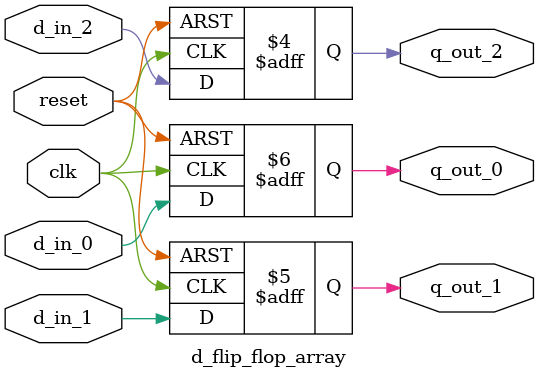
<source format=v>
/* Generated by Yosys 0.23 (git sha1 7ce5011c24b) */

module circuit(clk, reset, a_0, a_1, a_2, a_3, a_4, a_5, a_6, a_7, a_8, a_9, a_10, a_11, a_12, a_13, a_14, a_15, a_16, a_17, a_18
, a_19, a_20, a_21, a_22, a_23, a_24, a_25, a_26, a_27, a_28, a_29, a_30, a_31, a_32, a_33, a_34, a_35, a_36, a_37, a_38, a_39
, a_40, a_41, a_42, a_43, a_44, a_45, a_46, a_47, a_48, a_49, a_50, a_51, a_52, a_53, a_54, a_55, a_56, a_57, a_58, a_59, a_60
, a_61, a_62, a_63, out);
  wire _00000_;
  wire _00001_;
  wire _00002_;
  wire _00003_;
  wire _00004_;
  wire _00005_;
  wire _00006_;
  wire _00007_;
  wire _00008_;
  wire _00009_;
  wire _00010_;
  wire _00011_;
  wire _00012_;
  wire _00013_;
  wire _00014_;
  wire _00015_;
  wire _00016_;
  wire _00017_;
  wire _00018_;
  wire _00019_;
  wire _00020_;
  wire _00021_;
  wire _00022_;
  wire _00023_;
  wire _00024_;
  wire _00025_;
  wire _00026_;
  wire _00027_;
  wire _00028_;
  wire _00029_;
  wire _00030_;
  wire _00031_;
  wire _00032_;
  wire _00033_;
  wire _00034_;
  wire _00035_;
  wire _00036_;
  wire _00037_;
  wire _00038_;
  wire _00039_;
  wire _00040_;
  wire _00041_;
  wire _00042_;
  wire _00043_;
  wire _00044_;
  wire _00045_;
  wire _00046_;
  wire _00047_;
  wire _00048_;
  wire _00049_;
  wire _00050_;
  wire _00051_;
  wire _00052_;
  wire _00053_;
  wire _00054_;
  wire _00055_;
  wire _00056_;
  wire _00057_;
  wire _00058_;
  wire _00059_;
  wire _00060_;
  wire _00061_;
  wire _00062_;
  wire _00063_;
  wire _00064_;
  wire _00065_;
  wire _00066_;
  wire _00067_;
  wire _00068_;
  wire _00069_;
  wire _00070_;
  wire _00071_;
  wire _00072_;
  wire _00073_;
  wire _00074_;
  wire _00075_;
  wire _00076_;
  wire _00077_;
  wire _00078_;
  wire _00079_;
  wire _00080_;
  wire _00081_;
  wire _00082_;
  wire _00083_;
  wire _00084_;
  wire _00085_;
  wire _00086_;
  wire _00087_;
  wire _00088_;
  wire _00089_;
  wire _00090_;
  wire _00091_;
  wire _00092_;
  wire _00093_;
  wire _00094_;
  wire _00095_;
  wire _00096_;
  wire _00097_;
  wire _00098_;
  wire _00099_;
  wire _00100_;
  wire _00101_;
  wire _00102_;
  wire _00103_;
  wire _00104_;
  wire _00105_;
  wire _00106_;
  wire _00107_;
  wire _00108_;
  wire _00109_;
  wire _00110_;
  wire _00111_;
  wire _00112_;
  wire _00113_;
  wire _00114_;
  wire _00115_;
  wire _00116_;
  wire _00117_;
  wire _00118_;
  wire _00119_;
  wire _00120_;
  wire _00121_;
  wire _00122_;
  wire _00123_;
  wire _00124_;
  wire _00125_;
  wire _00126_;
  wire _00127_;
  wire _00128_;
  wire _00129_;
  wire _00130_;
  wire _00131_;
  wire _00132_;
  wire _00133_;
  wire _00134_;
  wire _00135_;
  wire _00136_;
  wire _00137_;
  wire _00138_;
  wire _00139_;
  wire _00140_;
  wire _00141_;
  wire _00142_;
  wire _00143_;
  wire _00144_;
  wire _00145_;
  wire _00146_;
  wire _00147_;
  wire _00148_;
  wire _00149_;
  wire _00150_;
  wire _00151_;
  wire _00152_;
  wire _00153_;
  wire _00154_;
  wire _00155_;
  wire _00156_;
  wire _00157_;
  wire _00158_;
  wire _00159_;
  wire _00160_;
  wire _00161_;
  wire _00162_;
  wire _00163_;
  wire _00164_;
  wire _00165_;
  wire _00166_;
  wire _00167_;
  wire _00168_;
  wire _00169_;
  wire _00170_;
  wire _00171_;
  wire _00172_;
  wire _00173_;
  wire _00174_;
  wire _00175_;
  wire _00176_;
  wire _00177_;
  wire _00178_;
  wire _00179_;
  wire _00180_;
  wire _00181_;
  wire _00182_;
  wire _00183_;
  wire _00184_;
  wire _00185_;
  wire _00186_;
  wire _00187_;
  wire _00188_;
  wire _00189_;
  wire _00190_;
  wire _00191_;
  wire _00192_;
  wire _00193_;
  wire _00194_;
  wire _00195_;
  wire _00196_;
  wire _00197_;
  wire _00198_;
  wire _00199_;
  wire _00200_;
  wire _00201_;
  wire _00202_;
  wire _00203_;
  wire _00204_;
  wire _00205_;
  wire _00206_;
  wire _00207_;
  wire _00208_;
  wire _00209_;
  wire _00210_;
  wire _00211_;
  wire _00212_;
  wire _00213_;
  wire _00214_;
  wire _00215_;
  wire _00216_;
  wire _00217_;
  wire _00218_;
  wire _00219_;
  wire _00220_;
  wire _00221_;
  wire _00222_;
  wire _00223_;
  wire _00224_;
  wire _00225_;
  wire _00226_;
  wire _00227_;
  wire _00228_;
  wire _00229_;
  wire _00230_;
  wire _00231_;
  wire _00232_;
  wire _00233_;
  wire _00234_;
  wire _00235_;
  wire _00236_;
  wire _00237_;
  wire _00238_;
  wire _00239_;
  wire _00240_;
  wire _00241_;
  wire _00242_;
  wire _00243_;
  wire _00244_;
  wire _00245_;
  wire _00246_;
  wire _00247_;
  wire _00248_;
  wire _00249_;
  wire _00250_;
  wire _00251_;
  wire _00252_;
  wire _00253_;
  wire _00254_;
  wire _00255_;
  wire _00256_;
  wire _00257_;
  wire _00258_;
  wire _00259_;
  wire _00260_;
  wire _00261_;
  wire _00262_;
  wire _00263_;
  wire _00264_;
  wire _00265_;
  wire _00266_;
  wire _00267_;
  wire _00268_;
  wire _00269_;
  wire _00270_;
  wire _00271_;
  wire _00272_;
  wire _00273_;
  wire _00274_;
  wire _00275_;
  wire _00276_;
  wire _00277_;
  wire _00278_;
  wire _00279_;
  wire _00280_;
  wire _00281_;
  wire _00282_;
  wire _00283_;
  wire _00284_;
  wire _00285_;
  wire _00286_;
  wire _00287_;
  wire _00288_;
  wire _00289_;
  wire _00290_;
  wire _00291_;
  wire _00292_;
  wire _00293_;
  wire _00294_;
  wire _00295_;
  wire _00296_;
  wire _00297_;
  wire _00298_;
  wire _00299_;
  wire _00300_;
  wire _00301_;
  wire _00302_;
  wire _00303_;
  wire _00304_;
  wire _00305_;
  wire _00306_;
  wire _00307_;
  wire _00308_;
  wire _00309_;
  wire _00310_;
  wire _00311_;
  wire _00312_;
  wire _00313_;
  wire _00314_;
  wire _00315_;
  wire _00316_;
  wire _00317_;
  wire _00318_;
  wire _00319_;
  wire _00320_;
  wire _00321_;
  wire _00322_;
  wire _00323_;
  wire _00324_;
  wire _00325_;
  wire _00326_;
  wire _00327_;
  wire _00328_;
  wire _00329_;
  wire _00330_;
  wire _00331_;
  wire _00332_;
  wire _00333_;
  wire _00334_;
  wire _00335_;
  wire _00336_;
  wire _00337_;
  wire _00338_;
  wire _00339_;
  wire _00340_;
  wire _00341_;
  wire _00342_;
  wire _00343_;
  wire _00344_;
  wire _00345_;
  wire _00346_;
  wire _00347_;
  wire _00348_;
  wire _00349_;
  wire _00350_;
  wire _00351_;
  wire _00352_;
  wire _00353_;
  wire _00354_;
  wire _00355_;
  wire _00356_;
  wire _00357_;
  wire _00358_;
  wire _00359_;
  wire _00360_;
  wire _00361_;
  wire _00362_;
  wire _00363_;
  wire _00364_;
  wire _00365_;
  wire _00366_;
  wire _00367_;
  wire _00368_;
  wire _00369_;
  wire _00370_;
  wire _00371_;
  wire _00372_;
  wire _00373_;
  wire _00374_;
  wire _00375_;
  wire _00376_;
  wire _00377_;
  wire _00378_;
  wire _00379_;
  wire _00380_;
  wire _00381_;
  wire _00382_;
  wire _00383_;
  wire _00384_;
  wire _00385_;
  wire _00386_;
  wire _00387_;
  wire _00388_;
  wire _00389_;
  wire _00390_;
  wire _00391_;
  wire _00392_;
  wire _00393_;
  wire _00394_;
  wire _00395_;
  wire _00396_;
  wire _00397_;
  wire _00398_;
  wire _00399_;
  wire _00400_;
  wire _00401_;
  wire _00402_;
  wire _00403_;
  wire _00404_;
  wire _00405_;
  wire _00406_;
  wire _00407_;
  wire _00408_;
  wire _00409_;
  wire _00410_;
  wire _00411_;
  wire _00412_;
  wire _00413_;
  wire _00414_;
  wire _00415_;
  wire _00416_;
  wire _00417_;
  wire _00418_;
  wire _00419_;
  wire _00420_;
  wire _00421_;
  wire _00422_;
  wire _00423_;
  wire _00424_;
  wire _00425_;
  wire _00426_;
  wire _00427_;
  wire _00428_;
  wire _00429_;
  wire _00430_;
  wire _00431_;
  wire _00432_;
  wire _00433_;
  wire _00434_;
  wire _00435_;
  wire _00436_;
  wire _00437_;
  wire _00438_;
  wire _00439_;
  wire _00440_;
  wire _00441_;
  wire _00442_;
  wire _00443_;
  wire _00444_;
  wire _00445_;
  wire _00446_;
  wire _00447_;
  wire _00448_;
  wire _00449_;
  wire _00450_;
  wire _00451_;
  wire _00452_;
  wire _00453_;
  wire _00454_;
  wire _00455_;
  wire _00456_;
  wire _00457_;
  wire _00458_;
  wire _00459_;
  wire _00460_;
  wire _00461_;
  wire _00462_;
  wire _00463_;
  wire _00464_;
  wire _00465_;
  wire _00466_;
  wire _00467_;
  wire _00468_;
  wire _00469_;
  wire _00470_;
  wire _00471_;
  wire _00472_;
  wire _00473_;
  wire _00474_;
  wire _00475_;
  wire _00476_;
  wire _00477_;
  wire _00478_;
  wire _00479_;
  wire _00480_;
  wire _00481_;
  wire _00482_;
  wire _00483_;
  wire _00484_;
  wire _00485_;
  wire _00486_;
  wire _00487_;
  wire _00488_;
  wire _00489_;
  wire _00490_;
  wire _00491_;
  wire _00492_;
  wire _00493_;
  wire _00494_;
  wire _00495_;
  wire _00496_;
  wire _00497_;
  wire _00498_;
  wire _00499_;
  wire _00500_;
  wire _00501_;
  wire _00502_;
  wire _00503_;
  wire _00504_;
  wire _00505_;
  wire _00506_;
  wire _00507_;
  wire _00508_;
  wire _00509_;
  wire _00510_;
  wire _00511_;
  wire _00512_;
  wire _00513_;
  wire _00514_;
  wire _00515_;
  wire _00516_;
  wire _00517_;
  wire _00518_;
  wire _00519_;
  wire _00520_;
  wire _00521_;
  wire _00522_;
  wire _00523_;
  wire _00524_;
  wire _00525_;
  wire _00526_;
  wire _00527_;
  wire _00528_;
  wire _00529_;
  wire _00530_;
  wire _00531_;
  wire _00532_;
  wire _00533_;
  wire _00534_;
  wire _00535_;
  wire _00536_;
  wire _00537_;
  wire _00538_;
  wire _00539_;
  wire _00540_;
  wire _00541_;
  wire _00542_;
  wire _00543_;
  wire _00544_;
  wire _00545_;
  wire _00546_;
  wire _00547_;
  wire _00548_;
  wire _00549_;
  wire _00550_;
  wire _00551_;
  wire _00552_;
  wire _00553_;
  wire _00554_;
  wire _00555_;
  wire _00556_;
  wire _00557_;
  wire _00558_;
  wire _00559_;
  wire _00560_;
  wire _00561_;
  wire _00562_;
  wire _00563_;
  wire _00564_;
  wire _00565_;
  wire _00566_;
  wire _00567_;
  wire _00568_;
  wire _00569_;
  wire _00570_;
  wire _00571_;
  wire _00572_;
  wire _00573_;
  wire _00574_;
  wire _00575_;
  wire _00576_;
  wire _00577_;
  wire _00578_;
  wire _00579_;
  wire _00580_;
  wire _00581_;
  wire _00582_;
  wire _00583_;
  wire _00584_;
  wire _00585_;
  wire _00586_;
  wire _00587_;
  wire _00588_;
  wire _00589_;
  wire _00590_;
  wire _00591_;
  wire _00592_;
  wire _00593_;
  wire _00594_;
  wire _00595_;
  wire _00596_;
  wire _00597_;
  wire _00598_;
  wire _00599_;
  wire _00600_;
  wire _00601_;
  wire _00602_;
  wire _00603_;
  wire _00604_;
  wire _00605_;
  wire _00606_;
  wire _00607_;
  wire _00608_;
  wire _00609_;
  wire _00610_;
  wire _00611_;
  wire _00612_;
  wire _00613_;
  wire _00614_;
  wire _00615_;
  wire _00616_;
  wire _00617_;
  wire _00618_;
  wire _00619_;
  wire _00620_;
  wire _00621_;
  wire _00622_;
  wire _00623_;
  wire _00624_;
  wire _00625_;
  wire _00626_;
  wire _00627_;
  wire _00628_;
  wire _00629_;
  wire _00630_;
  wire _00631_;
  wire _00632_;
  wire _00633_;
  wire _00634_;
  wire _00635_;
  wire _00636_;
  wire _00637_;
  wire _00638_;
  wire _00639_;
  wire _00640_;
  wire _00641_;
  wire _00642_;
  wire _00643_;
  wire _00644_;
  wire _00645_;
  wire _00646_;
  wire _00647_;
  wire _00648_;
  wire _00649_;
  wire _00650_;
  wire _00651_;
  wire _00652_;
  wire _00653_;
  wire _00654_;
  wire _00655_;
  wire _00656_;
  wire _00657_;
  wire _00658_;
  wire _00659_;
  wire _00660_;
  wire _00661_;
  wire _00662_;
  wire _00663_;
  wire _00664_;
  wire _00665_;
  wire _00666_;
  wire _00667_;
  wire _00668_;
  wire _00669_;
  wire _00670_;
  wire _00671_;
  wire _00672_;
  wire _00673_;
  wire _00674_;
  wire _00675_;
  wire _00676_;
  wire _00677_;
  wire _00678_;
  wire _00679_;
  wire _00680_;
  wire _00681_;
  wire _00682_;
  wire _00683_;
  wire _00684_;
  wire _00685_;
  wire _00686_;
  wire _00687_;
  wire _00688_;
  wire _00689_;
  wire _00690_;
  wire _00691_;
  wire _00692_;
  wire _00693_;
  wire _00694_;
  wire _00695_;
  wire _00696_;
  wire _00697_;
  wire _00698_;
  wire _00699_;
  wire _00700_;
  wire _00701_;
  wire _00702_;
  wire _00703_;
  wire _00704_;
  wire _00705_;
  wire _00706_;
  wire _00707_;
  wire _00708_;
  wire _00709_;
  wire _00710_;
  wire _00711_;
  wire _00712_;
  wire _00713_;
  wire _00714_;
  wire _00715_;
  wire _00716_;
  wire _00717_;
  wire _00718_;
  wire _00719_;
  wire _00720_;
  wire _00721_;
  wire _00722_;
  wire _00723_;
  wire _00724_;
  wire _00725_;
  wire _00726_;
  wire _00727_;
  wire _00728_;
  wire _00729_;
  wire _00730_;
  wire _00731_;
  wire _00732_;
  wire _00733_;
  wire _00734_;
  wire _00735_;
  wire _00736_;
  wire _00737_;
  wire _00738_;
  wire _00739_;
  wire _00740_;
  wire _00741_;
  wire _00742_;
  wire _00743_;
  wire _00744_;
  wire _00745_;
  wire _00746_;
  wire _00747_;
  wire _00748_;
  wire _00749_;
  wire _00750_;
  wire _00751_;
  wire _00752_;
  wire _00753_;
  wire _00754_;
  wire _00755_;
  wire _00756_;
  wire _00757_;
  wire _00758_;
  wire _00759_;
  wire _00760_;
  wire _00761_;
  wire _00762_;
  wire _00763_;
  wire _00764_;
  wire _00765_;
  wire _00766_;
  wire _00767_;
  wire _00768_;
  wire _00769_;
  wire _00770_;
  wire _00771_;
  wire _00772_;
  wire _00773_;
  wire _00774_;
  wire _00775_;
  wire _00776_;
  wire _00777_;
  wire _00778_;
  wire _00779_;
  wire _00780_;
  wire _00781_;
  wire _00782_;
  wire _00783_;
  wire _00784_;
  wire _00785_;
  wire _00786_;
  wire _00787_;
  wire _00788_;
  wire _00789_;
  wire _00790_;
  wire _00791_;
  wire _00792_;
  wire _00793_;
  wire _00794_;
  wire _00795_;
  wire _00796_;
  wire _00797_;
  wire _00798_;
  wire _00799_;
  wire _00800_;
  wire _00801_;
  wire _00802_;
  wire _00803_;
  wire _00804_;
  wire _00805_;
  wire _00806_;
  wire _00807_;
  wire _00808_;
  wire _00809_;
  wire _00810_;
  wire _00811_;
  wire _00812_;
  wire _00813_;
  wire _00814_;
  wire _00815_;
  wire _00816_;
  wire _00817_;
  wire _00818_;
  wire _00819_;
  wire _00820_;
  wire _00821_;
  wire _00822_;
  wire _00823_;
  wire _00824_;
  wire _00825_;
  wire _00826_;
  wire _00827_;
  wire _00828_;
  wire _00829_;
  wire _00830_;
  wire _00831_;
  wire _00832_;
  wire _00833_;
  wire _00834_;
  wire _00835_;
  wire _00836_;
  wire _00837_;
  wire _00838_;
  wire _00839_;
  wire _00840_;
  wire _00841_;
  wire _00842_;
  wire _00843_;
  wire _00844_;
  wire _00845_;
  wire _00846_;
  wire _00847_;
  wire _00848_;
  wire _00849_;
  wire _00850_;
  wire _00851_;
  wire _00852_;
  wire _00853_;
  wire _00854_;
  wire _00855_;
  wire _00856_;
  wire _00857_;
  wire _00858_;
  wire _00859_;
  wire _00860_;
  wire _00861_;
  wire _00862_;
  wire _00863_;
  wire _00864_;
  wire _00865_;
  wire _00866_;
  wire _00867_;
  wire _00868_;
  wire _00869_;
  wire _00870_;
  wire _00871_;
  wire _00872_;
  wire _00873_;
  wire _00874_;
  wire _00875_;
  wire _00876_;
  wire _00877_;
  wire _00878_;
  wire _00879_;
  wire _00880_;
  wire _00881_;
  wire _00882_;
  wire _00883_;
  wire _00884_;
  wire _00885_;
  wire _00886_;
  wire _00887_;
  wire _00888_;
  wire _00889_;
  wire _00890_;
  wire _00891_;
  wire _00892_;
  wire _00893_;
  wire _00894_;
  wire _00895_;
  wire _00896_;
  wire _00897_;
  wire _00898_;
  wire _00899_;
  wire _00900_;
  wire _00901_;
  wire _00902_;
  wire _00903_;
  wire _00904_;
  wire _00905_;
  wire _00906_;
  wire _00907_;
  wire _00908_;
  wire _00909_;
  wire _00910_;
  wire _00911_;
  wire _00912_;
  wire _00913_;
  wire _00914_;
  wire _00915_;
  wire _00916_;
  wire _00917_;
  wire _00918_;
  wire _00919_;
  wire _00920_;
  wire _00921_;
  wire _00922_;
  wire _00923_;
  wire _00924_;
  wire _00925_;
  wire _00926_;
  wire _00927_;
  wire _00928_;
  wire _00929_;
  wire _00930_;
  wire _00931_;
  wire _00932_;
  wire _00933_;
  wire _00934_;
  wire _00935_;
  wire _00936_;
  wire _00937_;
  wire _00938_;
  wire _00939_;
  wire _00940_;
  wire _00941_;
  wire _00942_;
  wire _00943_;
  wire _00944_;
  wire _00945_;
  wire _00946_;
  wire _00947_;
  wire _00948_;
  wire _00949_;
  wire _00950_;
  wire _00951_;
  wire _00952_;
  wire _00953_;
  wire _00954_;
  wire _00955_;
  wire _00956_;
  wire _00957_;
  wire _00958_;
  wire _00959_;
  wire _00960_;
  wire _00961_;
  wire _00962_;
  wire _00963_;
  wire _00964_;
  wire _00965_;
  wire _00966_;
  wire _00967_;
  wire _00968_;
  wire _00969_;
  wire _00970_;
  wire _00971_;
  wire _00972_;
  wire _00973_;
  wire _00974_;
  wire _00975_;
  wire _00976_;
  wire _00977_;
  wire _00978_;
  wire _00979_;
  wire _00980_;
  wire _00981_;
  wire _00982_;
  wire _00983_;
  wire _00984_;
  wire _00985_;
  wire _00986_;
  wire _00987_;
  wire _00988_;
  wire _00989_;
  wire _00990_;
  wire _00991_;
  wire _00992_;
  wire _00993_;
  wire _00994_;
  wire _00995_;
  wire _00996_;
  wire _00997_;
  wire _00998_;
  wire _00999_;
  wire _01000_;
  wire _01001_;
  wire _01002_;
  wire _01003_;
  wire _01004_;
  wire _01005_;
  wire _01006_;
  wire _01007_;
  wire _01008_;
  wire _01009_;
  wire _01010_;
  wire _01011_;
  wire _01012_;
  wire _01013_;
  wire _01014_;
  wire _01015_;
  wire _01016_;
  wire _01017_;
  wire _01018_;
  wire _01019_;
  wire _01020_;
  wire _01021_;
  wire _01022_;
  wire _01023_;
  wire _01024_;
  wire _01025_;
  wire _01026_;
  wire _01027_;
  wire _01028_;
  wire _01029_;
  wire _01030_;
  wire _01031_;
  wire _01032_;
  wire _01033_;
  wire _01034_;
  wire _01035_;
  wire _01036_;
  wire _01037_;
  wire _01038_;
  wire _01039_;
  wire _01040_;
  wire _01041_;
  wire _01042_;
  wire _01043_;
  wire _01044_;
  wire _01045_;
  wire _01046_;
  wire _01047_;
  wire _01048_;
  wire _01049_;
  wire _01050_;
  wire _01051_;
  wire _01052_;
  wire _01053_;
  wire _01054_;
  wire _01055_;
  wire _01056_;
  wire _01057_;
  wire _01058_;
  wire _01059_;
  wire _01060_;
  wire _01061_;
  wire _01062_;
  wire _01063_;
  wire _01064_;
  wire _01065_;
  wire _01066_;
  wire _01067_;
  wire _01068_;
  wire _01069_;
  wire _01070_;
  wire _01071_;
  wire _01072_;
  wire _01073_;
  wire _01074_;
  wire _01075_;
  wire _01076_;
  wire _01077_;
  wire _01078_;
  wire _01079_;
  wire _01080_;
  wire _01081_;
  wire _01082_;
  wire _01083_;
  wire _01084_;
  wire _01085_;
  wire _01086_;
  wire _01087_;
  wire _01088_;
  wire _01089_;
  wire _01090_;
  wire _01091_;
  wire _01092_;
  wire _01093_;
  wire _01094_;
  wire _01095_;
  wire _01096_;
  wire _01097_;
  wire _01098_;
  wire _01099_;
  wire _01100_;
  wire _01101_;
  wire _01102_;
  wire _01103_;
  wire _01104_;
  wire _01105_;
  wire _01106_;
  wire _01107_;
  wire _01108_;
  wire _01109_;
  wire _01110_;
  wire _01111_;
  wire _01112_;
  wire _01113_;
  wire _01114_;
  wire _01115_;
  wire _01116_;
  wire _01117_;
  wire _01118_;
  wire _01119_;
  wire _01120_;
  wire _01121_;
  wire _01122_;
  wire _01123_;
  wire _01124_;
  wire _01125_;
  wire _01126_;
  wire _01127_;
  wire _01128_;
  wire _01129_;
  wire _01130_;
  wire _01131_;
  wire _01132_;
  wire _01133_;
  wire _01134_;
  wire _01135_;
  wire _01136_;
  wire _01137_;
  wire _01138_;
  wire _01139_;
  wire _01140_;
  wire _01141_;
  wire _01142_;
  wire _01143_;
  wire _01144_;
  wire _01145_;
  wire _01146_;
  wire _01147_;
  wire _01148_;
  wire _01149_;
  wire _01150_;
  wire _01151_;
  wire _01152_;
  wire _01153_;
  wire _01154_;
  wire _01155_;
  wire _01156_;
  wire _01157_;
  wire _01158_;
  wire _01159_;
  wire _01160_;
  wire _01161_;
  wire _01162_;
  wire _01163_;
  wire _01164_;
  wire _01165_;
  wire _01166_;
  wire _01167_;
  wire _01168_;
  wire _01169_;
  wire _01170_;
  wire _01171_;
  wire _01172_;
  wire _01173_;
  wire _01174_;
  wire _01175_;
  wire _01176_;
  wire _01177_;
  wire _01178_;
  wire _01179_;
  wire _01180_;
  wire _01181_;
  wire _01182_;
  wire _01183_;
  wire _01184_;
  wire _01185_;
  wire _01186_;
  wire _01187_;
  wire _01188_;
  wire _01189_;
  wire _01190_;
  wire _01191_;
  wire _01192_;
  wire _01193_;
  wire _01194_;
  wire _01195_;
  wire _01196_;
  wire _01197_;
  wire _01198_;
  wire _01199_;
  wire _01200_;
  wire _01201_;
  wire _01202_;
  wire _01203_;
  wire _01204_;
  wire _01205_;
  wire _01206_;
  wire _01207_;
  wire _01208_;
  wire _01209_;
  wire _01210_;
  wire _01211_;
  wire _01212_;
  wire _01213_;
  wire _01214_;
  wire _01215_;
  wire _01216_;
  wire _01217_;
  wire _01218_;
  wire _01219_;
  wire _01220_;
  wire _01221_;
  wire _01222_;
  wire _01223_;
  wire _01224_;
  wire _01225_;
  wire _01226_;
  wire _01227_;
  wire _01228_;
  wire _01229_;
  wire _01230_;
  wire _01231_;
  wire _01232_;
  wire _01233_;
  wire _01234_;
  wire _01235_;
  wire _01236_;
  wire _01237_;
  wire _01238_;
  wire _01239_;
  wire _01240_;
  wire _01241_;
  wire _01242_;
  wire _01243_;
  wire _01244_;
  wire _01245_;
  wire _01246_;
  wire _01247_;
  wire _01248_;
  wire _01249_;
  wire _01250_;
  wire _01251_;
  wire _01252_;
  wire _01253_;
  wire _01254_;
  wire _01255_;
  wire _01256_;
  wire _01257_;
  wire _01258_;
  wire _01259_;
  wire _01260_;
  wire _01261_;
  wire _01262_;
  wire _01263_;
  wire _01264_;
  wire _01265_;
  wire _01266_;
  wire _01267_;
  wire _01268_;
  wire _01269_;
  wire _01270_;
  wire _01271_;
  wire _01272_;
  wire _01273_;
  wire _01274_;
  wire _01275_;
  wire _01276_;
  wire _01277_;
  wire _01278_;
  wire _01279_;
  wire _01280_;
  wire _01281_;
  wire _01282_;
  wire _01283_;
  wire _01284_;
  wire _01285_;
  wire _01286_;
  wire _01287_;
  wire _01288_;
  wire _01289_;
  wire _01290_;
  wire _01291_;
  wire _01292_;
  wire _01293_;
  wire _01294_;
  wire _01295_;
  wire _01296_;
  wire _01297_;
  wire _01298_;
  wire _01299_;
  wire _01300_;
  wire _01301_;
  wire _01302_;
  wire _01303_;
  wire _01304_;
  wire _01305_;
  wire _01306_;
  wire _01307_;
  wire _01308_;
  wire _01309_;
  wire _01310_;
  wire _01311_;
  wire _01312_;
  wire _01313_;
  wire _01314_;
  wire _01315_;
  wire _01316_;
  wire _01317_;
  wire _01318_;
  wire _01319_;
  wire _01320_;
  wire _01321_;
  wire _01322_;
  wire _01323_;
  wire _01324_;
  wire _01325_;
  wire _01326_;
  wire _01327_;
  wire _01328_;
  wire _01329_;
  wire _01330_;
  wire _01331_;
  wire _01332_;
  wire _01333_;
  wire _01334_;
  wire _01335_;
  wire _01336_;
  wire _01337_;
  wire _01338_;
  wire _01339_;
  wire _01340_;
  wire _01341_;
  wire _01342_;
  wire _01343_;
  wire _01344_;
  wire _01345_;
  wire _01346_;
  wire _01347_;
  wire _01348_;
  wire _01349_;
  wire _01350_;
  wire _01351_;
  wire _01352_;
  wire _01353_;
  wire _01354_;
  wire _01355_;
  wire _01356_;
  wire _01357_;
  wire _01358_;
  wire _01359_;
  wire _01360_;
  wire _01361_;
  wire _01362_;
  wire _01363_;
  wire _01364_;
  wire _01365_;
  wire _01366_;
  wire _01367_;
  wire _01368_;
  wire _01369_;
  wire _01370_;
  wire _01371_;
  wire _01372_;
  wire _01373_;
  wire _01374_;
  wire _01375_;
  wire _01376_;
  wire _01377_;
  wire _01378_;
  wire _01379_;
  wire _01380_;
  wire _01381_;
  wire _01382_;
  wire _01383_;
  wire _01384_;
  wire _01385_;
  wire _01386_;
  wire _01387_;
  wire _01388_;
  wire _01389_;
  wire _01390_;
  wire _01391_;
  wire _01392_;
  wire _01393_;
  wire _01394_;
  wire _01395_;
  wire _01396_;
  wire _01397_;
  wire _01398_;
  wire _01399_;
  wire _01400_;
  wire _01401_;
  wire _01402_;
  wire _01403_;
  wire _01404_;
  wire _01405_;
  wire _01406_;
  wire _01407_;
  wire _01408_;
  wire _01409_;
  wire _01410_;
  wire _01411_;
  wire _01412_;
  wire _01413_;
  wire _01414_;
  wire _01415_;
  wire _01416_;
  wire _01417_;
  wire _01418_;
  wire _01419_;
  wire _01420_;
  wire _01421_;
  wire _01422_;
  wire _01423_;
  wire _01424_;
  wire _01425_;
  wire _01426_;
  wire _01427_;
  wire _01428_;
  wire _01429_;
  wire _01430_;
  wire _01431_;
  wire _01432_;
  wire _01433_;
  wire _01434_;
  wire _01435_;
  wire _01436_;
  wire _01437_;
  wire _01438_;
  wire _01439_;
  wire _01440_;
  wire _01441_;
  wire _01442_;
  wire _01443_;
  wire _01444_;
  wire _01445_;
  wire _01446_;
  wire _01447_;
  wire _01448_;
  wire _01449_;
  wire _01450_;
  wire _01451_;
  wire _01452_;
  wire _01453_;
  wire _01454_;
  wire _01455_;
  wire _01456_;
  wire _01457_;
  wire _01458_;
  wire _01459_;
  wire _01460_;
  wire _01461_;
  wire _01462_;
  wire _01463_;
  wire _01464_;
  wire _01465_;
  wire _01466_;
  wire _01467_;
  wire _01468_;
  wire _01469_;
  wire _01470_;
  wire _01471_;
  wire _01472_;
  wire _01473_;
  wire _01474_;
  wire _01475_;
  wire _01476_;
  wire _01477_;
  wire _01478_;
  wire _01479_;
  wire _01480_;
  wire _01481_;
  wire _01482_;
  wire _01483_;
  wire _01484_;
  wire _01485_;
  wire _01486_;
  wire _01487_;
  wire _01488_;
  wire _01489_;
  wire _01490_;
  wire _01491_;
  wire _01492_;
  wire _01493_;
  wire _01494_;
  wire _01495_;
  wire _01496_;
  wire _01497_;
  wire _01498_;
  wire _01499_;
  wire _01500_;
  wire _01501_;
  wire _01502_;
  wire _01503_;
  wire _01504_;
  wire _01505_;
  wire _01506_;
  wire _01507_;
  wire _01508_;
  wire _01509_;
  wire _01510_;
  wire _01511_;
  wire _01512_;
  wire _01513_;
  wire _01514_;
  wire _01515_;
  wire _01516_;
  wire _01517_;
  wire _01518_;
  wire _01519_;
  wire _01520_;
  wire _01521_;
  wire _01522_;
  wire _01523_;
  wire _01524_;
  wire _01525_;
  wire _01526_;
  wire _01527_;
  wire _01528_;
  wire _01529_;
  wire _01530_;
  wire _01531_;
  wire _01532_;
  wire _01533_;
  wire _01534_;
  wire _01535_;
  wire _01536_;
  wire _01537_;
  wire _01538_;
  wire _01539_;
  wire _01540_;
  wire _01541_;
  wire _01542_;
  wire _01543_;
  wire _01544_;
  wire _01545_;
  wire _01546_;
  wire _01547_;
  wire _01548_;
  wire _01549_;
  wire _01550_;
  wire _01551_;
  wire _01552_;
  wire _01553_;
  wire _01554_;
  wire _01555_;
  wire _01556_;
  wire _01557_;
  wire _01558_;
  wire _01559_;
  wire _01560_;
  wire _01561_;
  wire _01562_;
  wire _01563_;
  wire _01564_;
  wire _01565_;
  wire _01566_;
  wire _01567_;
  wire _01568_;
  wire _01569_;
  wire _01570_;
  wire _01571_;
  wire _01572_;
  wire _01573_;
  wire _01574_;
  wire _01575_;
  wire _01576_;
  wire _01577_;
  wire _01578_;
  wire _01579_;
  wire _01580_;
  wire _01581_;
  wire _01582_;
  wire _01583_;
  wire _01584_;
  wire _01585_;
  wire _01586_;
  wire _01587_;
  wire _01588_;
  wire _01589_;
  wire _01590_;
  wire _01591_;
  wire _01592_;
  wire _01593_;
  wire _01594_;
  wire _01595_;
  wire _01596_;
  wire _01597_;
  wire _01598_;
  wire _01599_;
  wire _01600_;
  wire _01601_;
  wire _01602_;
  wire _01603_;
  wire _01604_;
  wire _01605_;
  wire _01606_;
  wire _01607_;
  wire _01608_;
  wire _01609_;
  wire _01610_;
  wire _01611_;
  wire _01612_;
  wire _01613_;
  wire _01614_;
  wire _01615_;
  wire _01616_;
  wire _01617_;
  wire _01618_;
  wire _01619_;
  wire _01620_;
  wire _01621_;
  wire _01622_;
  wire _01623_;
  wire _01624_;
  wire _01625_;
  wire _01626_;
  wire _01627_;
  wire _01628_;
  wire _01629_;
  wire _01630_;
  wire _01631_;
  wire _01632_;
  wire _01633_;
  wire _01634_;
  wire _01635_;
  wire _01636_;
  wire _01637_;
  wire _01638_;
  wire _01639_;
  wire _01640_;
  wire _01641_;
  wire _01642_;
  wire _01643_;
  wire _01644_;
  wire _01645_;
  wire _01646_;
  wire _01647_;
  wire _01648_;
  wire _01649_;
  wire _01650_;
  wire _01651_;
  wire _01652_;
  wire _01653_;
  wire _01654_;
  wire _01655_;
  wire _01656_;
  wire _01657_;
  wire _01658_;
  wire _01659_;
  wire _01660_;
  wire _01661_;
  wire _01662_;
  wire _01663_;
  wire _01664_;
  wire _01665_;
  wire _01666_;
  wire _01667_;
  wire _01668_;
  wire _01669_;
  wire _01670_;
  wire _01671_;
  wire _01672_;
  wire _01673_;
  wire _01674_;
  wire _01675_;
  wire _01676_;
  wire _01677_;
  wire _01678_;
  wire _01679_;
  wire _01680_;
  wire _01681_;
  wire _01682_;
  wire _01683_;
  wire _01684_;
  wire _01685_;
  wire _01686_;
  wire _01687_;
  wire _01688_;
  wire _01689_;
  wire _01690_;
  wire _01691_;
  wire _01692_;
  wire _01693_;
  wire _01694_;
  wire _01695_;
  wire _01696_;
  wire _01697_;
  wire _01698_;
  wire _01699_;
  wire _01700_;
  wire _01701_;
  wire _01702_;
  wire _01703_;
  wire _01704_;
  wire _01705_;
  wire _01706_;
  wire _01707_;
  wire _01708_;
  wire _01709_;
  wire _01710_;
  wire _01711_;
  wire _01712_;
  wire _01713_;
  wire _01714_;
  wire _01715_;
  wire _01716_;
  wire _01717_;
  wire _01718_;
  wire _01719_;
  wire _01720_;
  wire _01721_;
  wire _01722_;
  wire _01723_;
  wire _01724_;
  wire _01725_;
  wire _01726_;
  wire _01727_;
  wire _01728_;
  wire _01729_;
  wire _01730_;
  wire _01731_;
  wire _01732_;
  wire _01733_;
  wire _01734_;
  wire _01735_;
  wire _01736_;
  wire _01737_;
  wire _01738_;
  wire _01739_;
  wire _01740_;
  wire _01741_;
  wire _01742_;
  wire _01743_;
  wire _01744_;
  wire _01745_;
  wire _01746_;
  wire _01747_;
  wire _01748_;
  wire _01749_;
  wire _01750_;
  wire _01751_;
  wire _01752_;
  wire _01753_;
  wire _01754_;
  wire _01755_;
  wire _01756_;
  wire _01757_;
  wire _01758_;
  wire _01759_;
  wire _01760_;
  wire _01761_;
  wire _01762_;
  wire _01763_;
  wire _01764_;
  wire _01765_;
  wire _01766_;
  wire _01767_;
  wire _01768_;
  wire _01769_;
  wire _01770_;
  wire _01771_;
  wire _01772_;
  wire _01773_;
  wire _01774_;
  wire _01775_;
  wire _01776_;
  wire _01777_;
  wire _01778_;
  wire _01779_;
  wire _01780_;
  wire _01781_;
  wire _01782_;
  wire _01783_;
  wire _01784_;
  wire _01785_;
  wire _01786_;
  wire _01787_;
  wire _01788_;
  wire _01789_;
  wire _01790_;
  wire _01791_;
  wire _01792_;
  wire _01793_;
  wire _01794_;
  wire _01795_;
  wire _01796_;
  wire _01797_;
  wire _01798_;
  wire _01799_;
  wire _01800_;
  wire _01801_;
  wire _01802_;
  wire _01803_;
  wire _01804_;
  wire _01805_;
  wire _01806_;
  wire _01807_;
  wire _01808_;
  wire _01809_;
  wire _01810_;
  wire _01811_;
  wire _01812_;
  wire _01813_;
  wire _01814_;
  wire _01815_;
  wire _01816_;
  wire _01817_;
  wire _01818_;
  wire _01819_;
  wire _01820_;
  wire _01821_;
  wire _01822_;
  wire _01823_;
  wire _01824_;
  wire _01825_;
  wire _01826_;
  wire _01827_;
  wire _01828_;
  wire _01829_;
  wire _01830_;
  wire _01831_;
  wire _01832_;
  wire _01833_;
  wire _01834_;
  wire _01835_;
  wire _01836_;
  wire _01837_;
  wire _01838_;
  wire _01839_;
  wire _01840_;
  wire _01841_;
  wire _01842_;
  wire _01843_;
  wire _01844_;
  wire _01845_;
  wire _01846_;
  wire _01847_;
  wire _01848_;
  wire _01849_;
  wire _01850_;
  wire _01851_;
  wire _01852_;
  wire _01853_;
  wire _01854_;
  wire _01855_;
  wire _01856_;
  wire _01857_;
  wire _01858_;
  wire _01859_;
  wire _01860_;
  wire _01861_;
  wire _01862_;
  wire _01863_;
  wire _01864_;
  wire _01865_;
  wire _01866_;
  wire _01867_;
  wire _01868_;
  wire _01869_;
  wire _01870_;
  wire _01871_;
  wire _01872_;
  wire _01873_;
  wire _01874_;
  wire _01875_;
  wire _01876_;
  wire _01877_;
  wire _01878_;
  wire _01879_;
  wire _01880_;
  wire _01881_;
  wire _01882_;
  wire _01883_;
  wire _01884_;
  wire _01885_;
  wire _01886_;
  wire _01887_;
  wire _01888_;
  wire _01889_;
  wire _01890_;
  wire _01891_;
  wire _01892_;
  wire _01893_;
  wire _01894_;
  wire _01895_;
  wire _01896_;
  wire _01897_;
  wire _01898_;
  wire _01899_;
  wire _01900_;
  wire _01901_;
  wire _01902_;
  wire _01903_;
  wire _01904_;
  wire _01905_;
  wire _01906_;
  wire _01907_;
  wire _01908_;
  wire _01909_;
  wire _01910_;
  wire _01911_;
  wire _01912_;
  wire _01913_;
  wire _01914_;
  wire _01915_;
  wire _01916_;
  wire _01917_;
  wire _01918_;
  wire _01919_;
  wire _01920_;
  wire _01921_;
  wire _01922_;
  wire _01923_;
  wire _01924_;
  wire _01925_;
  wire _01926_;
  wire _01927_;
  wire _01928_;
  wire _01929_;
  wire _01930_;
  wire _01931_;
  wire _01932_;
  wire _01933_;
  wire _01934_;
  wire _01935_;
  wire _01936_;
  wire _01937_;
  wire _01938_;
  wire _01939_;
  wire _01940_;
  wire _01941_;
  wire _01942_;
  wire _01943_;
  wire _01944_;
  wire _01945_;
  wire _01946_;
  wire _01947_;
  wire _01948_;
  wire _01949_;
  wire _01950_;
  wire _01951_;
  wire _01952_;
  wire _01953_;
  wire _01954_;
  wire _01955_;
  wire _01956_;
  wire _01957_;
  wire _01958_;
  wire _01959_;
  wire _01960_;
  wire _01961_;
  wire _01962_;
  wire _01963_;
  wire _01964_;
  wire _01965_;
  wire _01966_;
  wire _01967_;
  wire _01968_;
  wire _01969_;
  wire _01970_;
  wire _01971_;
  wire _01972_;
  wire _01973_;
  wire _01974_;
  wire _01975_;
  wire _01976_;
  wire _01977_;
  wire _01978_;
  wire _01979_;
  wire _01980_;
  wire _01981_;
  wire _01982_;
  wire _01983_;
  wire _01984_;
  wire _01985_;
  wire _01986_;
  wire _01987_;
  wire _01988_;
  wire _01989_;
  wire _01990_;
  wire _01991_;
  wire _01992_;
  wire _01993_;
  wire _01994_;
  wire _01995_;
  wire _01996_;
  wire _01997_;
  wire _01998_;
  wire _01999_;
  wire _02000_;
  wire _02001_;
  wire _02002_;
  wire _02003_;
  wire _02004_;
  wire _02005_;
  wire _02006_;
  wire _02007_;
  wire _02008_;
  wire _02009_;
  wire _02010_;
  wire _02011_;
  wire _02012_;
  wire _02013_;
  wire _02014_;
  wire _02015_;
  wire _02016_;
  wire _02017_;
  wire _02018_;
  wire _02019_;
  wire _02020_;
  wire _02021_;
  wire _02022_;
  wire _02023_;
  wire _02024_;
  wire _02025_;
  wire _02026_;
  wire _02027_;
  wire _02028_;
  wire _02029_;
  wire _02030_;
  wire _02031_;
  wire _02032_;
  wire _02033_;
  wire _02034_;
  wire _02035_;
  wire _02036_;
  wire _02037_;
  wire _02038_;
  wire _02039_;
  wire _02040_;
  wire _02041_;
  wire _02042_;
  wire _02043_;
  wire _02044_;
  wire _02045_;
  wire _02046_;
  wire _02047_;
  wire _02048_;
  wire _02049_;
  wire _02050_;
  wire _02051_;
  wire _02052_;
  wire _02053_;
  wire _02054_;
  wire _02055_;
  wire _02056_;
  wire _02057_;
  wire _02058_;
  wire _02059_;
  wire _02060_;
  wire _02061_;
  wire _02062_;
  wire _02063_;
  wire _02064_;
  wire _02065_;
  wire _02066_;
  wire _02067_;
  wire _02068_;
  wire _02069_;
  wire _02070_;
  wire _02071_;
  wire _02072_;
  wire _02073_;
  wire _02074_;
  wire _02075_;
  wire _02076_;
  wire _02077_;
  wire _02078_;
  wire _02079_;
  wire _02080_;
  wire _02081_;
  wire _02082_;
  wire _02083_;
  wire _02084_;
  wire _02085_;
  wire _02086_;
  wire _02087_;
  wire _02088_;
  wire _02089_;
  wire _02090_;
  wire _02091_;
  wire _02092_;
  wire _02093_;
  wire _02094_;
  wire _02095_;
  wire _02096_;
  wire _02097_;
  wire _02098_;
  wire _02099_;
  wire _02100_;
  wire _02101_;
  wire _02102_;
  wire _02103_;
  wire _02104_;
  wire _02105_;
  wire _02106_;
  wire _02107_;
  wire _02108_;
  wire _02109_;
  wire _02110_;
  wire _02111_;
  wire _02112_;
  wire _02113_;
  wire _02114_;
  wire _02115_;
  wire _02116_;
  wire _02117_;
  wire _02118_;
  wire _02119_;
  wire _02120_;
  wire _02121_;
  wire _02122_;
  wire _02123_;
  wire _02124_;
  wire _02125_;
  wire _02126_;
  wire _02127_;
  wire _02128_;
  wire _02129_;
  wire _02130_;
  wire _02131_;
  wire _02132_;
  wire _02133_;
  wire _02134_;
  wire _02135_;
  wire _02136_;
  wire _02137_;
  wire _02138_;
  wire _02139_;
  wire _02140_;
  wire _02141_;
  wire _02142_;
  wire _02143_;
  wire _02144_;
  wire _02145_;
  wire _02146_;
  wire _02147_;
  wire _02148_;
  wire _02149_;
  wire _02150_;
  wire _02151_;
  wire _02152_;
  wire _02153_;
  wire _02154_;
  wire _02155_;
  wire _02156_;
  wire _02157_;
  wire _02158_;
  wire _02159_;
  wire _02160_;
  wire _02161_;
  wire _02162_;
  wire _02163_;
  wire _02164_;
  wire _02165_;
  wire _02166_;
  wire _02167_;
  wire _02168_;
  wire _02169_;
  wire _02170_;
  wire _02171_;
  wire _02172_;
  wire _02173_;
  wire _02174_;
  wire _02175_;
  wire _02176_;
  wire _02177_;
  wire _02178_;
  wire _02179_;
  wire _02180_;
  wire _02181_;
  wire _02182_;
  wire _02183_;
  wire _02184_;
  wire _02185_;
  wire _02186_;
  wire _02187_;
  wire _02188_;
  wire _02189_;
  wire _02190_;
  wire _02191_;
  wire _02192_;
  wire _02193_;
  wire _02194_;
  wire _02195_;
  wire _02196_;
  wire _02197_;
  wire _02198_;
  wire _02199_;
  wire _02200_;
  wire _02201_;
  wire _02202_;
  wire _02203_;
  wire _02204_;
  wire _02205_;
  wire _02206_;
  wire _02207_;
  wire _02208_;
  wire _02209_;
  wire _02210_;
  wire _02211_;
  wire _02212_;
  wire _02213_;
  wire _02214_;
  wire _02215_;
  wire _02216_;
  wire _02217_;
  wire _02218_;
  wire _02219_;
  wire _02220_;
  wire _02221_;
  wire _02222_;
  wire _02223_;
  wire _02224_;
  wire _02225_;
  wire _02226_;
  wire _02227_;
  wire _02228_;
  wire _02229_;
  wire _02230_;
  wire _02231_;
  wire _02232_;
  wire _02233_;
  wire _02234_;
  wire _02235_;
  wire _02236_;
  wire _02237_;
  wire _02238_;
  wire _02239_;
  wire _02240_;
  wire _02241_;
  wire _02242_;
  wire _02243_;
  wire _02244_;
  wire _02245_;
  wire _02246_;
  wire _02247_;
  wire _02248_;
  wire _02249_;
  wire _02250_;
  wire _02251_;
  wire _02252_;
  wire _02253_;
  wire _02254_;
  wire _02255_;
  wire _02256_;
  wire _02257_;
  wire _02258_;
  wire _02259_;
  wire _02260_;
  wire _02261_;
  wire _02262_;
  wire _02263_;
  wire _02264_;
  wire _02265_;
  wire _02266_;
  wire _02267_;
  wire _02268_;
  wire _02269_;
  wire _02270_;
  wire _02271_;
  wire _02272_;
  wire _02273_;
  wire _02274_;
  wire _02275_;
  wire _02276_;
  wire _02277_;
  wire _02278_;
  wire _02279_;
  wire _02280_;
  wire _02281_;
  wire _02282_;
  wire _02283_;
  wire _02284_;
  wire _02285_;
  wire _02286_;
  wire _02287_;
  wire _02288_;
  wire _02289_;
  wire _02290_;
  wire _02291_;
  wire _02292_;
  wire _02293_;
  wire _02294_;
  wire _02295_;
  wire _02296_;
  wire _02297_;
  wire _02298_;
  wire _02299_;
  wire _02300_;
  wire _02301_;
  wire _02302_;
  wire _02303_;
  wire _02304_;
  wire _02305_;
  wire _02306_;
  wire _02307_;
  wire _02308_;
  wire _02309_;
  wire _02310_;
  wire _02311_;
  wire _02312_;
  wire _02313_;
  wire _02314_;
  wire _02315_;
  wire _02316_;
  wire _02317_;
  wire _02318_;
  wire _02319_;
  wire _02320_;
  wire _02321_;
  wire _02322_;
  wire _02323_;
  wire _02324_;
  wire _02325_;
  wire _02326_;
  wire _02327_;
  wire _02328_;
  wire _02329_;
  wire _02330_;
  wire _02331_;
  wire _02332_;
  wire _02333_;
  wire _02334_;
  wire _02335_;
  wire _02336_;
  wire _02337_;
  wire _02338_;
  wire _02339_;
  wire _02340_;
  wire _02341_;
  wire _02342_;
  wire _02343_;
  wire _02344_;
  wire _02345_;
  wire _02346_;
  wire _02347_;
  wire _02348_;
  wire _02349_;
  wire _02350_;
  wire _02351_;
  wire _02352_;
  wire _02353_;
  wire _02354_;
  wire _02355_;
  wire _02356_;
  wire _02357_;
  wire _02358_;
  wire _02359_;
  wire _02360_;
  wire _02361_;
  wire _02362_;
  wire _02363_;
  wire _02364_;
  wire _02365_;
  wire _02366_;
  wire _02367_;
  wire _02368_;
  wire _02369_;
  wire _02370_;
  wire _02371_;
  wire _02372_;
  wire _02373_;
  wire _02374_;
  wire _02375_;
  wire _02376_;
  wire _02377_;
  wire _02378_;
  wire _02379_;
  wire _02380_;
  wire _02381_;
  wire _02382_;
  wire _02383_;
  wire _02384_;
  wire _02385_;
  wire _02386_;
  wire _02387_;
  wire _02388_;
  wire _02389_;
  wire _02390_;
  wire _02391_;
  wire _02392_;
  wire _02393_;
  wire _02394_;
  wire _02395_;
  wire _02396_;
  wire _02397_;
  wire _02398_;
  wire _02399_;
  wire _02400_;
  wire _02401_;
  wire _02402_;
  wire _02403_;
  wire _02404_;
  wire _02405_;
  wire _02406_;
  wire _02407_;
  wire _02408_;
  wire _02409_;
  wire _02410_;
  wire _02411_;
  wire _02412_;
  wire _02413_;
  wire _02414_;
  wire _02415_;
  wire _02416_;
  wire _02417_;
  wire _02418_;
  wire _02419_;
  wire _02420_;
  wire _02421_;
  wire _02422_;
  wire _02423_;
  wire _02424_;
  wire _02425_;
  wire _02426_;
  wire _02427_;
  wire _02428_;
  wire _02429_;
  wire _02430_;
  wire _02431_;
  wire _02432_;
  wire _02433_;
  wire _02434_;
  wire _02435_;
  wire _02436_;
  wire _02437_;
  wire _02438_;
  wire _02439_;
  wire _02440_;
  wire _02441_;
  wire _02442_;
  wire _02443_;
  wire _02444_;
  wire _02445_;
  wire _02446_;
  wire _02447_;
  wire _02448_;
  wire _02449_;
  wire _02450_;
  wire _02451_;
  wire _02452_;
  wire _02453_;
  wire _02454_;
  wire _02455_;
  wire _02456_;
  wire _02457_;
  wire _02458_;
  wire _02459_;
  wire _02460_;
  wire _02461_;
  wire _02462_;
  wire _02463_;
  wire _02464_;
  wire _02465_;
  wire _02466_;
  wire _02467_;
  wire _02468_;
  wire _02469_;
  wire _02470_;
  wire _02471_;
  wire _02472_;
  wire _02473_;
  wire _02474_;
  wire _02475_;
  wire _02476_;
  wire _02477_;
  wire _02478_;
  wire _02479_;
  wire _02480_;
  wire _02481_;
  wire _02482_;
  wire _02483_;
  wire _02484_;
  wire _02485_;
  wire _02486_;
  wire _02487_;
  wire _02488_;
  wire _02489_;
  wire _02490_;
  wire _02491_;
  wire _02492_;
  wire _02493_;
  wire _02494_;
  wire _02495_;
  wire _02496_;
  wire _02497_;
  wire _02498_;
  wire _02499_;
  wire _02500_;
  wire _02501_;
  wire _02502_;
  wire _02503_;
  wire _02504_;
  wire _02505_;
  wire _02506_;
  wire _02507_;
  wire _02508_;
  wire _02509_;
  wire _02510_;
  wire _02511_;
  wire _02512_;
  wire _02513_;
  wire _02514_;
  wire _02515_;
  wire _02516_;
  wire _02517_;
  wire _02518_;
  wire _02519_;
  wire _02520_;
  wire _02521_;
  wire _02522_;
  wire _02523_;
  wire _02524_;
  wire _02525_;
  wire _02526_;
  wire _02527_;
  wire _02528_;
  wire _02529_;
  wire _02530_;
  wire _02531_;
  wire _02532_;
  wire _02533_;
  wire _02534_;
  wire _02535_;
  wire _02536_;
  wire _02537_;
  wire _02538_;
  wire _02539_;
  wire _02540_;
  wire _02541_;
  wire _02542_;
  wire _02543_;
  wire _02544_;
  wire _02545_;
  wire _02546_;
  wire _02547_;
  wire _02548_;
  wire _02549_;
  wire _02550_;
  wire _02551_;
  wire _02552_;
  wire _02553_;
  wire _02554_;
  wire _02555_;
  wire _02556_;
  wire _02557_;
  wire _02558_;
  wire _02559_;
  wire _02560_;
  wire _02561_;
  wire _02562_;
  wire _02563_;
  wire _02564_;
  wire _02565_;
  wire _02566_;
  wire _02567_;
  wire _02568_;
  wire _02569_;
  wire _02570_;
  wire _02571_;
  wire _02572_;
  wire _02573_;
  wire _02574_;
  wire _02575_;
  wire _02576_;
  wire _02577_;
  wire _02578_;
  wire _02579_;
  wire _02580_;
  wire _02581_;
  wire _02582_;
  wire _02583_;
  wire _02584_;
  wire _02585_;
  wire _02586_;
  wire _02587_;
  wire _02588_;
  wire _02589_;
  wire _02590_;
  wire _02591_;
  wire _02592_;
  wire _02593_;
  wire _02594_;
  wire _02595_;
  wire _02596_;
  wire _02597_;
  wire _02598_;
  wire _02599_;
  wire _02600_;
  wire _02601_;
  wire _02602_;
  wire _02603_;
  wire _02604_;
  wire _02605_;
  wire _02606_;
  wire _02607_;
  wire _02608_;
  wire _02609_;
  wire _02610_;
  wire _02611_;
  wire _02612_;
  wire _02613_;
  wire _02614_;
  wire _02615_;
  wire _02616_;
  wire _02617_;
  wire _02618_;
  wire _02619_;
  wire _02620_;
  wire _02621_;
  wire _02622_;
  wire _02623_;
  wire _02624_;
  wire _02625_;
  wire _02626_;
  wire _02627_;
  wire _02628_;
  wire _02629_;
  wire _02630_;
  wire _02631_;
  wire _02632_;
  wire _02633_;
  wire _02634_;
  wire _02635_;
  wire _02636_;
  wire _02637_;
  wire _02638_;
  wire _02639_;
  wire _02640_;
  wire _02641_;
  wire _02642_;
  wire _02643_;
  wire _02644_;
  wire _02645_;
  wire _02646_;
  wire _02647_;
  wire _02648_;
  wire _02649_;
  wire _02650_;
  wire _02651_;
  wire _02652_;
  wire _02653_;
  wire _02654_;
  wire _02655_;
  wire _02656_;
  wire _02657_;
  wire _02658_;
  wire _02659_;
  wire _02660_;
  wire _02661_;
  wire _02662_;
  wire _02663_;
  wire _02664_;
  wire _02665_;
  wire _02666_;
  wire _02667_;
  wire _02668_;
  wire _02669_;
  wire _02670_;
  wire _02671_;
  wire _02672_;
  wire _02673_;
  wire _02674_;
  wire _02675_;
  wire _02676_;
  wire _02677_;
  wire _02678_;
  wire _02679_;
  wire _02680_;
  wire _02681_;
  wire _02682_;
  wire _02683_;
  wire _02684_;
  wire _02685_;
  wire _02686_;
  wire _02687_;
  wire _02688_;
  wire _02689_;
  wire _02690_;
  wire _02691_;
  wire _02692_;
  wire _02693_;
  wire _02694_;
  wire _02695_;
  wire _02696_;
  wire _02697_;
  wire _02698_;
  wire _02699_;
  wire _02700_;
  wire _02701_;
  wire _02702_;
  wire _02703_;
  wire _02704_;
  wire _02705_;
  wire _02706_;
  wire _02707_;
  wire _02708_;
  wire _02709_;
  wire _02710_;
  wire _02711_;
  wire _02712_;
  wire _02713_;
  wire _02714_;
  wire _02715_;
  wire _02716_;
  wire _02717_;
  wire _02718_;
  wire _02719_;
  wire _02720_;
  wire _02721_;
  wire _02722_;
  wire _02723_;
  wire _02724_;
  wire _02725_;
  wire _02726_;
  wire _02727_;
  wire _02728_;
  wire _02729_;
  wire _02730_;
  wire _02731_;
  wire _02732_;
  wire _02733_;
  wire _02734_;
  wire _02735_;
  wire _02736_;
  wire _02737_;
  wire _02738_;
  wire _02739_;
  wire _02740_;
  wire _02741_;
  wire _02742_;
  wire _02743_;
  wire _02744_;
  wire _02745_;
  wire _02746_;
  wire _02747_;
  wire _02748_;
  wire _02749_;
  wire _02750_;
  wire _02751_;
  wire _02752_;
  wire _02753_;
  wire _02754_;
  wire _02755_;
  wire _02756_;
  wire _02757_;
  wire _02758_;
  wire _02759_;
  wire _02760_;
  wire _02761_;
  wire _02762_;
  wire _02763_;
  wire _02764_;
  wire _02765_;
  wire _02766_;
  wire _02767_;
  wire _02768_;
  wire _02769_;
  wire _02770_;
  wire _02771_;
  wire _02772_;
  wire _02773_;
  wire _02774_;
  wire _02775_;
  wire _02776_;
  wire _02777_;
  wire _02778_;
  wire _02779_;
  wire _02780_;
  wire _02781_;
  wire _02782_;
  wire _02783_;
  wire _02784_;
  wire _02785_;
  wire _02786_;
  wire _02787_;
  wire _02788_;
  wire _02789_;
  wire _02790_;
  wire _02791_;
  wire _02792_;
  wire _02793_;
  wire _02794_;
  wire _02795_;
  wire _02796_;
  wire _02797_;
  wire _02798_;
  wire _02799_;
  wire _02800_;
  wire _02801_;
  wire _02802_;
  wire _02803_;
  wire _02804_;
  wire _02805_;
  wire _02806_;
  wire _02807_;
  wire _02808_;
  wire _02809_;
  wire _02810_;
  wire _02811_;
  wire _02812_;
  wire _02813_;
  wire _02814_;
  wire _02815_;
  wire _02816_;
  wire _02817_;
  wire _02818_;
  wire _02819_;
  wire _02820_;
  wire _02821_;
  wire _02822_;
  wire _02823_;
  wire _02824_;
  wire _02825_;
  wire _02826_;
  wire _02827_;
  wire _02828_;
  wire _02829_;
  wire _02830_;
  wire _02831_;
  wire _02832_;
  wire _02833_;
  wire _02834_;
  wire _02835_;
  wire _02836_;
  wire _02837_;
  wire _02838_;
  wire _02839_;
  wire _02840_;
  wire _02841_;
  wire _02842_;
  wire _02843_;
  wire _02844_;
  wire _02845_;
  wire _02846_;
  wire _02847_;
  wire _02848_;
  wire _02849_;
  wire _02850_;
  wire _02851_;
  wire _02852_;
  wire _02853_;
  wire _02854_;
  wire _02855_;
  wire _02856_;
  wire _02857_;
  wire _02858_;
  wire _02859_;
  wire _02860_;
  wire _02861_;
  wire _02862_;
  wire _02863_;
  wire _02864_;
  wire _02865_;
  wire _02866_;
  wire _02867_;
  wire _02868_;
  wire _02869_;
  wire _02870_;
  wire _02871_;
  wire _02872_;
  wire _02873_;
  wire _02874_;
  wire _02875_;
  wire _02876_;
  wire _02877_;
  wire _02878_;
  wire _02879_;
  wire _02880_;
  wire _02881_;
  wire _02882_;
  wire _02883_;
  wire _02884_;
  wire _02885_;
  wire _02886_;
  wire _02887_;
  wire _02888_;
  wire _02889_;
  wire _02890_;
  wire _02891_;
  wire _02892_;
  wire _02893_;
  wire _02894_;
  wire _02895_;
  wire _02896_;
  wire _02897_;
  wire _02898_;
  wire _02899_;
  wire _02900_;
  wire _02901_;
  wire _02902_;
  wire _02903_;
  wire _02904_;
  wire _02905_;
  wire _02906_;
  wire _02907_;
  wire _02908_;
  wire _02909_;
  wire _02910_;
  wire _02911_;
  wire _02912_;
  wire _02913_;
  wire _02914_;
  wire _02915_;
  wire _02916_;
  wire _02917_;
  wire _02918_;
  wire _02919_;
  wire _02920_;
  wire _02921_;
  wire _02922_;
  wire _02923_;
  wire _02924_;
  wire _02925_;
  wire _02926_;
  wire _02927_;
  wire _02928_;
  wire _02929_;
  wire _02930_;
  wire _02931_;
  wire _02932_;
  wire _02933_;
  wire _02934_;
  wire _02935_;
  wire _02936_;
  wire _02937_;
  wire _02938_;
  wire _02939_;
  wire _02940_;
  wire _02941_;
  wire _02942_;
  wire _02943_;
  wire _02944_;
  wire _02945_;
  wire _02946_;
  wire _02947_;
  wire _02948_;
  wire _02949_;
  wire _02950_;
  wire _02951_;
  wire _02952_;
  wire _02953_;
  wire _02954_;
  wire _02955_;
  wire _02956_;
  wire _02957_;
  wire _02958_;
  wire _02959_;
  wire _02960_;
  wire _02961_;
  wire _02962_;
  wire _02963_;
  wire _02964_;
  wire _02965_;
  wire _02966_;
  wire _02967_;
  wire _02968_;
  wire _02969_;
  wire _02970_;
  wire _02971_;
  wire _02972_;
  wire _02973_;
  wire _02974_;
  wire _02975_;
  wire _02976_;
  wire _02977_;
  wire _02978_;
  wire _02979_;
  wire _02980_;
  wire _02981_;
  wire _02982_;
  wire _02983_;
  wire _02984_;
  wire _02985_;
  wire _02986_;
  wire _02987_;
  wire _02988_;
  wire _02989_;
  wire _02990_;
  wire _02991_;
  wire _02992_;
  wire _02993_;
  wire _02994_;
  wire _02995_;
  wire _02996_;
  wire _02997_;
  wire _02998_;
  wire _02999_;
  wire _03000_;
  wire _03001_;
  wire _03002_;
  wire _03003_;
  wire _03004_;
  wire _03005_;
  wire _03006_;
  wire _03007_;
  wire _03008_;
  wire _03009_;
  wire _03010_;
  wire _03011_;
  wire _03012_;
  wire _03013_;
  wire _03014_;
  wire _03015_;
  wire _03016_;
  wire _03017_;
  wire _03018_;
  wire _03019_;
  wire _03020_;
  wire _03021_;
  wire _03022_;
  wire _03023_;
  wire _03024_;
  wire _03025_;
  wire _03026_;
  wire _03027_;
  wire _03028_;
  wire _03029_;
  wire _03030_;
  wire _03031_;
  wire _03032_;
  wire _03033_;
  wire _03034_;
  wire _03035_;
  wire _03036_;
  wire _03037_;
  wire _03038_;
  wire _03039_;
  wire _03040_;
  wire _03041_;
  wire _03042_;
  wire _03043_;
  wire _03044_;
  wire _03045_;
  wire _03046_;
  wire _03047_;
  wire _03048_;
  wire _03049_;
  wire _03050_;
  wire _03051_;
  wire _03052_;
  wire _03053_;
  wire _03054_;
  wire _03055_;
  wire _03056_;
  wire _03057_;
  wire _03058_;
  wire _03059_;
  wire _03060_;
  wire _03061_;
  wire _03062_;
  wire _03063_;
  wire _03064_;
  wire _03065_;
  wire _03066_;
  wire _03067_;
  wire _03068_;
  wire _03069_;
  wire _03070_;
  wire _03071_;
  wire _03072_;
  wire _03073_;
  wire _03074_;
  wire _03075_;
  wire _03076_;
  wire _03077_;
  wire _03078_;
  wire _03079_;
  wire _03080_;
  wire _03081_;
  wire _03082_;
  wire _03083_;
  wire _03084_;
  wire _03085_;
  wire _03086_;
  wire _03087_;
  wire _03088_;
  wire _03089_;
  wire _03090_;
  wire _03091_;
  wire _03092_;
  wire _03093_;
  wire _03094_;
  wire _03095_;
  wire _03096_;
  wire _03097_;
  wire _03098_;
  wire _03099_;
  wire _03100_;
  wire _03101_;
  wire _03102_;
  wire _03103_;
  wire _03104_;
  wire _03105_;
  wire _03106_;
  wire _03107_;
  wire _03108_;
  wire _03109_;
  wire _03110_;
  wire _03111_;
  wire _03112_;
  wire _03113_;
  wire _03114_;
  wire _03115_;
  wire _03116_;
  wire _03117_;
  wire _03118_;
  wire _03119_;
  wire _03120_;
  wire _03121_;
  wire _03122_;
  wire _03123_;
  wire _03124_;
  wire _03125_;
  wire _03126_;
  wire _03127_;
  wire _03128_;
  wire _03129_;
  wire _03130_;
  wire _03131_;
  wire _03132_;
  wire _03133_;
  wire _03134_;
  wire _03135_;
  wire _03136_;
  wire _03137_;
  wire _03138_;
  wire _03139_;
  wire _03140_;
  wire _03141_;
  wire _03142_;
  wire _03143_;
  wire _03144_;
  wire _03145_;
  wire _03146_;
  wire _03147_;
  wire _03148_;
  wire _03149_;
  wire _03150_;
  wire _03151_;
  wire _03152_;
  wire _03153_;
  wire _03154_;
  wire _03155_;
  wire _03156_;
  wire _03157_;
  wire _03158_;
  wire _03159_;
  wire _03160_;
  wire _03161_;
  wire _03162_;
  wire _03163_;
  wire _03164_;
  wire _03165_;
  wire _03166_;
  wire _03167_;
  wire _03168_;
  wire _03169_;
  wire _03170_;
  wire _03171_;
  wire _03172_;
  wire _03173_;
  wire _03174_;
  wire _03175_;
  wire _03176_;
  wire _03177_;
  wire _03178_;
  wire _03179_;
  wire _03180_;
  wire _03181_;
  wire _03182_;
  wire _03183_;
  wire _03184_;
  wire _03185_;
  wire _03186_;
  wire _03187_;
  wire _03188_;
  wire _03189_;
  wire _03190_;
  wire _03191_;
  wire _03192_;
  wire _03193_;
  wire _03194_;
  wire _03195_;
  wire _03196_;
  wire _03197_;
  wire _03198_;
  wire _03199_;
  wire _03200_;
  wire _03201_;
  wire _03202_;
  wire _03203_;
  wire _03204_;
  wire _03205_;
  wire _03206_;
  wire _03207_;
  wire _03208_;
  wire _03209_;
  wire _03210_;
  wire _03211_;
  wire _03212_;
  wire _03213_;
  wire _03214_;
  wire _03215_;
  wire _03216_;
  wire _03217_;
  wire _03218_;
  wire _03219_;
  wire _03220_;
  wire _03221_;
  wire _03222_;
  wire _03223_;
  wire _03224_;
  wire _03225_;
  wire _03226_;
  wire _03227_;
  wire _03228_;
  wire _03229_;
  wire _03230_;
  wire _03231_;
  wire _03232_;
  wire _03233_;
  wire _03234_;
  wire _03235_;
  wire _03236_;
  wire _03237_;
  wire _03238_;
  wire _03239_;
  wire _03240_;
  wire _03241_;
  wire _03242_;
  wire _03243_;
  wire _03244_;
  wire _03245_;
  wire _03246_;
  wire _03247_;
  wire _03248_;
  wire _03249_;
  wire _03250_;
  wire _03251_;
  wire _03252_;
  wire _03253_;
  wire _03254_;
  wire _03255_;
  wire _03256_;
  wire _03257_;
  wire _03258_;
  wire _03259_;
  wire _03260_;
  wire _03261_;
  wire _03262_;
  wire _03263_;
  wire _03264_;
  wire _03265_;
  wire _03266_;
  wire _03267_;
  wire _03268_;
  wire _03269_;
  wire _03270_;
  wire _03271_;
  wire _03272_;
  wire _03273_;
  wire _03274_;
  wire _03275_;
  wire _03276_;
  wire _03277_;
  wire _03278_;
  wire _03279_;
  wire _03280_;
  wire _03281_;
  wire _03282_;
  wire _03283_;
  wire _03284_;
  wire _03285_;
  wire _03286_;
  wire _03287_;
  wire _03288_;
  wire _03289_;
  wire _03290_;
  wire _03291_;
  wire _03292_;
  wire _03293_;
  wire _03294_;
  wire _03295_;
  wire _03296_;
  wire _03297_;
  wire _03298_;
  wire _03299_;
  wire _03300_;
  wire _03301_;
  wire _03302_;
  wire _03303_;
  wire _03304_;
  wire _03305_;
  wire _03306_;
  wire _03307_;
  wire _03308_;
  wire _03309_;
  wire _03310_;
  wire _03311_;
  wire _03312_;
  wire _03313_;
  wire _03314_;
  wire _03315_;
  wire _03316_;
  wire _03317_;
  wire _03318_;
  wire _03319_;
  wire _03320_;
  wire _03321_;
  wire _03322_;
  wire _03323_;
  wire _03324_;
  wire _03325_;
  wire _03326_;
  wire _03327_;
  wire _03328_;
  wire _03329_;
  wire _03330_;
  wire _03331_;
  wire _03332_;
  wire _03333_;
  wire _03334_;
  wire _03335_;
  wire _03336_;
  wire _03337_;
  wire _03338_;
  wire _03339_;
  wire _03340_;
  wire _03341_;
  wire _03342_;
  wire _03343_;
  wire _03344_;
  wire _03345_;
  wire _03346_;
  wire _03347_;
  wire _03348_;
  wire _03349_;
  wire _03350_;
  wire _03351_;
  wire _03352_;
  wire _03353_;
  wire _03354_;
  wire _03355_;
  wire _03356_;
  wire _03357_;
  wire _03358_;
  wire _03359_;
  wire _03360_;
  wire _03361_;
  wire _03362_;
  wire _03363_;
  wire _03364_;
  wire _03365_;
  wire _03366_;
  wire _03367_;
  wire _03368_;
  wire _03369_;
  wire _03370_;
  wire _03371_;
  wire _03372_;
  wire _03373_;
  wire _03374_;
  wire _03375_;
  wire _03376_;
  wire _03377_;
  wire _03378_;
  wire _03379_;
  wire _03380_;
  wire _03381_;
  wire _03382_;
  wire _03383_;
  wire _03384_;
  wire _03385_;
  wire _03386_;
  wire _03387_;
  wire _03388_;
  wire _03389_;
  wire _03390_;
  wire _03391_;
  wire _03392_;
  wire _03393_;
  wire _03394_;
  wire _03395_;
  wire _03396_;
  wire _03397_;
  wire _03398_;
  wire _03399_;
  wire _03400_;
  wire _03401_;
  wire _03402_;
  wire _03403_;
  wire _03404_;
  wire _03405_;
  wire _03406_;
  wire _03407_;
  wire _03408_;
  wire _03409_;
  wire _03410_;
  wire _03411_;
  wire _03412_;
  wire _03413_;
  wire _03414_;
  wire _03415_;
  wire _03416_;
  wire _03417_;
  wire _03418_;
  wire _03419_;
  wire _03420_;
  wire _03421_;
  wire _03422_;
  wire _03423_;
  wire _03424_;
  wire _03425_;
  wire _03426_;
  wire _03427_;
  wire _03428_;
  wire _03429_;
  wire _03430_;
  wire _03431_;
  wire _03432_;
  wire _03433_;
  wire _03434_;
  wire _03435_;
  wire _03436_;
  wire _03437_;
  wire _03438_;
  wire _03439_;
  wire _03440_;
  wire _03441_;
  wire _03442_;
  wire _03443_;
  wire _03444_;
  wire _03445_;
  wire _03446_;
  wire _03447_;
  wire _03448_;
  wire _03449_;
  wire _03450_;
  wire _03451_;
  wire _03452_;
  wire _03453_;
  wire _03454_;
  wire _03455_;
  wire _03456_;
  wire _03457_;
  wire _03458_;
  wire _03459_;
  wire _03460_;
  wire _03461_;
  wire _03462_;
  wire _03463_;
  wire _03464_;
  wire _03465_;
  wire _03466_;
  wire _03467_;
  wire _03468_;
  wire _03469_;
  wire _03470_;
  wire _03471_;
  wire _03472_;
  wire _03473_;
  wire _03474_;
  wire _03475_;
  wire _03476_;
  wire _03477_;
  wire _03478_;
  wire _03479_;
  wire _03480_;
  wire _03481_;
  wire _03482_;
  wire _03483_;
  wire _03484_;
  wire _03485_;
  wire _03486_;
  wire _03487_;
  wire _03488_;
  wire _03489_;
  wire _03490_;
  wire _03491_;
  wire _03492_;
  wire _03493_;
  wire _03494_;
  wire _03495_;
  wire _03496_;
  wire _03497_;
  wire _03498_;
  wire _03499_;
  wire _03500_;
  wire _03501_;
  wire _03502_;
  wire _03503_;
  wire _03504_;
  wire _03505_;
  wire _03506_;
  wire _03507_;
  wire _03508_;
  wire _03509_;
  wire _03510_;
  wire _03511_;
  wire _03512_;
  wire _03513_;
  wire _03514_;
  wire _03515_;
  wire _03516_;
  wire _03517_;
  wire _03518_;
  wire _03519_;
  wire _03520_;
  wire _03521_;
  wire _03522_;
  wire _03523_;
  wire _03524_;
  wire _03525_;
  wire _03526_;
  wire _03527_;
  wire _03528_;
  wire _03529_;
  wire _03530_;
  wire _03531_;
  wire _03532_;
  wire _03533_;
  wire _03534_;
  wire _03535_;
  wire _03536_;
  wire _03537_;
  wire _03538_;
  wire _03539_;
  wire _03540_;
  wire _03541_;
  wire _03542_;
  wire _03543_;
  wire _03544_;
  wire _03545_;
  wire _03546_;
  wire _03547_;
  wire _03548_;
  wire _03549_;
  wire _03550_;
  wire _03551_;
  wire _03552_;
  wire _03553_;
  wire _03554_;
  wire _03555_;
  wire _03556_;
  wire _03557_;
  wire _03558_;
  wire _03559_;
  wire _03560_;
  wire _03561_;
  wire _03562_;
  wire _03563_;
  wire _03564_;
  wire _03565_;
  wire _03566_;
  wire _03567_;
  wire _03568_;
  wire _03569_;
  wire _03570_;
  wire _03571_;
  wire _03572_;
  wire _03573_;
  wire _03574_;
  wire _03575_;
  wire _03576_;
  wire _03577_;
  wire _03578_;
  wire _03579_;
  wire _03580_;
  wire _03581_;
  wire _03582_;
  wire _03583_;
  wire _03584_;
  wire _03585_;
  wire _03586_;
  wire _03587_;
  wire _03588_;
  wire _03589_;
  wire _03590_;
  wire _03591_;
  wire _03592_;
  wire _03593_;
  wire _03594_;
  wire _03595_;
  wire _03596_;
  wire _03597_;
  wire _03598_;
  wire _03599_;
  wire _03600_;
  wire _03601_;
  wire _03602_;
  wire _03603_;
  wire _03604_;
  wire _03605_;
  wire _03606_;
  wire _03607_;
  wire _03608_;
  wire _03609_;
  wire _03610_;
  wire _03611_;
  wire _03612_;
  wire _03613_;
  wire _03614_;
  wire _03615_;
  wire _03616_;
  wire _03617_;
  wire _03618_;
  wire _03619_;
  wire _03620_;
  wire _03621_;
  wire _03622_;
  wire _03623_;
  wire _03624_;
  wire _03625_;
  wire _03626_;
  wire _03627_;
  wire _03628_;
  wire _03629_;
  wire _03630_;
  wire _03631_;
  wire _03632_;
  wire _03633_;
  wire _03634_;
  wire _03635_;
  wire _03636_;
  wire _03637_;
  wire _03638_;
  wire _03639_;
  wire _03640_;
  wire _03641_;
  wire _03642_;
  wire _03643_;
  wire _03644_;
  wire _03645_;
  wire _03646_;
  wire _03647_;
  wire _03648_;
  wire _03649_;
  wire _03650_;
  wire _03651_;
  wire _03652_;
  wire _03653_;
  wire _03654_;
  wire _03655_;
  wire _03656_;
  wire _03657_;
  wire _03658_;
  wire _03659_;
  wire _03660_;
  wire _03661_;
  wire _03662_;
  wire _03663_;
  wire _03664_;
  wire _03665_;
  wire _03666_;
  wire _03667_;
  wire _03668_;
  wire _03669_;
  wire _03670_;
  wire _03671_;
  wire _03672_;
  wire _03673_;
  wire _03674_;
  wire _03675_;
  wire _03676_;
  wire _03677_;
  wire _03678_;
  wire _03679_;
  wire _03680_;
  wire _03681_;
  wire _03682_;
  wire _03683_;
  wire _03684_;
  wire _03685_;
  wire _03686_;
  wire _03687_;
  wire _03688_;
  wire _03689_;
  wire _03690_;
  wire _03691_;
  wire _03692_;
  wire _03693_;
  wire _03694_;
  wire _03695_;
  wire _03696_;
  wire _03697_;
  wire _03698_;
  wire _03699_;
  wire _03700_;
  wire _03701_;
  wire _03702_;
  wire _03703_;
  wire _03704_;
  wire _03705_;
  wire _03706_;
  wire _03707_;
  wire _03708_;
  wire _03709_;
  wire _03710_;
  wire _03711_;
  wire _03712_;
  wire _03713_;
  wire _03714_;
  wire _03715_;
  wire _03716_;
  wire _03717_;
  wire _03718_;
  wire _03719_;
  wire _03720_;
  wire _03721_;
  wire _03722_;
  wire _03723_;
  wire _03724_;
  wire _03725_;
  wire _03726_;
  wire _03727_;
  wire _03728_;
  wire _03729_;
  wire _03730_;
  wire _03731_;
  wire _03732_;
  wire _03733_;
  wire _03734_;
  wire _03735_;
  wire _03736_;
  wire _03737_;
  wire _03738_;
  wire _03739_;
  wire _03740_;
  wire _03741_;
  wire _03742_;
  wire _03743_;
  wire _03744_;
  wire _03745_;
  wire _03746_;
  wire _03747_;
  wire _03748_;
  wire _03749_;
  wire _03750_;
  wire _03751_;
  wire _03752_;
  wire _03753_;
  wire _03754_;
  wire _03755_;
  wire _03756_;
  wire _03757_;
  wire _03758_;
  wire _03759_;
  wire _03760_;
  wire _03761_;
  wire _03762_;
  wire _03763_;
  wire _03764_;
  wire _03765_;
  wire _03766_;
  wire _03767_;
  wire _03768_;
  wire _03769_;
  wire _03770_;
  wire _03771_;
  wire _03772_;
  wire _03773_;
  wire _03774_;
  wire _03775_;
  wire _03776_;
  wire _03777_;
  wire _03778_;
  wire _03779_;
  wire _03780_;
  wire _03781_;
  wire _03782_;
  wire _03783_;
  wire _03784_;
  wire _03785_;
  wire _03786_;
  wire _03787_;
  wire _03788_;
  wire _03789_;
  wire _03790_;
  wire _03791_;
  wire _03792_;
  wire _03793_;
  wire _03794_;
  wire _03795_;
  wire _03796_;
  wire _03797_;
  wire _03798_;
  wire _03799_;
  wire _03800_;
  wire _03801_;
  wire _03802_;
  wire _03803_;
  wire _03804_;
  wire _03805_;
  wire _03806_;
  wire _03807_;
  wire _03808_;
  wire _03809_;
  wire _03810_;
  wire _03811_;
  wire _03812_;
  wire _03813_;
  wire _03814_;
  wire _03815_;
  wire _03816_;
  wire _03817_;
  wire _03818_;
  wire _03819_;
  wire _03820_;
  wire _03821_;
  wire _03822_;
  wire _03823_;
  wire _03824_;
  wire _03825_;
  wire _03826_;
  wire _03827_;
  wire _03828_;
  wire _03829_;
  wire _03830_;
  wire _03831_;
  wire _03832_;
  wire _03833_;
  wire _03834_;
  wire _03835_;
  wire _03836_;
  wire _03837_;
  wire _03838_;
  wire _03839_;
  wire _03840_;
  wire _03841_;
  wire _03842_;
  wire _03843_;
  wire _03844_;
  wire _03845_;
  wire _03846_;
  wire _03847_;
  wire _03848_;
  wire _03849_;
  wire _03850_;
  wire _03851_;
  wire _03852_;
  wire _03853_;
  wire _03854_;
  wire _03855_;
  wire _03856_;
  wire _03857_;
  wire _03858_;
  wire _03859_;
  wire _03860_;
  wire _03861_;
  wire _03862_;
  wire _03863_;
  wire _03864_;
  wire _03865_;
  wire _03866_;
  wire _03867_;
  wire _03868_;
  wire _03869_;
  wire _03870_;
  wire _03871_;
  wire _03872_;
  wire _03873_;
  wire _03874_;
  wire _03875_;
  wire _03876_;
  wire _03877_;
  wire _03878_;
  wire _03879_;
  wire _03880_;
  wire _03881_;
  wire _03882_;
  wire _03883_;
  wire _03884_;
  wire _03885_;
  wire _03886_;
  wire _03887_;
  wire _03888_;
  wire _03889_;
  wire _03890_;
  wire _03891_;
  wire _03892_;
  wire _03893_;
  wire _03894_;
  wire _03895_;
  wire _03896_;
  wire _03897_;
  wire _03898_;
  wire _03899_;
  wire _03900_;
  wire _03901_;
  wire _03902_;
  wire _03903_;
  wire _03904_;
  wire _03905_;
  wire _03906_;
  wire _03907_;
  wire _03908_;
  wire _03909_;
  wire _03910_;
  wire _03911_;
  wire _03912_;
  wire _03913_;
  wire _03914_;
  wire _03915_;
  wire _03916_;
  wire _03917_;
  wire _03918_;
  wire _03919_;
  wire _03920_;
  wire _03921_;
  wire _03922_;
  wire _03923_;
  wire _03924_;
  wire _03925_;
  wire _03926_;
  wire _03927_;
  wire _03928_;
  wire _03929_;
  wire _03930_;
  wire _03931_;
  wire _03932_;
  wire _03933_;
  wire _03934_;
  wire _03935_;
  wire _03936_;
  wire _03937_;
  wire _03938_;
  wire _03939_;
  wire _03940_;
  wire _03941_;
  wire _03942_;
  wire _03943_;
  wire _03944_;
  wire _03945_;
  wire _03946_;
  wire _03947_;
  wire _03948_;
  wire _03949_;
  wire _03950_;
  wire _03951_;
  wire _03952_;
  wire _03953_;
  wire _03954_;
  wire _03955_;
  wire _03956_;
  wire _03957_;
  wire _03958_;
  wire _03959_;
  wire _03960_;
  wire _03961_;
  wire _03962_;
  wire _03963_;
  wire _03964_;
  wire _03965_;
  wire _03966_;
  wire _03967_;
  wire _03968_;
  wire _03969_;
  wire _03970_;
  wire _03971_;
  wire _03972_;
  wire _03973_;
  wire _03974_;
  wire _03975_;
  wire _03976_;
  wire _03977_;
  wire _03978_;
  wire _03979_;
  wire _03980_;
  wire _03981_;
  wire _03982_;
  wire _03983_;
  wire _03984_;
  wire _03985_;
  wire _03986_;
  wire _03987_;
  wire _03988_;
  wire _03989_;
  wire _03990_;
  wire _03991_;
  wire _03992_;
  wire _03993_;
  wire _03994_;
  wire _03995_;
  wire _03996_;
  wire _03997_;
  wire _03998_;
  wire _03999_;
  wire _04000_;
  wire _04001_;
  wire _04002_;
  wire _04003_;
  wire _04004_;
  wire _04005_;
  wire _04006_;
  wire _04007_;
  wire _04008_;
  wire _04009_;
  wire _04010_;
  wire _04011_;
  wire _04012_;
  wire _04013_;
  wire _04014_;
  wire _04015_;
  wire _04016_;
  wire _04017_;
  wire _04018_;
  wire _04019_;
  wire _04020_;
  wire _04021_;
  wire _04022_;
  wire _04023_;
  wire _04024_;
  wire _04025_;
  wire _04026_;
  wire _04027_;
  wire _04028_;
  wire _04029_;
  wire _04030_;
  wire _04031_;
  wire _04032_;
  wire _04033_;
  wire _04034_;
  wire _04035_;
  wire _04036_;
  wire _04037_;
  wire _04038_;
  wire _04039_;
  wire _04040_;
  wire _04041_;
  wire _04042_;
  wire _04043_;
  wire _04044_;
  wire _04045_;
  wire _04046_;
  wire _04047_;
  wire _04048_;
  wire _04049_;
  wire _04050_;
  wire _04051_;
  wire _04052_;
  wire _04053_;
  wire _04054_;
  wire _04055_;
  wire _04056_;
  wire _04057_;
  wire _04058_;
  wire _04059_;
  wire _04060_;
  wire _04061_;
  wire _04062_;
  wire _04063_;
  wire _04064_;
  wire _04065_;
  wire _04066_;
  wire _04067_;
  wire _04068_;
  wire _04069_;
  wire _04070_;
  wire _04071_;
  wire _04072_;
  wire _04073_;
  wire _04074_;
  wire _04075_;
  wire _04076_;
  wire _04077_;
  wire _04078_;
  wire _04079_;
  wire _04080_;
  wire _04081_;
  wire _04082_;
  wire _04083_;
  wire _04084_;
  wire _04085_;
  wire _04086_;
  wire _04087_;
  wire _04088_;
  wire _04089_;
  wire _04090_;
  wire _04091_;
  wire _04092_;
  wire _04093_;
  wire _04094_;
  wire _04095_;
  wire _04096_;
  wire _04097_;
  wire _04098_;
  wire _04099_;
  wire _04100_;
  wire _04101_;
  wire _04102_;
  wire _04103_;
  wire _04104_;
  wire _04105_;
  wire _04106_;
  wire _04107_;
  wire _04108_;
  wire _04109_;
  wire _04110_;
  wire _04111_;
  wire _04112_;
  wire _04113_;
  wire _04114_;
  wire _04115_;
  wire _04116_;
  wire _04117_;
  wire _04118_;
  wire _04119_;
  wire _04120_;
  wire _04121_;
  wire _04122_;
  wire _04123_;
  wire _04124_;
  wire _04125_;
  wire _04126_;
  wire _04127_;
  wire _04128_;
  wire _04129_;
  wire _04130_;
  wire _04131_;
  wire _04132_;
  wire _04133_;
  wire _04134_;
  wire _04135_;
  wire _04136_;
  wire _04137_;
  wire _04138_;
  wire _04139_;
  wire _04140_;
  wire _04141_;
  wire _04142_;
  wire _04143_;
  wire _04144_;
  wire _04145_;
  wire _04146_;
  wire _04147_;
  wire _04148_;
  wire _04149_;
  wire _04150_;
  wire _04151_;
  wire _04152_;
  wire _04153_;
  wire _04154_;
  wire _04155_;
  wire _04156_;
  wire _04157_;
  wire _04158_;
  wire _04159_;
  wire _04160_;
  wire _04161_;
  wire _04162_;
  wire _04163_;
  wire _04164_;
  wire _04165_;
  wire _04166_;
  wire _04167_;
  wire _04168_;
  wire _04169_;
  wire _04170_;
  wire _04171_;
  wire _04172_;
  wire _04173_;
  wire _04174_;
  wire _04175_;
  wire _04176_;
  wire _04177_;
  wire _04178_;
  wire _04179_;
  wire _04180_;
  wire _04181_;
  wire _04182_;
  wire _04183_;
  wire _04184_;
  wire _04185_;
  wire _04186_;
  wire _04187_;
  wire _04188_;
  wire _04189_;
  wire _04190_;
  wire _04191_;
  wire _04192_;
  wire _04193_;
  wire _04194_;
  wire _04195_;
  wire _04196_;
  wire _04197_;
  wire _04198_;
  wire _04199_;
  wire _04200_;
  wire _04201_;
  wire _04202_;
  wire _04203_;
  wire _04204_;
  wire _04205_;
  wire _04206_;
  wire _04207_;
  wire _04208_;
  wire _04209_;
  wire _04210_;
  wire _04211_;
  wire _04212_;
  wire _04213_;
  wire _04214_;
  wire _04215_;
  wire _04216_;
  wire _04217_;
  wire _04218_;
  wire _04219_;
  wire _04220_;
  wire _04221_;
  wire _04222_;
  wire _04223_;
  wire _04224_;
  wire _04225_;
  wire _04226_;
  wire _04227_;
  wire _04228_;
  wire _04229_;
  wire _04230_;
  wire _04231_;
  wire _04232_;
  wire _04233_;
  wire _04234_;
  wire _04235_;
  wire _04236_;
  wire _04237_;
  wire _04238_;
  wire _04239_;
  wire _04240_;
  wire _04241_;
  wire _04242_;
  wire _04243_;
  wire _04244_;
  wire _04245_;
  wire _04246_;
  wire _04247_;
  wire _04248_;
  wire _04249_;
  wire _04250_;
  wire _04251_;
  wire _04252_;
  wire _04253_;
  wire _04254_;
  wire _04255_;
  wire _04256_;
  wire _04257_;
  wire _04258_;
  wire _04259_;
  wire _04260_;
  wire _04261_;
  wire _04262_;
  wire _04263_;
  wire _04264_;
  wire _04265_;
  wire _04266_;
  wire _04267_;
  wire _04268_;
  wire _04269_;
  wire _04270_;
  wire _04271_;
  wire _04272_;
  wire _04273_;
  wire _04274_;
  wire _04275_;
  wire _04276_;
  wire _04277_;
  wire _04278_;
  wire _04279_;
  wire _04280_;
  wire _04281_;
  wire _04282_;
  wire _04283_;
  wire _04284_;
  wire _04285_;
  wire _04286_;
  wire _04287_;
  wire _04288_;
  wire _04289_;
  wire _04290_;
  wire _04291_;
  wire _04292_;
  wire _04293_;
  wire _04294_;
  wire _04295_;
  wire _04296_;
  wire _04297_;
  wire _04298_;
  wire _04299_;
  wire _04300_;
  wire _04301_;
  wire _04302_;
  wire _04303_;
  wire _04304_;
  wire _04305_;
  wire _04306_;
  wire _04307_;
  wire _04308_;
  wire _04309_;
  wire _04310_;
  wire _04311_;
  wire _04312_;
  wire _04313_;
  wire _04314_;
  wire _04315_;
  wire _04316_;
  wire _04317_;
  wire _04318_;
  wire _04319_;
  wire _04320_;
  wire _04321_;
  wire _04322_;
  wire _04323_;
  wire _04324_;
  wire _04325_;
  wire _04326_;
  wire _04327_;
  wire _04328_;
  wire _04329_;
  wire _04330_;
  wire _04331_;
  wire _04332_;
  wire _04333_;
  wire _04334_;
  wire _04335_;
  wire _04336_;
  wire _04337_;
  wire _04338_;
  wire _04339_;
  wire _04340_;
  wire _04341_;
  wire _04342_;
  wire _04343_;
  wire _04344_;
  wire _04345_;
  wire _04346_;
  wire _04347_;
  wire _04348_;
  wire _04349_;
  wire _04350_;
  wire _04351_;
  wire _04352_;
  wire _04353_;
  wire _04354_;
  wire _04355_;
  wire _04356_;
  wire _04357_;
  wire _04358_;
  wire _04359_;
  wire _04360_;
  wire _04361_;
  wire _04362_;
  wire _04363_;
  wire _04364_;
  wire _04365_;
  wire _04366_;
  wire _04367_;
  wire _04368_;
  wire _04369_;
  wire _04370_;
  wire _04371_;
  wire _04372_;
  wire _04373_;
  wire _04374_;
  wire _04375_;
  wire _04376_;
  wire _04377_;
  wire _04378_;
  wire _04379_;
  wire _04380_;
  wire _04381_;
  wire _04382_;
  wire _04383_;
  wire _04384_;
  wire _04385_;
  wire _04386_;
  wire _04387_;
  wire _04388_;
  wire _04389_;
  wire _04390_;
  wire _04391_;
  wire _04392_;
  wire _04393_;
  wire _04394_;
  wire _04395_;
  wire _04396_;
  wire _04397_;
  wire _04398_;
  wire _04399_;
  wire _04400_;
  wire _04401_;
  wire _04402_;
  wire _04403_;
  wire _04404_;
  wire _04405_;
  wire _04406_;
  wire _04407_;
  wire _04408_;
  wire _04409_;
  wire _04410_;
  wire _04411_;
  wire _04412_;
  wire _04413_;
  wire _04414_;
  wire _04415_;
  wire _04416_;
  wire _04417_;
  wire _04418_;
  wire _04419_;
  wire _04420_;
  wire _04421_;
  wire _04422_;
  wire _04423_;
  wire _04424_;
  wire _04425_;
  wire _04426_;
  wire _04427_;
  wire _04428_;
  wire _04429_;
  wire _04430_;
  wire _04431_;
  wire _04432_;
  wire _04433_;
  wire _04434_;
  wire _04435_;
  wire _04436_;
  wire _04437_;
  wire _04438_;
  wire _04439_;
  wire _04440_;
  wire _04441_;
  wire _04442_;
  wire _04443_;
  wire _04444_;
  wire _04445_;
  wire _04446_;
  wire _04447_;
  wire _04448_;
  wire _04449_;
  wire _04450_;
  wire _04451_;
  wire _04452_;
  wire _04453_;
  wire _04454_;
  wire _04455_;
  wire _04456_;
  wire _04457_;
  wire _04458_;
  wire _04459_;
  wire _04460_;
  wire _04461_;
  wire _04462_;
  wire _04463_;
  wire _04464_;
  wire _04465_;
  wire _04466_;
  wire _04467_;
  wire _04468_;
  wire _04469_;
  wire _04470_;
  wire _04471_;
  wire _04472_;
  wire _04473_;
  wire _04474_;
  wire _04475_;
  wire _04476_;
  wire _04477_;
  wire _04478_;
  wire _04479_;
  wire _04480_;
  wire _04481_;
  wire _04482_;
  wire _04483_;
  wire _04484_;
  wire _04485_;
  wire _04486_;
  wire _04487_;
  wire _04488_;
  wire _04489_;
  wire _04490_;
  wire _04491_;
  wire _04492_;
  wire _04493_;
  wire _04494_;
  wire _04495_;
  wire _04496_;
  wire _04497_;
  wire _04498_;
  wire _04499_;
  wire _04500_;
  wire _04501_;
  wire _04502_;
  wire _04503_;
  wire _04504_;
  wire _04505_;
  wire _04506_;
  wire _04507_;
  wire _04508_;
  wire _04509_;
  wire _04510_;
  wire _04511_;
  wire _04512_;
  wire _04513_;
  wire _04514_;
  wire _04515_;
  wire _04516_;
  wire _04517_;
  wire _04518_;
  wire _04519_;
  wire _04520_;
  wire _04521_;
  wire _04522_;
  wire _04523_;
  wire _04524_;
  wire _04525_;
  wire _04526_;
  wire _04527_;
  wire _04528_;
  wire _04529_;
  wire _04530_;
  wire _04531_;
  wire _04532_;
  wire _04533_;
  wire _04534_;
  wire _04535_;
  wire _04536_;
  wire _04537_;
  wire _04538_;
  wire _04539_;
  wire _04540_;
  wire _04541_;
  wire _04542_;
  wire _04543_;
  wire _04544_;
  wire _04545_;
  wire _04546_;
  wire _04547_;
  wire _04548_;
  wire _04549_;
  wire _04550_;
  wire _04551_;
  wire _04552_;
  wire _04553_;
  wire _04554_;
  wire _04555_;
  wire _04556_;
  wire _04557_;
  wire _04558_;
  wire _04559_;
  wire _04560_;
  wire _04561_;
  wire _04562_;
  wire _04563_;
  wire _04564_;
  wire _04565_;
  wire _04566_;
  wire _04567_;
  wire _04568_;
  wire _04569_;
  wire _04570_;
  wire _04571_;
  wire _04572_;
  wire _04573_;
  wire _04574_;
  wire _04575_;
  wire _04576_;
  wire _04577_;
  wire _04578_;
  wire _04579_;
  wire _04580_;
  wire _04581_;
  wire _04582_;
  wire _04583_;
  wire _04584_;
  wire _04585_;
  wire _04586_;
  wire _04587_;
  wire _04588_;
  wire _04589_;
  wire _04590_;
  wire _04591_;
  wire _04592_;
  wire _04593_;
  wire _04594_;
  wire _04595_;
  wire _04596_;
  wire _04597_;
  wire _04598_;
  wire _04599_;
  wire _04600_;
  wire _04601_;
  wire _04602_;
  wire _04603_;
  wire _04604_;
  wire _04605_;
  wire _04606_;
  wire _04607_;
  wire _04608_;
  wire _04609_;
  wire _04610_;
  wire _04611_;
  wire _04612_;
  wire _04613_;
  wire _04614_;
  wire _04615_;
  wire _04616_;
  wire _04617_;
  wire _04618_;
  wire _04619_;
  wire _04620_;
  wire _04621_;
  wire _04622_;
  wire _04623_;
  wire _04624_;
  wire _04625_;
  wire _04626_;
  wire _04627_;
  wire _04628_;
  wire _04629_;
  wire _04630_;
  wire _04631_;
  wire _04632_;
  wire _04633_;
  wire _04634_;
  wire _04635_;
  wire _04636_;
  wire _04637_;
  wire _04638_;
  wire _04639_;
  wire _04640_;
  wire _04641_;
  wire _04642_;
  wire _04643_;
  wire _04644_;
  wire _04645_;
  wire _04646_;
  wire _04647_;
  wire _04648_;
  wire _04649_;
  wire _04650_;
  wire _04651_;
  wire _04652_;
  wire _04653_;
  wire _04654_;
  wire _04655_;
  wire _04656_;
  wire _04657_;
  wire _04658_;
  wire _04659_;
  wire _04660_;
  wire _04661_;
  wire _04662_;
  wire _04663_;
  wire _04664_;
  wire _04665_;
  wire _04666_;
  wire _04667_;
  wire _04668_;
  wire _04669_;
  wire _04670_;
  wire _04671_;
  wire _04672_;
  wire _04673_;
  wire _04674_;
  wire _04675_;
  wire _04676_;
  wire _04677_;
  wire _04678_;
  wire _04679_;
  wire _04680_;
  wire _04681_;
  wire _04682_;
  wire _04683_;
  wire _04684_;
  wire _04685_;
  wire _04686_;
  wire _04687_;
  wire _04688_;
  wire _04689_;
  wire _04690_;
  wire _04691_;
  wire _04692_;
  wire _04693_;
  wire _04694_;
  wire _04695_;
  wire _04696_;
  wire _04697_;
  wire _04698_;
  wire _04699_;
  wire _04700_;
  wire _04701_;
  wire _04702_;
  wire _04703_;
  wire _04704_;
  wire _04705_;
  wire _04706_;
  wire _04707_;
  wire _04708_;
  wire _04709_;
  wire _04710_;
  wire _04711_;
  wire _04712_;
  wire _04713_;
  wire _04714_;
  wire _04715_;
  wire _04716_;
  wire _04717_;
  wire _04718_;
  wire _04719_;
  wire _04720_;
  wire _04721_;
  wire _04722_;
  wire _04723_;
  wire _04724_;
  wire _04725_;
  wire _04726_;
  wire _04727_;
  wire _04728_;
  wire _04729_;
  wire _04730_;
  wire _04731_;
  wire _04732_;
  wire _04733_;
  wire _04734_;
  wire _04735_;
  wire _04736_;
  wire _04737_;
  wire _04738_;
  wire _04739_;
  wire _04740_;
  wire _04741_;
  wire _04742_;
  wire _04743_;
  wire _04744_;
  wire _04745_;
  wire _04746_;
  wire _04747_;
  wire _04748_;
  wire _04749_;
  wire _04750_;
  wire _04751_;
  wire _04752_;
  wire _04753_;
  wire _04754_;
  wire _04755_;
  wire _04756_;
  wire _04757_;
  wire _04758_;
  wire _04759_;
  wire _04760_;
  wire _04761_;
  wire _04762_;
  wire _04763_;
  wire _04764_;
  wire _04765_;
  wire _04766_;
  wire _04767_;
  wire _04768_;
  wire _04769_;
  wire _04770_;
  wire _04771_;
  wire _04772_;
  wire _04773_;
  wire _04774_;
  wire _04775_;
  wire _04776_;
  wire _04777_;
  wire _04778_;
  wire _04779_;
  wire _04780_;
  wire _04781_;
  wire _04782_;
  wire _04783_;
  wire _04784_;
  wire _04785_;
  wire _04786_;
  wire _04787_;
  wire _04788_;
  wire _04789_;
  wire _04790_;
  wire _04791_;
  wire _04792_;
  wire _04793_;
  wire _04794_;
  wire _04795_;
  wire _04796_;
  wire _04797_;
  wire _04798_;
  wire _04799_;
  wire _04800_;
  wire _04801_;
  wire _04802_;
  wire _04803_;
  wire _04804_;
  wire _04805_;
  wire _04806_;
  wire _04807_;
  wire _04808_;
  wire _04809_;
  wire _04810_;
  wire _04811_;
  wire _04812_;
  wire _04813_;
  wire _04814_;
  wire _04815_;
  wire _04816_;
  wire _04817_;
  wire _04818_;
  wire _04819_;
  wire _04820_;
  wire _04821_;
  wire _04822_;
  wire _04823_;
  wire _04824_;
  wire _04825_;
  wire _04826_;
  wire _04827_;
  wire _04828_;
  wire _04829_;
  wire _04830_;
  wire _04831_;
  wire _04832_;
  wire _04833_;
  wire _04834_;
  wire _04835_;
  wire _04836_;
  wire _04837_;
  wire _04838_;
  wire _04839_;
  wire _04840_;
  wire _04841_;
  wire _04842_;
  wire _04843_;
  wire _04844_;
  wire _04845_;
  wire _04846_;
  wire _04847_;
  wire _04848_;
  wire _04849_;
  wire _04850_;
  wire _04851_;
  wire _04852_;
  wire _04853_;
  wire _04854_;
  wire _04855_;
  wire _04856_;
  wire _04857_;
  wire _04858_;
  wire _04859_;
  wire _04860_;
  wire _04861_;
  wire _04862_;
  wire _04863_;
  wire _04864_;
  wire _04865_;
  wire _04866_;
  wire _04867_;
  wire _04868_;
  wire _04869_;
  wire _04870_;
  wire _04871_;
  wire _04872_;
  wire _04873_;
  wire _04874_;
  wire _04875_;
  wire _04876_;
  wire _04877_;
  wire _04878_;
  wire _04879_;
  wire _04880_;
  wire _04881_;
  wire _04882_;
  wire _04883_;
  wire _04884_;
  wire _04885_;
  wire _04886_;
  wire _04887_;
  wire _04888_;
  wire _04889_;
  wire _04890_;
  wire _04891_;
  wire _04892_;
  wire _04893_;
  wire _04894_;
  wire _04895_;
  wire _04896_;
  wire _04897_;
  wire _04898_;
  wire _04899_;
  wire _04900_;
  wire _04901_;
  wire _04902_;
  wire _04903_;
  wire _04904_;
  wire _04905_;
  wire _04906_;
  wire _04907_;
  wire _04908_;
  wire _04909_;
  wire _04910_;
  wire _04911_;
  wire _04912_;
  wire _04913_;
  wire _04914_;
  wire _04915_;
  wire _04916_;
  wire _04917_;
  wire _04918_;
  wire _04919_;
  wire _04920_;
  wire _04921_;
  wire _04922_;
  wire _04923_;
  wire _04924_;
  wire _04925_;
  wire _04926_;
  wire _04927_;
  wire _04928_;
  wire _04929_;
  wire _04930_;
  wire _04931_;
  wire _04932_;
  wire _04933_;
  wire _04934_;
  wire _04935_;
  wire _04936_;
  wire _04937_;
  wire _04938_;
  wire _04939_;
  wire _04940_;
  wire _04941_;
  wire _04942_;
  wire _04943_;
  wire _04944_;
  wire _04945_;
  wire _04946_;
  wire _04947_;
  wire _04948_;
  wire _04949_;
  wire _04950_;
  wire _04951_;
  wire _04952_;
  wire _04953_;
  wire _04954_;
  wire _04955_;
  wire _04956_;
  wire _04957_;
  wire _04958_;
  wire _04959_;
  wire _04960_;
  wire _04961_;
  wire _04962_;
  wire _04963_;
  wire _04964_;
  wire _04965_;
  wire _04966_;
  wire _04967_;
  wire _04968_;
  wire _04969_;
  wire _04970_;
  wire _04971_;
  wire _04972_;
  wire _04973_;
  wire _04974_;
  wire _04975_;
  wire _04976_;
  wire _04977_;
  wire _04978_;
  wire _04979_;
  wire _04980_;
  wire _04981_;
  wire _04982_;
  wire _04983_;
  wire _04984_;
  wire _04985_;
  wire _04986_;
  wire _04987_;
  wire _04988_;
  wire _04989_;
  wire _04990_;
  wire _04991_;
  wire _04992_;
  wire _04993_;
  wire _04994_;
  wire _04995_;
  wire _04996_;
  wire _04997_;
  wire _04998_;
  wire _04999_;
  wire _05000_;
  wire _05001_;
  wire _05002_;
  wire _05003_;
  wire _05004_;
  wire _05005_;
  wire _05006_;
  wire _05007_;
  wire _05008_;
  wire _05009_;
  wire _05010_;
  wire _05011_;
  wire _05012_;
  wire _05013_;
  wire _05014_;
  wire _05015_;
  wire _05016_;
  wire _05017_;
  wire _05018_;
  wire _05019_;
  wire _05020_;
  wire _05021_;
  wire _05022_;
  wire _05023_;
  wire _05024_;
  wire _05025_;
  wire _05026_;
  wire _05027_;
  wire _05028_;
  wire _05029_;
  wire _05030_;
  wire _05031_;
  wire _05032_;
  wire _05033_;
  wire _05034_;
  wire _05035_;
  wire _05036_;
  wire _05037_;
  wire _05038_;
  wire _05039_;
  wire _05040_;
  wire _05041_;
  wire _05042_;
  wire _05043_;
  wire _05044_;
  wire _05045_;
  wire _05046_;
  wire _05047_;
  wire _05048_;
  wire _05049_;
  wire _05050_;
  wire _05051_;
  wire _05052_;
  wire _05053_;
  wire _05054_;
  wire _05055_;
  wire _05056_;
  wire _05057_;
  wire _05058_;
  wire _05059_;
  wire _05060_;
  wire _05061_;
  wire _05062_;
  wire _05063_;
  wire _05064_;
  wire _05065_;
  wire _05066_;
  wire _05067_;
  wire _05068_;
  wire _05069_;
  wire _05070_;
  wire _05071_;
  wire _05072_;
  wire _05073_;
  wire _05074_;
  wire _05075_;
  wire _05076_;
  wire _05077_;
  wire _05078_;
  wire _05079_;
  wire _05080_;
  wire _05081_;
  wire _05082_;
  wire _05083_;
  wire _05084_;
  wire _05085_;
  wire _05086_;
  wire _05087_;
  wire _05088_;
  wire _05089_;
  wire _05090_;
  wire _05091_;
  wire _05092_;
  wire _05093_;
  wire _05094_;
  wire _05095_;
  wire _05096_;
  wire _05097_;
  wire _05098_;
  wire _05099_;
  wire _05100_;
  wire _05101_;
  wire _05102_;
  wire _05103_;
  wire _05104_;
  wire _05105_;
  wire _05106_;
  wire _05107_;
  wire _05108_;
  wire _05109_;
  wire _05110_;
  wire _05111_;
  wire _05112_;
  wire _05113_;
  wire _05114_;
  wire _05115_;
  wire _05116_;
  wire _05117_;
  wire _05118_;
  wire _05119_;
  wire _05120_;
  wire _05121_;
  wire _05122_;
  wire _05123_;
  wire _05124_;
  wire _05125_;
  wire _05126_;
  wire _05127_;
  wire _05128_;
  wire _05129_;
  wire _05130_;
  wire _05131_;
  wire _05132_;
  wire _05133_;
  wire _05134_;
  wire _05135_;
  wire _05136_;
  wire _05137_;
  wire _05138_;
  wire _05139_;
  wire _05140_;
  wire _05141_;
  wire _05142_;
  wire _05143_;
  wire _05144_;
  wire _05145_;
  wire _05146_;
  wire _05147_;
  wire _05148_;
  wire _05149_;
  wire _05150_;
  wire _05151_;
  wire _05152_;
  wire _05153_;
  wire _05154_;
  wire _05155_;
  wire _05156_;
  wire _05157_;
  wire _05158_;
  wire _05159_;
  wire _05160_;
  wire _05161_;
  wire _05162_;
  wire _05163_;
  wire _05164_;
  wire _05165_;
  wire _05166_;
  wire _05167_;
  wire _05168_;
  wire _05169_;
  wire _05170_;
  wire _05171_;
  wire _05172_;
  wire _05173_;
  wire _05174_;
  wire _05175_;
  wire _05176_;
  wire _05177_;
  wire _05178_;
  wire _05179_;
  wire _05180_;
  wire _05181_;
  wire _05182_;
  wire _05183_;
  wire _05184_;
  wire _05185_;
  wire _05186_;
  wire _05187_;
  wire _05188_;
  wire _05189_;
  wire _05190_;
  wire _05191_;
  wire _05192_;
  wire _05193_;
  wire _05194_;
  wire _05195_;
  wire _05196_;
  wire _05197_;
  wire _05198_;
  wire _05199_;
  wire _05200_;
  wire _05201_;
  wire _05202_;
  wire _05203_;
  wire _05204_;
  wire _05205_;
  wire _05206_;
  wire _05207_;
  wire _05208_;
  wire _05209_;
  wire _05210_;
  wire _05211_;
  wire _05212_;
  wire _05213_;
  wire _05214_;
  wire _05215_;
  wire _05216_;
  wire _05217_;
  wire _05218_;
  wire _05219_;
  wire _05220_;
  wire _05221_;
  wire _05222_;
  wire _05223_;
  wire _05224_;
  wire _05225_;
  wire _05226_;
  wire _05227_;
  wire _05228_;
  wire _05229_;
  wire _05230_;
  wire _05231_;
  wire _05232_;
  wire _05233_;
  wire _05234_;
  wire _05235_;
  wire _05236_;
  wire _05237_;
  wire _05238_;
  wire _05239_;
  wire _05240_;
  wire _05241_;
  wire _05242_;
  wire _05243_;
  wire _05244_;
  wire _05245_;
  wire _05246_;
  wire _05247_;
  wire _05248_;
  wire _05249_;
  wire _05250_;
  wire _05251_;
  wire _05252_;
  wire _05253_;
  wire _05254_;
  wire _05255_;
  wire _05256_;
  wire _05257_;
  wire _05258_;
  wire _05259_;
  wire _05260_;
  wire _05261_;
  wire _05262_;
  wire _05263_;
  wire _05264_;
  wire _05265_;
  wire _05266_;
  wire _05267_;
  wire _05268_;
  wire _05269_;
  wire _05270_;
  wire _05271_;
  wire _05272_;
  wire _05273_;
  wire _05274_;
  wire _05275_;
  wire _05276_;
  wire _05277_;
  wire _05278_;
  wire _05279_;
  wire _05280_;
  wire _05281_;
  wire _05282_;
  wire _05283_;
  wire _05284_;
  wire _05285_;
  wire _05286_;
  wire _05287_;
  wire _05288_;
  wire _05289_;
  wire _05290_;
  wire _05291_;
  wire _05292_;
  wire _05293_;
  wire _05294_;
  wire _05295_;
  wire _05296_;
  wire _05297_;
  wire _05298_;
  wire _05299_;
  wire _05300_;
  wire _05301_;
  wire _05302_;
  wire _05303_;
  wire _05304_;
  wire _05305_;
  wire _05306_;
  wire _05307_;
  wire _05308_;
  wire _05309_;
  wire _05310_;
  wire _05311_;
  wire _05312_;
  wire _05313_;
  wire _05314_;
  wire _05315_;
  wire _05316_;
  wire _05317_;
  wire _05318_;
  wire _05319_;
  wire _05320_;
  wire _05321_;
  wire _05322_;
  wire _05323_;
  wire _05324_;
  wire _05325_;
  wire _05326_;
  wire _05327_;
  wire _05328_;
  wire _05329_;
  wire _05330_;
  wire _05331_;
  wire _05332_;
  wire _05333_;
  wire _05334_;
  wire _05335_;
  wire _05336_;
  wire _05337_;
  wire _05338_;
  wire _05339_;
  wire _05340_;
  wire _05341_;
  wire _05342_;
  wire _05343_;
  wire _05344_;
  wire _05345_;
  wire _05346_;
  wire _05347_;
  wire _05348_;
  wire _05349_;
  wire _05350_;
  wire _05351_;
  wire _05352_;
  wire _05353_;
  wire _05354_;
  wire _05355_;
  wire _05356_;
  wire _05357_;
  wire _05358_;
  wire _05359_;
  wire _05360_;
  wire _05361_;
  wire _05362_;
  wire _05363_;
  wire _05364_;
  wire _05365_;
  wire _05366_;
  wire _05367_;
  wire _05368_;
  wire _05369_;
  wire _05370_;
  wire _05371_;
  wire _05372_;
  wire _05373_;
  wire _05374_;
  wire _05375_;
  wire _05376_;
  wire _05377_;
  wire _05378_;
  wire _05379_;
  wire _05380_;
  wire _05381_;
  wire _05382_;
  wire _05383_;
  wire _05384_;
  wire _05385_;
  wire _05386_;
  wire _05387_;
  wire _05388_;
  wire _05389_;
  wire _05390_;
  wire _05391_;
  wire _05392_;
  wire _05393_;
  wire _05394_;
  wire _05395_;
  wire _05396_;
  wire _05397_;
  wire _05398_;
  wire _05399_;
  wire _05400_;
  wire _05401_;
  wire _05402_;
  wire _05403_;
  wire _05404_;
  wire _05405_;
  wire _05406_;
  wire _05407_;
  wire _05408_;
  wire _05409_;
  wire _05410_;
  wire _05411_;
  wire _05412_;
  wire _05413_;
  wire _05414_;
  wire _05415_;
  wire _05416_;
  wire _05417_;
  wire _05418_;
  wire _05419_;
  wire _05420_;
  wire _05421_;
  wire _05422_;
  wire _05423_;
  wire _05424_;
  wire _05425_;
  wire _05426_;
  wire _05427_;
  wire _05428_;
  wire _05429_;
  wire _05430_;
  wire _05431_;
  wire _05432_;
  wire _05433_;
  wire _05434_;
  wire _05435_;
  wire _05436_;
  wire _05437_;
  wire _05438_;
  wire _05439_;
  wire _05440_;
  wire _05441_;
  wire _05442_;
  wire _05443_;
  wire _05444_;
  wire _05445_;
  wire _05446_;
  wire _05447_;
  wire _05448_;
  wire _05449_;
  wire _05450_;
  wire _05451_;
  wire _05452_;
  wire _05453_;
  wire _05454_;
  wire _05455_;
  wire _05456_;
  wire _05457_;
  wire _05458_;
  wire _05459_;
  wire _05460_;
  wire _05461_;
  wire _05462_;
  wire _05463_;
  wire _05464_;
  wire _05465_;
  wire _05466_;
  wire _05467_;
  wire _05468_;
  wire _05469_;
  wire _05470_;
  wire _05471_;
  wire _05472_;
  wire _05473_;
  wire _05474_;
  wire _05475_;
  wire _05476_;
  wire _05477_;
  wire _05478_;
  wire _05479_;
  wire _05480_;
  wire _05481_;
  wire _05482_;
  wire _05483_;
  wire _05484_;
  wire _05485_;
  wire _05486_;
  wire _05487_;
  wire _05488_;
  wire _05489_;
  wire _05490_;
  wire _05491_;
  wire _05492_;
  wire _05493_;
  wire _05494_;
  wire _05495_;
  wire _05496_;
  wire _05497_;
  wire _05498_;
  wire _05499_;
  wire _05500_;
  wire _05501_;
  wire _05502_;
  wire _05503_;
  wire _05504_;
  wire _05505_;
  wire _05506_;
  wire _05507_;
  wire _05508_;
  wire _05509_;
  wire _05510_;
  wire _05511_;
  wire _05512_;
  wire _05513_;
  wire _05514_;
  wire _05515_;
  wire _05516_;
  wire _05517_;
  wire _05518_;
  wire _05519_;
  wire _05520_;
  wire _05521_;
  wire _05522_;
  wire _05523_;
  wire _05524_;
  wire _05525_;
  wire _05526_;
  wire _05527_;
  wire _05528_;
  wire _05529_;
  wire _05530_;
  wire _05531_;
  wire _05532_;
  wire _05533_;
  wire _05534_;
  wire _05535_;
  wire _05536_;
  wire _05537_;
  wire _05538_;
  wire _05539_;
  wire _05540_;
  wire _05541_;
  wire _05542_;
  wire _05543_;
  wire _05544_;
  wire _05545_;
  wire _05546_;
  wire _05547_;
  wire _05548_;
  wire _05549_;
  wire _05550_;
  wire _05551_;
  wire _05552_;
  wire _05553_;
  wire _05554_;
  wire _05555_;
  wire _05556_;
  wire _05557_;
  wire _05558_;
  wire _05559_;
  wire _05560_;
  wire _05561_;
  wire _05562_;
  wire _05563_;
  wire _05564_;
  wire _05565_;
  wire _05566_;
  wire _05567_;
  wire _05568_;
  wire _05569_;
  wire _05570_;
  wire _05571_;
  wire _05572_;
  wire _05573_;
  wire _05574_;
  wire _05575_;
  wire _05576_;
  wire _05577_;
  wire _05578_;
  wire _05579_;
  wire _05580_;
  wire _05581_;
  wire _05582_;
  wire _05583_;
  wire _05584_;
  wire _05585_;
  wire _05586_;
  wire _05587_;
  wire _05588_;
  wire _05589_;
  wire _05590_;
  wire _05591_;
  wire _05592_;
  wire _05593_;
  wire _05594_;
  wire _05595_;
  wire _05596_;
  wire _05597_;
  wire _05598_;
  wire _05599_;
  wire _05600_;
  wire _05601_;
  wire _05602_;
  wire _05603_;
  wire _05604_;
  wire _05605_;
  wire _05606_;
  wire _05607_;
  wire _05608_;
  wire _05609_;
  wire _05610_;
  wire _05611_;
  wire _05612_;
  wire _05613_;
  wire _05614_;
  wire _05615_;
  wire _05616_;
  wire _05617_;
  wire _05618_;
  wire _05619_;
  wire _05620_;
  wire _05621_;
  wire _05622_;
  wire _05623_;
  wire _05624_;
  wire _05625_;
  wire _05626_;
  wire _05627_;
  wire _05628_;
  wire _05629_;
  wire _05630_;
  wire _05631_;
  wire _05632_;
  wire _05633_;
  wire _05634_;
  wire _05635_;
  wire _05636_;
  wire _05637_;
  wire _05638_;
  wire _05639_;
  wire _05640_;
  wire _05641_;
  wire _05642_;
  wire _05643_;
  wire _05644_;
  wire _05645_;
  wire _05646_;
  wire _05647_;
  wire _05648_;
  wire _05649_;
  wire _05650_;
  wire _05651_;
  wire _05652_;
  wire _05653_;
  wire _05654_;
  wire _05655_;
  wire _05656_;
  wire _05657_;
  wire _05658_;
  wire _05659_;
  wire _05660_;
  wire _05661_;
  wire _05662_;
  wire _05663_;
  wire _05664_;
  wire _05665_;
  wire _05666_;
  wire _05667_;
  wire _05668_;
  wire _05669_;
  wire _05670_;
  wire _05671_;
  wire _05672_;
  wire _05673_;
  wire _05674_;
  wire _05675_;
  wire _05676_;
  wire _05677_;
  wire _05678_;
  wire _05679_;
  wire _05680_;
  wire _05681_;
  wire _05682_;
  wire _05683_;
  wire _05684_;
  wire _05685_;
  wire _05686_;
  wire _05687_;
  wire _05688_;
  wire _05689_;
  wire _05690_;
  wire _05691_;
  wire _05692_;
  wire _05693_;
  wire _05694_;
  wire _05695_;
  wire _05696_;
  wire _05697_;
  wire _05698_;
  wire _05699_;
  wire _05700_;
  wire _05701_;
  wire _05702_;
  wire _05703_;
  wire _05704_;
  wire _05705_;
  wire _05706_;
  wire _05707_;
  wire _05708_;
  wire _05709_;
  wire _05710_;
  wire _05711_;
  wire _05712_;
  wire _05713_;
  wire _05714_;
  wire _05715_;
  wire _05716_;
  wire _05717_;
  wire _05718_;
  wire _05719_;
  wire _05720_;
  wire _05721_;
  wire _05722_;
  wire _05723_;
  wire _05724_;
  wire _05725_;
  wire _05726_;
  wire _05727_;
  wire _05728_;
  wire _05729_;
  wire _05730_;
  wire _05731_;
  wire _05732_;
  wire _05733_;
  wire _05734_;
  wire _05735_;
  wire _05736_;
  wire _05737_;
  wire _05738_;
  wire _05739_;
  wire _05740_;
  wire _05741_;
  wire _05742_;
  wire _05743_;
  wire _05744_;
  wire _05745_;
  wire _05746_;
  wire _05747_;
  wire _05748_;
  wire _05749_;
  wire _05750_;
  wire _05751_;
  wire _05752_;
  wire _05753_;
  wire _05754_;
  wire _05755_;
  wire _05756_;
  wire _05757_;
  wire _05758_;
  wire _05759_;
  wire _05760_;
  wire _05761_;
  wire _05762_;
  wire _05763_;
  wire _05764_;
  wire _05765_;
  wire _05766_;
  wire _05767_;
  wire _05768_;
  wire _05769_;
  wire _05770_;
  wire _05771_;
  wire _05772_;
  wire _05773_;
  wire _05774_;
  wire _05775_;
  wire _05776_;
  wire _05777_;
  wire _05778_;
  wire _05779_;
  wire _05780_;
  wire _05781_;
  wire _05782_;
  wire _05783_;
  wire _05784_;
  wire _05785_;
  wire _05786_;
  wire _05787_;
  wire _05788_;
  wire _05789_;
  wire _05790_;
  wire _05791_;
  wire _05792_;
  wire _05793_;
  wire _05794_;
  wire _05795_;
  wire _05796_;
  wire _05797_;
  wire _05798_;
  wire _05799_;
  wire _05800_;
  wire _05801_;
  wire _05802_;
  wire _05803_;
  wire _05804_;
  wire _05805_;
  wire _05806_;
  wire _05807_;
  wire _05808_;
  wire _05809_;
  wire _05810_;
  wire _05811_;
  wire _05812_;
  wire _05813_;
  wire _05814_;
  wire _05815_;
  wire _05816_;
  wire _05817_;
  wire _05818_;
  wire _05819_;
  wire _05820_;
  wire _05821_;
  wire _05822_;
  wire _05823_;
  wire _05824_;
  wire _05825_;
  wire _05826_;
  wire _05827_;
  wire _05828_;
  wire _05829_;
  wire _05830_;
  wire _05831_;
  wire _05832_;
  wire _05833_;
  wire _05834_;
  wire _05835_;
  wire _05836_;
  wire _05837_;
  wire _05838_;
  wire _05839_;
  wire _05840_;
  wire _05841_;
  wire _05842_;
  wire _05843_;
  wire _05844_;
  wire _05845_;
  wire _05846_;
  wire _05847_;
  wire _05848_;
  wire _05849_;
  wire _05850_;
  wire _05851_;
  wire _05852_;
  wire _05853_;
  wire _05854_;
  wire _05855_;
  wire _05856_;
  wire _05857_;
  wire _05858_;
  wire _05859_;
  wire _05860_;
  wire _05861_;
  wire _05862_;
  wire _05863_;
  wire _05864_;
  wire _05865_;
  wire _05866_;
  wire _05867_;
  wire _05868_;
  wire _05869_;
  wire _05870_;
  wire _05871_;
  wire _05872_;
  wire _05873_;
  wire _05874_;
  wire _05875_;
  wire _05876_;
  wire _05877_;
  wire _05878_;
  wire _05879_;
  wire _05880_;
  wire _05881_;
  wire _05882_;
  wire _05883_;
  wire _05884_;
  wire _05885_;
  wire _05886_;
  wire _05887_;
  wire _05888_;
  wire _05889_;
  wire _05890_;
  wire _05891_;
  wire _05892_;
  wire _05893_;
  wire _05894_;
  wire _05895_;
  wire _05896_;
  wire _05897_;
  wire _05898_;
  wire _05899_;
  wire _05900_;
  wire _05901_;
  wire _05902_;
  wire _05903_;
  wire _05904_;
  wire _05905_;
  wire _05906_;
  wire _05907_;
  wire _05908_;
  wire _05909_;
  wire _05910_;
  wire _05911_;
  wire _05912_;
  wire _05913_;
  wire _05914_;
  wire _05915_;
  wire _05916_;
  wire _05917_;
  wire _05918_;
  wire _05919_;
  wire _05920_;
  wire _05921_;
  wire _05922_;
  wire _05923_;
  wire _05924_;
  wire _05925_;
  wire _05926_;
  wire _05927_;
  wire _05928_;
  wire _05929_;
  wire _05930_;
  wire _05931_;
  wire _05932_;
  wire _05933_;
  wire _05934_;
  wire _05935_;
  wire _05936_;
  wire _05937_;
  wire _05938_;
  wire _05939_;
  wire _05940_;
  wire _05941_;
  wire _05942_;
  wire _05943_;
  wire _05944_;
  wire _05945_;
  wire _05946_;
  wire _05947_;
  wire _05948_;
  wire _05949_;
  wire _05950_;
  wire _05951_;
  wire _05952_;
  wire _05953_;
  wire _05954_;
  wire _05955_;
  wire _05956_;
  wire _05957_;
  wire _05958_;
  wire _05959_;
  wire _05960_;
  wire _05961_;
  wire _05962_;
  wire _05963_;
  wire _05964_;
  wire _05965_;
  wire _05966_;
  wire _05967_;
  wire _05968_;
  wire _05969_;
  wire _05970_;
  wire _05971_;
  wire _05972_;
  wire _05973_;
  wire _05974_;
  wire _05975_;
  wire _05976_;
  wire _05977_;
  wire _05978_;
  wire _05979_;
  wire _05980_;
  wire _05981_;
  wire _05982_;
  wire _05983_;
  wire _05984_;
  wire _05985_;
  wire _05986_;
  wire _05987_;
  wire _05988_;
  wire _05989_;
  wire _05990_;
  wire _05991_;
  wire _05992_;
  wire _05993_;
  wire _05994_;
  wire _05995_;
  wire _05996_;
  wire _05997_;
  wire _05998_;
  wire _05999_;
  wire _06000_;
  wire _06001_;
  wire _06002_;
  wire _06003_;
  wire _06004_;
  wire _06005_;
  wire _06006_;
  wire _06007_;
  wire _06008_;
  wire _06009_;
  wire _06010_;
  wire _06011_;
  wire _06012_;
  wire _06013_;
  wire _06014_;
  wire _06015_;
  wire _06016_;
  wire _06017_;
  wire _06018_;
  wire _06019_;
  wire _06020_;
  wire _06021_;
  wire _06022_;
  wire _06023_;
  wire _06024_;
  wire _06025_;
  wire _06026_;
  wire _06027_;
  wire _06028_;
  wire _06029_;
  wire _06030_;
  wire _06031_;
  wire _06032_;
  wire _06033_;
  wire _06034_;
  wire _06035_;
  wire _06036_;
  wire _06037_;
  wire _06038_;
  wire _06039_;
  wire _06040_;
  wire _06041_;
  wire _06042_;
  wire _06043_;
  wire _06044_;
  wire _06045_;
  wire _06046_;
  wire _06047_;
  wire _06048_;
  wire _06049_;
  wire _06050_;
  wire _06051_;
  wire _06052_;
  wire _06053_;
  wire _06054_;
  wire _06055_;
  wire _06056_;
  wire _06057_;
  wire _06058_;
  wire _06059_;
  wire _06060_;
  wire _06061_;
  wire _06062_;
  wire _06063_;
  wire _06064_;
  wire _06065_;
  wire _06066_;
  wire _06067_;
  wire _06068_;
  wire _06069_;
  wire _06070_;
  wire _06071_;
  wire _06072_;
  wire _06073_;
  wire _06074_;
  wire _06075_;
  wire _06076_;
  wire _06077_;
  wire _06078_;
  wire _06079_;
  wire _06080_;
  wire _06081_;
  wire _06082_;
  wire _06083_;
  wire _06084_;
  wire _06085_;
  wire _06086_;
  wire _06087_;
  wire _06088_;
  wire _06089_;
  wire _06090_;
  wire _06091_;
  wire _06092_;
  wire _06093_;
  wire _06094_;
  wire _06095_;
  wire _06096_;
  wire _06097_;
  wire _06098_;
  wire _06099_;
  wire _06100_;
  wire _06101_;
  wire _06102_;
  wire _06103_;
  wire _06104_;
  wire _06105_;
  wire _06106_;
  wire _06107_;
  wire _06108_;
  wire _06109_;
  wire _06110_;
  wire _06111_;
  wire _06112_;
  wire _06113_;
  wire _06114_;
  wire _06115_;
  wire _06116_;
  wire _06117_;
  wire _06118_;
  wire _06119_;
  wire _06120_;
  wire _06121_;
  wire _06122_;
  wire _06123_;
  wire _06124_;
  wire _06125_;
  wire _06126_;
  wire _06127_;
  wire _06128_;
  wire _06129_;
  wire _06130_;
  wire _06131_;
  wire _06132_;
  wire _06133_;
  wire _06134_;
  wire _06135_;
  wire _06136_;
  wire _06137_;
  wire _06138_;
  wire _06139_;
  wire _06140_;
  wire _06141_;
  wire _06142_;
  wire _06143_;
  wire _06144_;
  wire _06145_;
  wire _06146_;
  wire _06147_;
  wire _06148_;
  wire _06149_;
  wire _06150_;
  wire _06151_;
  wire _06152_;
  wire _06153_;
  wire _06154_;
  wire _06155_;
  wire _06156_;
  wire _06157_;
  wire _06158_;
  wire _06159_;
  wire _06160_;
  wire _06161_;
  wire _06162_;
  wire _06163_;
  wire _06164_;
  wire _06165_;
  wire _06166_;
  wire _06167_;
  wire _06168_;
  wire _06169_;
  wire _06170_;
  wire _06171_;
  wire _06172_;
  wire _06173_;
  wire _06174_;
  wire _06175_;
  wire _06176_;
  wire _06177_;
  wire _06178_;
  wire _06179_;
  wire _06180_;
  wire _06181_;
  wire _06182_;
  wire _06183_;
  wire _06184_;
  wire _06185_;
  wire _06186_;
  wire _06187_;
  wire _06188_;
  wire _06189_;
  wire _06190_;
  wire _06191_;
  wire _06192_;
  wire _06193_;
  wire _06194_;
  wire _06195_;
  wire _06196_;
  wire _06197_;
  wire _06198_;
  wire _06199_;
  wire _06200_;
  wire _06201_;
  wire _06202_;
  wire _06203_;
  wire _06204_;
  wire _06205_;
  wire _06206_;
  wire _06207_;
  wire _06208_;
  wire _06209_;
  wire _06210_;
  wire _06211_;
  wire _06212_;
  wire _06213_;
  wire _06214_;
  wire _06215_;
  wire _06216_;
  wire _06217_;
  wire _06218_;
  wire _06219_;
  wire _06220_;
  wire _06221_;
  wire _06222_;
  wire _06223_;
  wire _06224_;
  wire _06225_;
  wire _06226_;
  wire _06227_;
  wire _06228_;
  wire _06229_;
  wire _06230_;
  wire _06231_;
  wire _06232_;
  wire _06233_;
  wire _06234_;
  wire _06235_;
  wire _06236_;
  wire _06237_;
  wire _06238_;
  wire _06239_;
  wire _06240_;
  wire _06241_;
  wire _06242_;
  wire _06243_;
  wire _06244_;
  wire _06245_;
  wire _06246_;
  wire _06247_;
  wire _06248_;
  wire _06249_;
  wire _06250_;
  wire _06251_;
  wire _06252_;
  wire _06253_;
  wire _06254_;
  wire _06255_;
  wire _06256_;
  wire _06257_;
  wire _06258_;
  wire _06259_;
  wire _06260_;
  wire _06261_;
  wire _06262_;
  wire _06263_;
  wire _06264_;
  wire _06265_;
  wire _06266_;
  wire _06267_;
  wire _06268_;
  wire _06269_;
  wire _06270_;
  wire _06271_;
  wire _06272_;
  wire _06273_;
  wire _06274_;
  wire _06275_;
  wire _06276_;
  wire _06277_;
  wire _06278_;
  wire _06279_;
  wire _06280_;
  wire _06281_;
  wire _06282_;
  wire _06283_;
  wire _06284_;
  wire _06285_;
  wire _06286_;
  wire _06287_;
  wire _06288_;
  wire _06289_;
  wire _06290_;
  wire _06291_;
  wire _06292_;
  wire _06293_;
  wire _06294_;
  wire _06295_;
  wire _06296_;
  wire _06297_;
  wire _06298_;
  wire _06299_;
  wire _06300_;
  wire _06301_;
  wire _06302_;
  wire _06303_;
  wire _06304_;
  wire _06305_;
  wire _06306_;
  wire _06307_;
  wire _06308_;
  wire _06309_;
  wire _06310_;
  wire _06311_;
  wire _06312_;
  wire _06313_;
  wire _06314_;
  wire _06315_;
  wire _06316_;
  wire _06317_;
  wire _06318_;
  wire _06319_;
  wire _06320_;
  wire _06321_;
  wire _06322_;
  wire _06323_;
  wire _06324_;
  wire _06325_;
  wire _06326_;
  wire _06327_;
  wire _06328_;
  wire _06329_;
  wire _06330_;
  wire _06331_;
  wire _06332_;
  wire _06333_;
  wire _06334_;
  wire _06335_;
  wire _06336_;
  wire _06337_;
  wire _06338_;
  wire _06339_;
  wire _06340_;
  wire _06341_;
  wire _06342_;
  wire _06343_;
  wire _06344_;
  wire _06345_;
  wire _06346_;
  wire _06347_;
  wire _06348_;
  wire _06349_;
  wire _06350_;
  wire _06351_;
  wire _06352_;
  wire _06353_;
  wire _06354_;
  wire _06355_;
  wire _06356_;
  wire _06357_;
  wire _06358_;
  wire _06359_;
  wire _06360_;
  wire _06361_;
  wire _06362_;
  wire _06363_;
  wire _06364_;
  wire _06365_;
  wire _06366_;
  wire _06367_;
  wire _06368_;
  wire _06369_;
  wire _06370_;
  wire _06371_;
  wire _06372_;
  wire _06373_;
  wire _06374_;
  wire _06375_;
  wire _06376_;
  wire _06377_;
  wire _06378_;
  wire _06379_;
  wire _06380_;
  wire _06381_;
  wire _06382_;
  wire _06383_;
  wire _06384_;
  wire _06385_;
  wire _06386_;
  wire _06387_;
  wire _06388_;
  wire _06389_;
  wire _06390_;
  wire _06391_;
  wire _06392_;
  wire _06393_;
  wire _06394_;
  wire _06395_;
  wire _06396_;
  wire _06397_;
  wire _06398_;
  wire _06399_;
  wire _06400_;
  wire _06401_;
  wire _06402_;
  wire _06403_;
  wire _06404_;
  wire _06405_;
  wire _06406_;
  wire _06407_;
  wire _06408_;
  wire _06409_;
  wire _06410_;
  wire _06411_;
  wire _06412_;
  wire _06413_;
  wire _06414_;
  wire _06415_;
  wire _06416_;
  wire _06417_;
  wire _06418_;
  wire _06419_;
  wire _06420_;
  wire _06421_;
  wire _06422_;
  wire _06423_;
  wire _06424_;
  wire _06425_;
  wire _06426_;
  wire _06427_;
  wire _06428_;
  wire _06429_;
  wire _06430_;
  wire _06431_;
  wire _06432_;
  wire _06433_;
  wire _06434_;
  wire _06435_;
  wire _06436_;
  wire _06437_;
  wire _06438_;
  wire _06439_;
  wire _06440_;
  wire _06441_;
  wire _06442_;
  wire _06443_;
  wire _06444_;
  wire _06445_;
  wire _06446_;
  wire _06447_;
  wire _06448_;
  wire _06449_;
  wire _06450_;
  wire _06451_;
  wire _06452_;
  wire _06453_;
  wire _06454_;
  wire _06455_;
  wire _06456_;
  wire _06457_;
  wire _06458_;
  wire _06459_;
  wire _06460_;
  wire _06461_;
  wire _06462_;
  wire _06463_;
  wire _06464_;
  wire _06465_;
  wire _06466_;
  wire _06467_;
  wire _06468_;
  wire _06469_;
  wire _06470_;
  wire _06471_;
  wire _06472_;
  wire _06473_;
  wire _06474_;
  wire _06475_;
  wire _06476_;
  wire _06477_;
  wire _06478_;
  wire _06479_;
  wire _06480_;
  wire _06481_;
  wire _06482_;
  wire _06483_;
  wire _06484_;
  wire _06485_;
  wire _06486_;
  wire _06487_;
  wire _06488_;
  wire _06489_;
  wire _06490_;
  wire _06491_;
  wire _06492_;
  wire _06493_;
  wire _06494_;
  wire _06495_;
  wire _06496_;
  wire _06497_;
  wire _06498_;
  wire _06499_;
  wire _06500_;
  wire _06501_;
  wire _06502_;
  wire _06503_;
  wire _06504_;
  wire _06505_;
  wire _06506_;
  wire _06507_;
  wire _06508_;
  wire _06509_;
  wire _06510_;
  wire _06511_;
  wire _06512_;
  wire _06513_;
  wire _06514_;
  wire _06515_;
  wire _06516_;
  wire _06517_;
  wire _06518_;
  wire _06519_;
  wire _06520_;
  wire _06521_;
  wire _06522_;
  wire _06523_;
  wire _06524_;
  wire _06525_;
  wire _06526_;
  wire _06527_;
  wire _06528_;
  wire _06529_;
  wire _06530_;
  wire _06531_;
  wire _06532_;
  wire _06533_;
  wire _06534_;
  wire _06535_;
  wire _06536_;
  wire _06537_;
  wire _06538_;
  wire _06539_;
  wire _06540_;
  wire _06541_;
  wire _06542_;
  wire _06543_;
  wire _06544_;
  wire _06545_;
  wire _06546_;
  wire _06547_;
  wire _06548_;
  wire _06549_;
  wire _06550_;
  wire _06551_;
  wire _06552_;
  wire _06553_;
  wire _06554_;
  wire _06555_;
  wire _06556_;
  wire _06557_;
  wire _06558_;
  wire _06559_;
  wire _06560_;
  wire _06561_;
  wire _06562_;
  wire _06563_;
  wire _06564_;
  wire _06565_;
  wire _06566_;
  wire _06567_;
  wire _06568_;
  wire _06569_;
  wire _06570_;
  wire _06571_;
  wire _06572_;
  wire _06573_;
  wire _06574_;
  wire _06575_;
  wire _06576_;
  wire _06577_;
  wire _06578_;
  wire _06579_;
  wire _06580_;
  wire _06581_;
  wire _06582_;
  wire _06583_;
  wire _06584_;
  wire _06585_;
  wire _06586_;
  wire _06587_;
  wire _06588_;
  wire _06589_;
  wire _06590_;
  wire _06591_;
  wire _06592_;
  wire _06593_;
  wire _06594_;
  wire _06595_;
  wire _06596_;
  wire _06597_;
  wire _06598_;
  wire _06599_;
  wire _06600_;
  wire _06601_;
  wire _06602_;
  wire _06603_;
  wire _06604_;
  wire _06605_;
  wire _06606_;
  wire _06607_;
  wire _06608_;
  wire _06609_;
  wire _06610_;
  wire _06611_;
  wire _06612_;
  wire _06613_;
  wire _06614_;
  wire _06615_;
  wire _06616_;
  wire _06617_;
  wire _06618_;
  wire _06619_;
  wire _06620_;
  wire _06621_;
  wire _06622_;
  wire _06623_;
  wire _06624_;
  wire _06625_;
  wire _06626_;
  wire _06627_;
  wire _06628_;
  wire _06629_;
  wire _06630_;
  wire _06631_;
  wire _06632_;
  wire _06633_;
  wire _06634_;
  wire _06635_;
  wire _06636_;
  wire _06637_;
  wire _06638_;
  wire _06639_;
  wire _06640_;
  wire _06641_;
  wire _06642_;
  wire _06643_;
  wire _06644_;
  wire _06645_;
  wire _06646_;
  wire _06647_;
  wire _06648_;
  wire _06649_;
  wire _06650_;
  wire _06651_;
  wire _06652_;
  wire _06653_;
  wire _06654_;
  wire _06655_;
  wire _06656_;
  wire _06657_;
  wire _06658_;
  wire _06659_;
  wire _06660_;
  wire _06661_;
  wire _06662_;
  wire _06663_;
  wire _06664_;
  wire _06665_;
  wire _06666_;
  wire _06667_;
  wire _06668_;
  wire _06669_;
  wire _06670_;
  wire _06671_;
  wire _06672_;
  wire _06673_;
  wire _06674_;
  wire _06675_;
  wire _06676_;
  wire _06677_;
  wire _06678_;
  wire _06679_;
  wire _06680_;
  wire _06681_;
  wire _06682_;
  wire _06683_;
  wire _06684_;
  wire _06685_;
  wire _06686_;
  wire _06687_;
  wire _06688_;
  wire _06689_;
  wire _06690_;
  wire _06691_;
  wire _06692_;
  wire _06693_;
  wire _06694_;
  wire _06695_;
  wire _06696_;
  wire _06697_;
  wire _06698_;
  wire _06699_;
  wire _06700_;
  wire _06701_;
  wire _06702_;
  wire _06703_;
  wire _06704_;
  wire _06705_;
  wire _06706_;
  wire _06707_;
  wire _06708_;
  wire _06709_;
  wire _06710_;
  wire _06711_;
  wire _06712_;
  wire _06713_;
  wire _06714_;
  wire _06715_;
  wire _06716_;
  wire _06717_;
  wire _06718_;
  wire _06719_;
  wire _06720_;
  wire _06721_;
  wire _06722_;
  wire _06723_;
  wire _06724_;
  wire _06725_;
  wire _06726_;
  wire _06727_;
  wire _06728_;
  wire _06729_;
  wire _06730_;
  wire _06731_;
  wire _06732_;
  wire _06733_;
  wire _06734_;
  wire _06735_;
  wire _06736_;
  wire _06737_;
  wire _06738_;
  wire _06739_;
  wire _06740_;
  wire _06741_;
  wire _06742_;
  wire _06743_;
  wire _06744_;
  wire _06745_;
  wire _06746_;
  wire _06747_;
  wire _06748_;
  wire _06749_;
  wire _06750_;
  wire _06751_;
  wire _06752_;
  wire _06753_;
  wire _06754_;
  wire _06755_;
  wire _06756_;
  wire _06757_;
  wire _06758_;
  wire _06759_;
  wire _06760_;
  wire _06761_;
  wire _06762_;
  wire _06763_;
  wire _06764_;
  wire _06765_;
  wire _06766_;
  wire _06767_;
  wire _06768_;
  wire _06769_;
  wire _06770_;
  wire _06771_;
  wire _06772_;
  wire _06773_;
  wire _06774_;
  wire _06775_;
  wire _06776_;
  wire _06777_;
  wire _06778_;
  wire _06779_;
  wire _06780_;
  wire _06781_;
  wire _06782_;
  wire _06783_;
  wire _06784_;
  wire _06785_;
  wire _06786_;
  wire _06787_;
  wire _06788_;
  wire _06789_;
  wire _06790_;
  wire _06791_;
  wire _06792_;
  wire _06793_;
  wire _06794_;
  wire _06795_;
  wire _06796_;
  wire _06797_;
  wire _06798_;
  wire _06799_;
  wire _06800_;
  wire _06801_;
  wire _06802_;
  wire _06803_;
  wire _06804_;
  wire _06805_;
  wire _06806_;
  wire _06807_;
  wire _06808_;
  wire _06809_;
  wire _06810_;
  wire _06811_;
  wire _06812_;
  wire _06813_;
  wire _06814_;
  wire _06815_;
  wire _06816_;
  wire _06817_;
  wire _06818_;
  wire _06819_;
  wire _06820_;
  wire _06821_;
  wire _06822_;
  wire _06823_;
  wire _06824_;
  wire _06825_;
  wire _06826_;
  wire _06827_;
  wire _06828_;
  wire _06829_;
  wire _06830_;
  wire _06831_;
  wire _06832_;
  wire _06833_;
  wire _06834_;
  wire _06835_;
  wire _06836_;
  wire _06837_;
  wire _06838_;
  wire _06839_;
  wire _06840_;
  wire _06841_;
  wire _06842_;
  wire _06843_;
  wire _06844_;
  wire _06845_;
  wire _06846_;
  wire _06847_;
  wire _06848_;
  wire _06849_;
  wire _06850_;
  wire _06851_;
  wire _06852_;
  wire _06853_;
  wire _06854_;
  wire _06855_;
  wire _06856_;
  wire _06857_;
  wire _06858_;
  wire _06859_;
  wire _06860_;
  wire _06861_;
  wire _06862_;
  wire _06863_;
  wire _06864_;
  wire _06865_;
  wire _06866_;
  wire _06867_;
  wire _06868_;
  wire _06869_;
  wire _06870_;
  wire _06871_;
  wire _06872_;
  wire _06873_;
  wire _06874_;
  wire _06875_;
  wire _06876_;
  wire _06877_;
  wire _06878_;
  wire _06879_;
  wire _06880_;
  wire _06881_;
  wire _06882_;
  wire _06883_;
  wire _06884_;
  wire _06885_;
  wire _06886_;
  wire _06887_;
  wire _06888_;
  wire _06889_;
  wire _06890_;
  wire _06891_;
  wire _06892_;
  wire _06893_;
  wire _06894_;
  wire _06895_;
  wire _06896_;
  wire _06897_;
  wire _06898_;
  wire _06899_;
  wire _06900_;
  wire _06901_;
  wire _06902_;
  wire _06903_;
  wire _06904_;
  wire _06905_;
  wire _06906_;
  wire _06907_;
  wire _06908_;
  wire _06909_;
  wire _06910_;
  wire _06911_;
  wire _06912_;
  wire _06913_;
  wire _06914_;
  wire _06915_;
  wire _06916_;
  wire _06917_;
  wire _06918_;
  wire _06919_;
  wire _06920_;
  wire _06921_;
  wire _06922_;
  wire _06923_;
  wire _06924_;
  wire _06925_;
  wire _06926_;
  wire _06927_;
  wire _06928_;
  wire _06929_;
  wire _06930_;
  wire _06931_;
  wire _06932_;
  wire _06933_;
  wire _06934_;
  wire _06935_;
  wire _06936_;
  wire _06937_;
  wire _06938_;
  wire _06939_;
  wire _06940_;
  wire _06941_;
  wire _06942_;
  wire _06943_;
  wire _06944_;
  wire _06945_;
  wire _06946_;
  wire _06947_;
  wire _06948_;
  wire _06949_;
  wire _06950_;
  wire _06951_;
  wire _06952_;
  wire _06953_;
  wire _06954_;
  wire _06955_;
  wire _06956_;
  wire _06957_;
  wire _06958_;
  wire _06959_;
  wire _06960_;
  wire _06961_;
  wire _06962_;
  wire _06963_;
  wire _06964_;
  wire _06965_;
  wire _06966_;
  wire _06967_;
  wire _06968_;
  wire _06969_;
  wire _06970_;
  wire _06971_;
  wire _06972_;
  wire _06973_;
  wire _06974_;
  wire _06975_;
  wire _06976_;
  wire _06977_;
  wire _06978_;
  wire _06979_;
  wire _06980_;
  wire _06981_;
  wire _06982_;
  wire _06983_;
  wire _06984_;
  wire _06985_;
  wire _06986_;
  wire _06987_;
  wire _06988_;
  wire _06989_;
  wire _06990_;
  wire _06991_;
  wire _06992_;
  wire _06993_;
  wire _06994_;
  wire _06995_;
  wire _06996_;
  wire _06997_;
  wire _06998_;
  wire _06999_;
  wire _07000_;
  wire _07001_;
  wire _07002_;
  wire _07003_;
  wire _07004_;
  wire _07005_;
  wire _07006_;
  wire _07007_;
  wire _07008_;
  wire _07009_;
  wire _07010_;
  wire _07011_;
  wire _07012_;
  wire _07013_;
  wire _07014_;
  wire _07015_;
  wire _07016_;
  wire _07017_;
  wire _07018_;
  wire _07019_;
  wire _07020_;
  wire _07021_;
  wire _07022_;
  wire _07023_;
  wire _07024_;
  wire _07025_;
  wire _07026_;
  wire _07027_;
  wire _07028_;
  wire _07029_;
  wire _07030_;
  wire _07031_;
  wire _07032_;
  wire _07033_;
  wire _07034_;
  wire _07035_;
  wire _07036_;
  wire _07037_;
  wire _07038_;
  wire _07039_;
  wire _07040_;
  wire _07041_;
  wire _07042_;
  wire _07043_;
  wire _07044_;
  wire _07045_;
  wire _07046_;
  wire _07047_;
  wire _07048_;
  wire _07049_;
  wire _07050_;
  wire _07051_;
  wire _07052_;
  wire _07053_;
  wire _07054_;
  wire _07055_;
  wire _07056_;
  wire _07057_;
  wire _07058_;
  wire _07059_;
  wire _07060_;
  wire _07061_;
  wire _07062_;
  wire _07063_;
  wire _07064_;
  wire _07065_;
  wire _07066_;
  wire _07067_;
  wire _07068_;
  wire _07069_;
  wire _07070_;
  wire _07071_;
  wire _07072_;
  wire _07073_;
  wire _07074_;
  wire _07075_;
  wire _07076_;
  wire _07077_;
  wire _07078_;
  wire _07079_;
  wire _07080_;
  wire _07081_;
  wire _07082_;
  wire _07083_;
  wire _07084_;
  wire _07085_;
  wire _07086_;
  wire _07087_;
  wire _07088_;
  wire _07089_;
  wire _07090_;
  wire _07091_;
  wire _07092_;
  wire _07093_;
  wire _07094_;
  wire _07095_;
  wire _07096_;
  wire _07097_;
  wire _07098_;
  wire _07099_;
  wire _07100_;
  wire _07101_;
  wire _07102_;
  wire _07103_;
  wire _07104_;
  wire _07105_;
  wire _07106_;
  wire _07107_;
  wire _07108_;
  wire _07109_;
  wire _07110_;
  wire _07111_;
  wire _07112_;
  wire _07113_;
  wire _07114_;
  wire _07115_;
  wire _07116_;
  wire _07117_;
  wire _07118_;
  wire _07119_;
  wire _07120_;
  wire _07121_;
  wire _07122_;
  wire _07123_;
  wire _07124_;
  wire _07125_;
  wire _07126_;
  wire _07127_;
  wire _07128_;
  wire _07129_;
  wire _07130_;
  wire _07131_;
  wire _07132_;
  wire _07133_;
  wire _07134_;
  wire _07135_;
  wire _07136_;
  wire _07137_;
  wire _07138_;
  wire _07139_;
  wire _07140_;
  wire _07141_;
  wire _07142_;
  wire _07143_;
  wire _07144_;
  wire _07145_;
  wire _07146_;
  wire _07147_;
  wire _07148_;
  wire _07149_;
  wire _07150_;
  wire _07151_;
  wire _07152_;
  wire _07153_;
  wire _07154_;
  wire _07155_;
  wire _07156_;
  wire _07157_;
  wire _07158_;
  wire _07159_;
  wire _07160_;
  wire _07161_;
  wire _07162_;
  wire _07163_;
  wire _07164_;
  wire _07165_;
  wire _07166_;
  wire _07167_;
  wire _07168_;
  wire _07169_;
  wire _07170_;
  wire _07171_;
  wire _07172_;
  wire _07173_;
  wire _07174_;
  wire _07175_;
  wire _07176_;
  wire _07177_;
  wire _07178_;
  wire _07179_;
  wire _07180_;
  wire _07181_;
  wire _07182_;
  wire _07183_;
  wire _07184_;
  wire _07185_;
  wire _07186_;
  wire _07187_;
  wire _07188_;
  wire _07189_;
  wire _07190_;
  wire _07191_;
  wire _07192_;
  wire _07193_;
  wire _07194_;
  wire _07195_;
  wire _07196_;
  wire _07197_;
  wire _07198_;
  wire _07199_;
  wire _07200_;
  wire _07201_;
  wire _07202_;
  wire _07203_;
  wire _07204_;
  wire _07205_;
  wire _07206_;
  wire _07207_;
  wire _07208_;
  wire _07209_;
  wire _07210_;
  wire _07211_;
  wire _07212_;
  wire _07213_;
  wire _07214_;
  wire _07215_;
  wire _07216_;
  wire _07217_;
  wire _07218_;
  wire _07219_;
  wire _07220_;
  wire _07221_;
  wire _07222_;
  wire _07223_;
  wire _07224_;
  wire _07225_;
  wire _07226_;
  wire _07227_;
  wire _07228_;
  wire _07229_;
  wire _07230_;
  wire _07231_;
  wire _07232_;
  wire _07233_;
  wire _07234_;
  wire _07235_;
  wire _07236_;
  wire _07237_;
  wire _07238_;
  wire _07239_;
  wire _07240_;
  wire _07241_;
  wire _07242_;
  wire _07243_;
  wire _07244_;
  wire _07245_;
  wire _07246_;
  wire _07247_;
  wire _07248_;
  wire _07249_;
  wire _07250_;
  wire _07251_;
  wire _07252_;
  wire _07253_;
  wire _07254_;
  wire _07255_;
  wire _07256_;
  wire _07257_;
  wire _07258_;
  wire _07259_;
  wire _07260_;
  wire _07261_;
  wire _07262_;
  wire _07263_;
  wire _07264_;
  wire _07265_;
  wire _07266_;
  wire _07267_;
  wire _07268_;
  wire _07269_;
  wire _07270_;
  wire _07271_;
  wire _07272_;
  wire _07273_;
  wire _07274_;
  wire _07275_;
  wire _07276_;
  wire _07277_;
  wire _07278_;
  wire _07279_;
  wire _07280_;
  wire _07281_;
  wire _07282_;
  wire _07283_;
  wire _07284_;
  wire _07285_;
  wire _07286_;
  wire _07287_;
  wire _07288_;
  wire _07289_;
  wire _07290_;
  wire _07291_;
  wire _07292_;
  wire _07293_;
  wire _07294_;
  wire _07295_;
  wire _07296_;
  wire _07297_;
  wire _07298_;
  wire _07299_;
  wire _07300_;
  wire _07301_;
  wire _07302_;
  wire _07303_;
  wire _07304_;
  wire _07305_;
  wire _07306_;
  wire _07307_;
  wire _07308_;
  wire _07309_;
  wire _07310_;
  wire _07311_;
  wire _07312_;
  wire _07313_;
  wire _07314_;
  wire _07315_;
  wire _07316_;
  wire _07317_;
  wire _07318_;
  wire _07319_;
  wire _07320_;
  wire _07321_;
  wire _07322_;
  wire _07323_;
  wire _07324_;
  wire _07325_;
  wire _07326_;
  wire _07327_;
  wire _07328_;
  wire _07329_;
  wire _07330_;
  wire _07331_;
  wire _07332_;
  wire _07333_;
  wire _07334_;
  wire _07335_;
  wire _07336_;
  wire _07337_;
  wire _07338_;
  wire _07339_;
  wire _07340_;
  wire _07341_;
  wire _07342_;
  wire _07343_;
  wire _07344_;
  wire _07345_;
  wire _07346_;
  wire _07347_;
  wire _07348_;
  wire _07349_;
  wire _07350_;
  wire _07351_;
  wire _07352_;
  wire _07353_;
  wire _07354_;
  wire _07355_;
  wire _07356_;
  wire _07357_;
  wire _07358_;
  wire _07359_;
  wire _07360_;
  wire _07361_;
  wire _07362_;
  wire _07363_;
  wire _07364_;
  wire _07365_;
  wire _07366_;
  wire _07367_;
  wire _07368_;
  wire _07369_;
  wire _07370_;
  wire _07371_;
  wire _07372_;
  wire _07373_;
  wire _07374_;
  wire _07375_;
  wire _07376_;
  wire _07377_;
  wire _07378_;
  wire _07379_;
  wire _07380_;
  wire _07381_;
  wire _07382_;
  wire _07383_;
  wire _07384_;
  wire _07385_;
  wire _07386_;
  wire _07387_;
  wire _07388_;
  wire _07389_;
  wire _07390_;
  wire _07391_;
  wire _07392_;
  wire _07393_;
  wire _07394_;
  wire _07395_;
  wire _07396_;
  wire _07397_;
  wire _07398_;
  wire _07399_;
  wire _07400_;
  wire _07401_;
  wire _07402_;
  wire _07403_;
  wire _07404_;
  wire _07405_;
  wire _07406_;
  wire _07407_;
  wire _07408_;
  wire _07409_;
  wire _07410_;
  wire _07411_;
  wire _07412_;
  wire _07413_;
  wire _07414_;
  wire _07415_;
  wire _07416_;
  wire _07417_;
  wire _07418_;
  wire _07419_;
  wire _07420_;
  wire _07421_;
  wire _07422_;
  wire _07423_;
  wire _07424_;
  wire _07425_;
  wire _07426_;
  wire _07427_;
  wire _07428_;
  wire _07429_;
  wire _07430_;
  wire _07431_;
  wire _07432_;
  wire _07433_;
  wire _07434_;
  wire _07435_;
  wire _07436_;
  wire _07437_;
  wire _07438_;
  wire _07439_;
  wire _07440_;
  wire _07441_;
  wire _07442_;
  wire _07443_;
  wire _07444_;
  wire _07445_;
  wire _07446_;
  wire _07447_;
  wire _07448_;
  wire _07449_;
  wire _07450_;
  wire _07451_;
  wire _07452_;
  wire _07453_;
  wire _07454_;
  wire _07455_;
  wire _07456_;
  wire _07457_;
  wire _07458_;
  wire _07459_;
  wire _07460_;
  wire _07461_;
  wire _07462_;
  wire _07463_;
  wire _07464_;
  wire _07465_;
  wire _07466_;
  wire _07467_;
  wire _07468_;
  wire _07469_;
  wire _07470_;
  wire _07471_;
  wire _07472_;
  wire _07473_;
  wire _07474_;
  wire _07475_;
  wire _07476_;
  wire _07477_;
  wire _07478_;
  wire _07479_;
  wire _07480_;
  wire _07481_;
  wire _07482_;
  wire _07483_;
  wire _07484_;
  wire _07485_;
  wire _07486_;
  wire _07487_;
  wire _07488_;
  wire _07489_;
  wire _07490_;
  wire _07491_;
  wire _07492_;
  wire _07493_;
  wire _07494_;
  wire _07495_;
  wire _07496_;
  wire _07497_;
  wire _07498_;
  wire _07499_;
  wire _07500_;
  wire _07501_;
  wire _07502_;
  wire _07503_;
  wire _07504_;
  wire _07505_;
  wire _07506_;
  wire _07507_;
  wire _07508_;
  wire _07509_;
  wire _07510_;
  wire _07511_;
  wire _07512_;
  wire _07513_;
  wire _07514_;
  wire _07515_;
  wire _07516_;
  wire _07517_;
  wire _07518_;
  wire _07519_;
  wire _07520_;
  wire _07521_;
  wire _07522_;
  wire _07523_;
  wire _07524_;
  wire _07525_;
  wire _07526_;
  wire _07527_;
  wire _07528_;
  wire _07529_;
  wire _07530_;
  wire _07531_;
  wire _07532_;
  wire _07533_;
  wire _07534_;
  wire _07535_;
  wire _07536_;
  wire _07537_;
  wire _07538_;
  wire _07539_;
  wire _07540_;
  wire _07541_;
  wire _07542_;
  wire _07543_;
  wire _07544_;
  wire _07545_;
  wire _07546_;
  wire _07547_;
  wire _07548_;
  wire _07549_;
  wire _07550_;
  wire _07551_;
  wire _07552_;
  wire _07553_;
  wire _07554_;
  wire _07555_;
  wire _07556_;
  wire _07557_;
  wire _07558_;
  wire _07559_;
  wire _07560_;
  wire _07561_;
  wire _07562_;
  wire _07563_;
  wire _07564_;
  wire _07565_;
  wire _07566_;
  wire _07567_;
  wire _07568_;
  wire _07569_;
  wire _07570_;
  wire _07571_;
  wire _07572_;
  wire _07573_;
  wire _07574_;
  wire _07575_;
  wire _07576_;
  wire _07577_;
  wire _07578_;
  wire _07579_;
  wire _07580_;
  wire _07581_;
  wire _07582_;
  wire _07583_;
  wire _07584_;
  wire _07585_;
  wire _07586_;
  wire _07587_;
  wire _07588_;
  wire _07589_;
  wire _07590_;
  wire _07591_;
  wire _07592_;
  wire _07593_;
  wire _07594_;
  wire _07595_;
  wire _07596_;
  wire _07597_;
  wire _07598_;
  wire _07599_;
  wire _07600_;
  wire _07601_;
  wire _07602_;
  wire _07603_;
  wire _07604_;
  wire _07605_;
  wire _07606_;
  wire _07607_;
  wire _07608_;
  wire _07609_;
  wire _07610_;
  wire _07611_;
  wire _07612_;
  wire _07613_;
  wire _07614_;
  wire _07615_;
  wire _07616_;
  wire _07617_;
  wire _07618_;
  wire _07619_;
  wire _07620_;
  wire _07621_;
  wire _07622_;
  wire _07623_;
  wire _07624_;
  wire _07625_;
  wire _07626_;
  wire _07627_;
  wire _07628_;
  wire _07629_;
  wire _07630_;
  wire _07631_;
  wire _07632_;
  wire _07633_;
  wire _07634_;
  wire _07635_;
  wire _07636_;
  wire _07637_;
  wire _07638_;
  wire _07639_;
  wire _07640_;
  wire _07641_;
  wire _07642_;
  wire _07643_;
  wire _07644_;
  wire _07645_;
  wire _07646_;
  wire _07647_;
  wire _07648_;
  wire _07649_;
  wire _07650_;
  wire _07651_;
  wire _07652_;
  wire _07653_;
  wire _07654_;
  wire _07655_;
  wire _07656_;
  wire _07657_;
  wire _07658_;
  wire _07659_;
  wire _07660_;
  wire _07661_;
  wire _07662_;
  wire _07663_;
  wire _07664_;
  wire _07665_;
  wire _07666_;
  wire _07667_;
  wire _07668_;
  wire _07669_;
  wire _07670_;
  wire _07671_;
  wire _07672_;
  wire _07673_;
  wire _07674_;
  wire _07675_;
  wire _07676_;
  wire _07677_;
  wire _07678_;
  wire _07679_;
  wire _07680_;
  wire _07681_;
  wire _07682_;
  wire _07683_;
  wire _07684_;
  wire _07685_;
  wire _07686_;
  wire _07687_;
  wire _07688_;
  wire _07689_;
  wire _07690_;
  wire _07691_;
  wire _07692_;
  wire _07693_;
  wire _07694_;
  wire _07695_;
  wire _07696_;
  wire _07697_;
  wire _07698_;
  wire _07699_;
  wire _07700_;
  wire _07701_;
  wire _07702_;
  wire _07703_;
  wire _07704_;
  wire _07705_;
  wire _07706_;
  wire _07707_;
  wire _07708_;
  wire _07709_;
  wire _07710_;
  wire _07711_;
  wire _07712_;
  wire _07713_;
  wire _07714_;
  wire _07715_;
  wire _07716_;
  wire _07717_;
  wire _07718_;
  wire _07719_;
  wire _07720_;
  wire _07721_;
  wire _07722_;
  wire _07723_;
  wire _07724_;
  wire _07725_;
  wire _07726_;
  wire _07727_;
  wire _07728_;
  wire _07729_;
  wire _07730_;
  wire _07731_;
  wire _07732_;
  wire _07733_;
  wire _07734_;
  wire _07735_;
  wire _07736_;
  wire _07737_;
  wire _07738_;
  wire _07739_;
  wire _07740_;
  wire _07741_;
  wire _07742_;
  wire _07743_;
  wire _07744_;
  wire _07745_;
  wire _07746_;
  wire _07747_;
  wire _07748_;
  wire _07749_;
  wire _07750_;
  wire _07751_;
  wire _07752_;
  wire _07753_;
  wire _07754_;
  wire _07755_;
  wire _07756_;
  wire _07757_;
  wire _07758_;
  wire _07759_;
  wire _07760_;
  wire _07761_;
  wire _07762_;
  wire _07763_;
  wire _07764_;
  wire _07765_;
  wire _07766_;
  wire _07767_;
  wire _07768_;
  wire _07769_;
  wire _07770_;
  wire _07771_;
  wire _07772_;
  wire _07773_;
  wire _07774_;
  wire _07775_;
  wire _07776_;
  wire _07777_;
  wire _07778_;
  wire _07779_;
  wire _07780_;
  wire _07781_;
  wire _07782_;
  wire _07783_;
  wire _07784_;
  wire _07785_;
  wire _07786_;
  wire _07787_;
  wire _07788_;
  wire _07789_;
  wire _07790_;
  wire _07791_;
  wire _07792_;
  wire _07793_;
  wire _07794_;
  wire _07795_;
  wire _07796_;
  wire _07797_;
  wire _07798_;
  wire _07799_;
  wire _07800_;
  wire _07801_;
  wire _07802_;
  wire _07803_;
  wire _07804_;
  wire _07805_;
  wire _07806_;
  wire _07807_;
  wire _07808_;
  wire _07809_;
  wire _07810_;
  wire _07811_;
  wire _07812_;
  wire _07813_;
  wire _07814_;
  wire _07815_;
  wire _07816_;
  wire _07817_;
  wire _07818_;
  wire _07819_;
  wire _07820_;
  wire _07821_;
  wire _07822_;
  wire _07823_;
  wire _07824_;
  wire _07825_;
  wire _07826_;
  wire _07827_;
  wire _07828_;
  wire _07829_;
  wire _07830_;
  wire _07831_;
  wire _07832_;
  wire _07833_;
  wire _07834_;
  wire _07835_;
  wire _07836_;
  wire _07837_;
  wire _07838_;
  wire _07839_;
  wire _07840_;
  wire _07841_;
  wire _07842_;
  wire _07843_;
  wire _07844_;
  wire _07845_;
  wire _07846_;
  wire _07847_;
  wire _07848_;
  wire _07849_;
  wire _07850_;
  wire _07851_;
  wire _07852_;
  wire _07853_;
  wire _07854_;
  wire _07855_;
  wire _07856_;
  wire _07857_;
  wire _07858_;
  wire _07859_;
  wire _07860_;
  wire _07861_;
  wire _07862_;
  wire _07863_;
  wire _07864_;
  wire _07865_;
  wire _07866_;
  wire _07867_;
  wire _07868_;
  wire _07869_;
  wire _07870_;
  wire _07871_;
  wire _07872_;
  wire _07873_;
  wire _07874_;
  wire _07875_;
  wire _07876_;
  wire _07877_;
  wire _07878_;
  wire _07879_;
  wire _07880_;
  wire _07881_;
  wire _07882_;
  wire _07883_;
  wire _07884_;
  wire _07885_;
  wire _07886_;
  wire _07887_;
  wire _07888_;
  wire _07889_;
  wire _07890_;
  wire _07891_;
  wire _07892_;
  wire _07893_;
  wire _07894_;
  wire _07895_;
  wire _07896_;
  wire _07897_;
  wire _07898_;
  wire _07899_;
  wire _07900_;
  wire _07901_;
  wire _07902_;
  wire _07903_;
  wire _07904_;
  wire _07905_;
  wire _07906_;
  wire _07907_;
  wire _07908_;
  wire _07909_;
  wire _07910_;
  wire _07911_;
  wire _07912_;
  wire _07913_;
  wire _07914_;
  wire _07915_;
  wire _07916_;
  wire _07917_;
  wire _07918_;
  wire _07919_;
  wire _07920_;
  wire _07921_;
  wire _07922_;
  wire _07923_;
  wire _07924_;
  wire _07925_;
  wire _07926_;
  wire _07927_;
  wire _07928_;
  wire _07929_;
  wire _07930_;
  wire _07931_;
  wire _07932_;
  wire _07933_;
  wire _07934_;
  wire _07935_;
  wire _07936_;
  wire _07937_;
  wire _07938_;
  wire _07939_;
  wire _07940_;
  wire _07941_;
  wire _07942_;
  wire _07943_;
  wire _07944_;
  wire _07945_;
  wire _07946_;
  wire _07947_;
  wire _07948_;
  wire _07949_;
  wire _07950_;
  wire _07951_;
  wire _07952_;
  wire _07953_;
  wire _07954_;
  wire _07955_;
  wire _07956_;
  wire _07957_;
  wire _07958_;
  wire _07959_;
  wire _07960_;
  wire _07961_;
  wire _07962_;
  wire _07963_;
  wire _07964_;
  wire _07965_;
  wire _07966_;
  wire _07967_;
  wire _07968_;
  wire _07969_;
  wire _07970_;
  wire _07971_;
  wire _07972_;
  wire _07973_;
  wire _07974_;
  wire _07975_;
  wire _07976_;
  wire _07977_;
  wire _07978_;
  wire _07979_;
  wire _07980_;
  wire _07981_;
  wire _07982_;
  wire _07983_;
  wire _07984_;
  wire _07985_;
  wire _07986_;
  wire _07987_;
  wire _07988_;
  wire _07989_;
  wire _07990_;
  wire _07991_;
  wire _07992_;
  wire _07993_;
  wire _07994_;
  wire _07995_;
  wire _07996_;
  wire _07997_;
  wire _07998_;
  wire _07999_;
  wire _08000_;
  wire _08001_;
  wire _08002_;
  wire _08003_;
  wire _08004_;
  wire _08005_;
  wire _08006_;
  wire _08007_;
  wire _08008_;
  wire _08009_;
  wire _08010_;
  wire _08011_;
  wire _08012_;
  wire _08013_;
  wire _08014_;
  wire _08015_;
  wire _08016_;
  wire _08017_;
  wire _08018_;
  wire _08019_;
  wire _08020_;
  wire _08021_;
  wire _08022_;
  wire _08023_;
  wire _08024_;
  wire _08025_;
  wire _08026_;
  wire _08027_;
  wire _08028_;
  wire _08029_;
  wire _08030_;
  wire _08031_;
  wire _08032_;
  wire _08033_;
  wire _08034_;
  wire _08035_;
  wire _08036_;
  wire _08037_;
  wire _08038_;
  wire _08039_;
  wire _08040_;
  wire _08041_;
  wire _08042_;
  wire _08043_;
  wire _08044_;
  wire _08045_;
  wire _08046_;
  wire _08047_;
  wire _08048_;
  wire _08049_;
  wire _08050_;
  wire _08051_;
  wire _08052_;
  wire _08053_;
  wire _08054_;
  wire _08055_;
  wire _08056_;
  wire _08057_;
  wire _08058_;
  wire _08059_;
  wire _08060_;
  wire _08061_;
  wire _08062_;
  wire _08063_;
  wire _08064_;
  wire _08065_;
  wire _08066_;
  wire _08067_;
  wire _08068_;
  wire _08069_;
  wire _08070_;
  wire _08071_;
  wire _08072_;
  wire _08073_;
  wire _08074_;
  wire _08075_;
  wire _08076_;
  wire _08077_;
  wire _08078_;
  wire _08079_;
  wire _08080_;
  wire _08081_;
  wire _08082_;
  wire _08083_;
  wire _08084_;
  wire _08085_;
  wire _08086_;
  wire _08087_;
  wire _08088_;
  wire _08089_;
  wire _08090_;
  wire _08091_;
  wire _08092_;
  wire _08093_;
  wire _08094_;
  wire _08095_;
  wire _08096_;
  wire _08097_;
  wire _08098_;
  wire _08099_;
  wire _08100_;
  wire _08101_;
  wire _08102_;
  wire _08103_;
  wire _08104_;
  wire _08105_;
  wire _08106_;
  wire _08107_;
  wire _08108_;
  wire _08109_;
  wire _08110_;
  wire _08111_;
  wire _08112_;
  wire _08113_;
  wire _08114_;
  wire _08115_;
  wire _08116_;
  wire _08117_;
  wire _08118_;
  wire _08119_;
  wire _08120_;
  wire _08121_;
  wire _08122_;
  wire _08123_;
  wire _08124_;
  wire _08125_;
  wire _08126_;
  wire _08127_;
  wire _08128_;
  wire _08129_;
  wire _08130_;
  wire _08131_;
  wire _08132_;
  wire _08133_;
  wire _08134_;
  wire _08135_;
  wire _08136_;
  wire _08137_;
  wire _08138_;
  wire _08139_;
  wire _08140_;
  wire _08141_;
  wire _08142_;
  wire _08143_;
  wire _08144_;
  wire _08145_;
  wire _08146_;
  wire _08147_;
  wire _08148_;
  wire _08149_;
  wire _08150_;
  wire _08151_;
  wire _08152_;
  wire _08153_;
  wire _08154_;
  wire _08155_;
  wire _08156_;
  wire _08157_;
  wire _08158_;
  wire _08159_;
  wire _08160_;
  wire _08161_;
  wire _08162_;
  wire _08163_;
  wire _08164_;
  wire _08165_;
  wire _08166_;
  wire _08167_;
  wire _08168_;
  wire _08169_;
  wire _08170_;
  wire _08171_;
  wire _08172_;
  wire _08173_;
  wire _08174_;
  wire _08175_;
  wire _08176_;
  wire _08177_;
  wire _08178_;
  wire _08179_;
  wire _08180_;
  wire _08181_;
  wire _08182_;
  wire _08183_;
  wire _08184_;
  wire _08185_;
  wire _08186_;
  wire _08187_;
  wire _08188_;
  wire _08189_;
  wire _08190_;
  wire _08191_;
  wire _08192_;
  wire _08193_;
  wire _08194_;
  wire _08195_;
  wire _08196_;
  wire _08197_;
  wire _08198_;
  wire _08199_;
  wire _08200_;
  wire _08201_;
  wire _08202_;
  wire _08203_;
  wire _08204_;
  wire _08205_;
  wire _08206_;
  wire _08207_;
  wire _08208_;
  wire _08209_;
  wire _08210_;
  wire _08211_;
  wire _08212_;
  wire _08213_;
  wire _08214_;
  wire _08215_;
  wire _08216_;
  wire _08217_;
  wire _08218_;
  wire _08219_;
  wire _08220_;
  wire _08221_;
  wire _08222_;
  wire _08223_;
  wire _08224_;
  wire _08225_;
  wire _08226_;
  wire _08227_;
  wire _08228_;
  wire _08229_;
  wire _08230_;
  wire _08231_;
  wire _08232_;
  wire _08233_;
  wire _08234_;
  wire _08235_;
  wire _08236_;
  wire _08237_;
  wire _08238_;
  wire _08239_;
  wire _08240_;
  wire _08241_;
  wire _08242_;
  wire _08243_;
  wire _08244_;
  wire _08245_;
  wire _08246_;
  wire _08247_;
  wire _08248_;
  wire _08249_;
  wire _08250_;
  wire _08251_;
  wire _08252_;
  wire _08253_;
  wire _08254_;
  wire _08255_;
  wire _08256_;
  wire _08257_;
  wire _08258_;
  wire _08259_;
  wire _08260_;
  wire _08261_;
  wire _08262_;
  wire _08263_;
  wire _08264_;
  wire _08265_;
  wire _08266_;
  wire _08267_;
  wire _08268_;
  wire _08269_;
  wire _08270_;
  wire _08271_;
  wire _08272_;
  wire _08273_;
  wire _08274_;
  wire _08275_;
  wire _08276_;
  wire _08277_;
  wire _08278_;
  wire _08279_;
  wire _08280_;
  wire _08281_;
  wire _08282_;
  wire _08283_;
  wire _08284_;
  wire _08285_;
  wire _08286_;
  wire _08287_;
  wire _08288_;
  wire _08289_;
  wire _08290_;
  wire _08291_;
  wire _08292_;
  wire _08293_;
  wire _08294_;
  wire _08295_;
  wire _08296_;
  wire _08297_;
  wire _08298_;
  wire _08299_;
  wire _08300_;
  wire _08301_;
  wire _08302_;
  wire _08303_;
  wire _08304_;
  wire _08305_;
  wire _08306_;
  wire _08307_;
  wire _08308_;
  wire _08309_;
  wire _08310_;
  wire _08311_;
  wire _08312_;
  wire _08313_;
  wire _08314_;
  wire _08315_;
  wire _08316_;
  wire _08317_;
  wire _08318_;
  wire _08319_;
  wire _08320_;
  wire _08321_;
  wire _08322_;
  wire _08323_;
  wire _08324_;
  wire _08325_;
  wire _08326_;
  wire _08327_;
  wire _08328_;
  wire _08329_;
  wire _08330_;
  wire _08331_;
  wire _08332_;
  wire _08333_;
  wire _08334_;
  wire _08335_;
  wire _08336_;
  wire _08337_;
  wire _08338_;
  wire _08339_;
  wire _08340_;
  wire _08341_;
  wire _08342_;
  wire _08343_;
  wire _08344_;
  wire _08345_;
  wire _08346_;
  wire _08347_;
  wire _08348_;
  wire _08349_;
  wire _08350_;
  wire _08351_;
  wire _08352_;
  wire _08353_;
  wire _08354_;
  wire _08355_;
  wire _08356_;
  wire _08357_;
  wire _08358_;
  wire _08359_;
  wire _08360_;
  wire _08361_;
  wire _08362_;
  wire _08363_;
  wire _08364_;
  wire _08365_;
  wire _08366_;
  wire _08367_;
  wire _08368_;
  wire _08369_;
  wire _08370_;
  wire _08371_;
  wire _08372_;
  wire _08373_;
  wire _08374_;
  wire _08375_;
  wire _08376_;
  wire _08377_;
  wire _08378_;
  wire _08379_;
  wire _08380_;
  wire _08381_;
  wire _08382_;
  wire _08383_;
  wire _08384_;
  wire _08385_;
  wire _08386_;
  wire _08387_;
  wire _08388_;
  wire _08389_;
  wire _08390_;
  wire _08391_;
  wire _08392_;
  wire _08393_;
  wire _08394_;
  wire _08395_;
  wire _08396_;
  wire _08397_;
  wire _08398_;
  wire _08399_;
  wire _08400_;
  wire _08401_;
  wire _08402_;
  wire _08403_;
  wire _08404_;
  wire _08405_;
  wire _08406_;
  wire _08407_;
  wire _08408_;
  wire _08409_;
  wire _08410_;
  wire _08411_;
  wire _08412_;
  wire _08413_;
  wire _08414_;
  wire _08415_;
  wire _08416_;
  wire _08417_;
  wire _08418_;
  wire _08419_;
  wire _08420_;
  wire _08421_;
  wire _08422_;
  wire _08423_;
  wire _08424_;
  wire _08425_;
  wire _08426_;
  wire _08427_;
  wire _08428_;
  wire _08429_;
  wire _08430_;
  wire _08431_;
  wire _08432_;
  wire _08433_;
  wire _08434_;
  wire _08435_;
  wire _08436_;
  wire _08437_;
  wire _08438_;
  wire _08439_;
  wire _08440_;
  wire _08441_;
  wire _08442_;
  wire _08443_;
  wire _08444_;
  wire _08445_;
  wire _08446_;
  wire _08447_;
  wire _08448_;
  wire _08449_;
  wire _08450_;
  wire _08451_;
  wire _08452_;
  wire _08453_;
  wire _08454_;
  wire _08455_;
  wire _08456_;
  wire _08457_;
  wire _08458_;
  wire _08459_;
  wire _08460_;
  wire _08461_;
  wire _08462_;
  wire _08463_;
  wire _08464_;
  wire _08465_;
  wire _08466_;
  wire _08467_;
  wire _08468_;
  wire _08469_;
  wire _08470_;
  wire _08471_;
  wire _08472_;
  wire _08473_;
  wire _08474_;
  wire _08475_;
  wire _08476_;
  wire _08477_;
  wire _08478_;
  wire _08479_;
  wire _08480_;
  wire _08481_;
  wire _08482_;
  wire _08483_;
  wire _08484_;
  wire _08485_;
  wire _08486_;
  wire _08487_;
  wire _08488_;
  wire _08489_;
  wire _08490_;
  wire _08491_;
  wire _08492_;
  wire _08493_;
  wire _08494_;
  wire _08495_;
  wire _08496_;
  wire _08497_;
  wire _08498_;
  wire _08499_;
  wire _08500_;
  wire _08501_;
  wire _08502_;
  wire _08503_;
  wire _08504_;
  wire _08505_;
  wire _08506_;
  wire _08507_;
  wire _08508_;
  wire _08509_;
  wire _08510_;
  wire _08511_;
  wire _08512_;
  wire _08513_;
  wire _08514_;
  wire _08515_;
  wire _08516_;
  wire _08517_;
  wire _08518_;
  wire _08519_;
  wire _08520_;
  wire _08521_;
  wire _08522_;
  wire _08523_;
  wire _08524_;
  wire _08525_;
  wire _08526_;
  wire _08527_;
  wire _08528_;
  wire _08529_;
  wire _08530_;
  wire _08531_;
  wire _08532_;
  wire _08533_;
  wire _08534_;
  wire _08535_;
  wire _08536_;
  wire _08537_;
  wire _08538_;
  wire _08539_;
  wire _08540_;
  wire _08541_;
  wire _08542_;
  wire _08543_;
  wire _08544_;
  wire _08545_;
  wire _08546_;
  wire _08547_;
  wire _08548_;
  wire _08549_;
  wire _08550_;
  wire _08551_;
  wire _08552_;
  wire _08553_;
  wire _08554_;
  wire _08555_;
  wire _08556_;
  wire _08557_;
  wire _08558_;
  wire _08559_;
  wire _08560_;
  wire _08561_;
  wire _08562_;
  wire _08563_;
  wire _08564_;
  wire _08565_;
  wire _08566_;
  wire _08567_;
  wire _08568_;
  wire _08569_;
  wire _08570_;
  wire _08571_;
  wire _08572_;
  wire _08573_;
  wire _08574_;
  wire _08575_;
  wire _08576_;
  wire _08577_;
  wire _08578_;
  wire _08579_;
  wire _08580_;
  wire _08581_;
  wire _08582_;
  wire _08583_;
  wire _08584_;
  wire _08585_;
  wire _08586_;
  wire _08587_;
  wire _08588_;
  wire _08589_;
  wire _08590_;
  wire _08591_;
  wire _08592_;
  wire _08593_;
  wire _08594_;
  wire _08595_;
  wire _08596_;
  wire _08597_;
  wire _08598_;
  wire _08599_;
  wire _08600_;
  wire _08601_;
  wire _08602_;
  wire _08603_;
  wire _08604_;
  wire _08605_;
  wire _08606_;
  wire _08607_;
  wire _08608_;
  wire _08609_;
  wire _08610_;
  wire _08611_;
  wire _08612_;
  wire _08613_;
  wire _08614_;
  wire _08615_;
  wire _08616_;
  wire _08617_;
  wire _08618_;
  wire _08619_;
  wire _08620_;
  wire _08621_;
  wire _08622_;
  wire _08623_;
  wire _08624_;
  wire _08625_;
  wire _08626_;
  wire _08627_;
  wire _08628_;
  wire _08629_;
  wire _08630_;
  wire _08631_;
  wire _08632_;
  wire _08633_;
  wire _08634_;
  wire _08635_;
  wire _08636_;
  wire _08637_;
  wire _08638_;
  wire _08639_;
  wire _08640_;
  wire _08641_;
  wire _08642_;
  wire _08643_;
  wire _08644_;
  wire _08645_;
  wire _08646_;
  wire _08647_;
  wire _08648_;
  wire _08649_;
  wire _08650_;
  wire _08651_;
  wire _08652_;
  wire _08653_;
  wire _08654_;
  wire _08655_;
  wire _08656_;
  wire _08657_;
  wire _08658_;
  wire _08659_;
  wire _08660_;
  wire _08661_;
  wire _08662_;
  wire _08663_;
  wire _08664_;
  wire _08665_;
  wire _08666_;
  wire _08667_;
  wire _08668_;
  wire _08669_;
  wire _08670_;
  wire _08671_;
  wire _08672_;
  wire _08673_;
  wire _08674_;
  wire _08675_;
  wire _08676_;
  wire _08677_;
  wire _08678_;
  wire _08679_;
  wire _08680_;
  wire _08681_;
  wire _08682_;
  wire _08683_;
  wire _08684_;
  wire _08685_;
  wire _08686_;
  wire _08687_;
  wire _08688_;
  wire _08689_;
  wire _08690_;
  wire _08691_;
  wire _08692_;
  wire _08693_;
  wire _08694_;
  wire _08695_;
  wire _08696_;
  wire _08697_;
  wire _08698_;
  wire _08699_;
  wire _08700_;
  wire _08701_;
  wire _08702_;
  wire _08703_;
  wire _08704_;
  wire _08705_;
  wire _08706_;
  wire _08707_;
  wire _08708_;
  wire _08709_;
  wire _08710_;
  wire _08711_;
  wire _08712_;
  wire _08713_;
  wire _08714_;
  wire _08715_;
  wire _08716_;
  wire _08717_;
  wire _08718_;
  wire _08719_;
  wire _08720_;
  wire _08721_;
  wire _08722_;
  wire _08723_;
  wire _08724_;
  wire _08725_;
  wire _08726_;
  wire _08727_;
  wire _08728_;
  wire _08729_;
  wire _08730_;
  wire _08731_;
  wire _08732_;
  wire _08733_;
  wire _08734_;
  wire _08735_;
  wire _08736_;
  wire _08737_;
  wire _08738_;
  wire _08739_;
  wire _08740_;
  wire _08741_;
  wire _08742_;
  wire _08743_;
  wire _08744_;
  wire _08745_;
  wire _08746_;
  wire _08747_;
  wire _08748_;
  wire _08749_;
  wire _08750_;
  wire _08751_;
  wire _08752_;
  wire _08753_;
  wire _08754_;
  wire _08755_;
  wire _08756_;
  wire _08757_;
  wire _08758_;
  wire _08759_;
  wire _08760_;
  wire _08761_;
  wire _08762_;
  wire _08763_;
  wire _08764_;
  wire _08765_;
  wire _08766_;
  wire _08767_;
  wire _08768_;
  wire _08769_;
  wire _08770_;
  wire _08771_;
  wire _08772_;
  wire _08773_;
  wire _08774_;
  wire _08775_;
  wire _08776_;
  wire _08777_;
  wire _08778_;
  wire _08779_;
  wire _08780_;
  wire _08781_;
  wire _08782_;
  wire _08783_;
  wire _08784_;
  wire _08785_;
  wire _08786_;
  wire _08787_;
  wire _08788_;
  wire _08789_;
  wire _08790_;
  wire _08791_;
  wire _08792_;
  wire _08793_;
  wire _08794_;
  wire _08795_;
  wire _08796_;
  wire _08797_;
  wire _08798_;
  wire _08799_;
  wire _08800_;
  wire _08801_;
  wire _08802_;
  wire _08803_;
  wire _08804_;
  wire _08805_;
  wire _08806_;
  wire _08807_;
  wire _08808_;
  wire _08809_;
  wire _08810_;
  wire _08811_;
  wire _08812_;
  wire _08813_;
  wire _08814_;
  wire _08815_;
  wire _08816_;
  wire _08817_;
  wire _08818_;
  wire _08819_;
  wire _08820_;
  wire _08821_;
  wire _08822_;
  wire _08823_;
  wire _08824_;
  wire _08825_;
  wire _08826_;
  wire _08827_;
  wire _08828_;
  wire _08829_;
  wire _08830_;
  wire _08831_;
  wire _08832_;
  wire _08833_;
  wire _08834_;
  wire _08835_;
  wire _08836_;
  wire _08837_;
  wire _08838_;
  wire _08839_;
  wire _08840_;
  wire _08841_;
  wire _08842_;
  wire _08843_;
  wire _08844_;
  wire _08845_;
  wire _08846_;
  wire _08847_;
  wire _08848_;
  wire _08849_;
  wire _08850_;
  wire _08851_;
  wire _08852_;
  wire _08853_;
  wire _08854_;
  wire _08855_;
  wire _08856_;
  wire _08857_;
  wire _08858_;
  wire _08859_;
  wire _08860_;
  wire _08861_;
  wire _08862_;
  wire _08863_;
  wire _08864_;
  wire _08865_;
  wire _08866_;
  wire _08867_;
  wire _08868_;
  wire _08869_;
  wire _08870_;
  wire _08871_;
  wire _08872_;
  wire _08873_;
  wire _08874_;
  wire _08875_;
  wire _08876_;
  wire _08877_;
  wire _08878_;
  wire _08879_;
  wire _08880_;
  wire _08881_;
  wire _08882_;
  wire _08883_;
  wire _08884_;
  wire _08885_;
  wire _08886_;
  wire _08887_;
  wire _08888_;
  wire _08889_;
  wire _08890_;
  wire _08891_;
  wire _08892_;
  wire _08893_;
  wire _08894_;
  wire _08895_;
  wire _08896_;
  wire _08897_;
  wire _08898_;
  wire _08899_;
  wire _08900_;
  wire _08901_;
  wire _08902_;
  wire _08903_;
  wire _08904_;
  wire _08905_;
  wire _08906_;
  wire _08907_;
  wire _08908_;
  wire _08909_;
  wire _08910_;
  wire _08911_;
  wire _08912_;
  wire _08913_;
  wire _08914_;
  wire _08915_;
  wire _08916_;
  wire _08917_;
  wire _08918_;
  wire _08919_;
  wire _08920_;
  wire _08921_;
  wire _08922_;
  wire _08923_;
  wire _08924_;
  wire _08925_;
  wire _08926_;
  wire _08927_;
  wire _08928_;
  wire _08929_;
  wire _08930_;
  wire _08931_;
  wire _08932_;
  wire _08933_;
  wire _08934_;
  wire _08935_;
  wire _08936_;
  wire _08937_;
  wire _08938_;
  wire _08939_;
  wire _08940_;
  wire _08941_;
  wire _08942_;
  wire _08943_;
  wire _08944_;
  wire _08945_;
  wire _08946_;
  wire _08947_;
  wire _08948_;
  wire _08949_;
  wire _08950_;
  wire _08951_;
  wire _08952_;
  wire _08953_;
  wire _08954_;
  wire _08955_;
  wire _08956_;
  wire _08957_;
  wire _08958_;
  wire _08959_;
  wire _08960_;
  wire _08961_;
  wire _08962_;
  wire _08963_;
  wire _08964_;
  wire _08965_;
  wire _08966_;
  wire _08967_;
  wire _08968_;
  wire _08969_;
  wire _08970_;
  wire _08971_;
  wire _08972_;
  wire _08973_;
  wire _08974_;
  wire _08975_;
  wire _08976_;
  wire _08977_;
  wire _08978_;
  wire _08979_;
  wire _08980_;
  wire _08981_;
  wire _08982_;
  wire _08983_;
  wire _08984_;
  wire _08985_;
  wire _08986_;
  wire _08987_;
  wire _08988_;
  wire _08989_;
  wire _08990_;
  wire _08991_;
  wire _08992_;
  wire _08993_;
  wire _08994_;
  wire _08995_;
  wire _08996_;
  wire _08997_;
  wire _08998_;
  wire _08999_;
  wire _09000_;
  wire _09001_;
  wire _09002_;
  wire _09003_;
  wire _09004_;
  wire _09005_;
  wire _09006_;
  wire _09007_;
  wire _09008_;
  wire _09009_;
  wire _09010_;
  wire _09011_;
  wire _09012_;
  wire _09013_;
  wire _09014_;
  wire _09015_;
  wire _09016_;
  wire _09017_;
  wire _09018_;
  wire _09019_;
  wire _09020_;
  wire _09021_;
  wire _09022_;
  wire _09023_;
  wire _09024_;
  wire _09025_;
  wire _09026_;
  wire _09027_;
  wire _09028_;
  wire _09029_;
  wire _09030_;
  wire _09031_;
  wire _09032_;
  wire _09033_;
  wire _09034_;
  wire _09035_;
  wire _09036_;
  wire _09037_;
  wire _09038_;
  wire _09039_;
  wire _09040_;
  wire _09041_;
  wire _09042_;
  wire _09043_;
  wire _09044_;
  wire _09045_;
  wire _09046_;
  wire _09047_;
  wire _09048_;
  wire _09049_;
  wire _09050_;
  wire _09051_;
  wire _09052_;
  wire _09053_;
  wire _09054_;
  wire _09055_;
  wire _09056_;
  wire _09057_;
  wire _09058_;
  wire _09059_;
  wire _09060_;
  wire _09061_;
  wire _09062_;
  wire _09063_;
  wire _09064_;
  wire _09065_;
  wire _09066_;
  wire _09067_;
  wire _09068_;
  wire _09069_;
  wire _09070_;
  wire _09071_;
  wire _09072_;
  wire _09073_;
  wire _09074_;
  wire _09075_;
  wire _09076_;
  wire _09077_;
  wire _09078_;
  wire _09079_;
  wire _09080_;
  wire _09081_;
  wire _09082_;
  wire _09083_;
  wire _09084_;
  wire _09085_;
  wire _09086_;
  wire _09087_;
  wire _09088_;
  wire _09089_;
  wire _09090_;
  wire _09091_;
  wire _09092_;
  wire _09093_;
  wire _09094_;
  wire _09095_;
  wire _09096_;
  wire _09097_;
  wire _09098_;
  wire _09099_;
  wire _09100_;
  wire _09101_;
  wire _09102_;
  wire _09103_;
  wire _09104_;
  wire _09105_;
  wire _09106_;
  wire _09107_;
  wire _09108_;
  wire _09109_;
  wire _09110_;
  wire _09111_;
  wire _09112_;
  wire _09113_;
  wire _09114_;
  wire _09115_;
  wire _09116_;
  wire _09117_;
  wire _09118_;
  wire _09119_;
  wire _09120_;
  wire _09121_;
  wire _09122_;
  wire _09123_;
  wire _09124_;
  wire _09125_;
  wire _09126_;
  wire _09127_;
  wire _09128_;
  wire _09129_;
  wire _09130_;
  wire _09131_;
  wire _09132_;
  wire _09133_;
  wire _09134_;
  wire _09135_;
  wire _09136_;
  wire _09137_;
  wire _09138_;
  wire _09139_;
  wire _09140_;
  wire _09141_;
  wire _09142_;
  wire _09143_;
  wire _09144_;
  wire _09145_;
  wire _09146_;
  wire _09147_;
  wire _09148_;
  wire _09149_;
  wire _09150_;
  wire _09151_;
  wire _09152_;
  wire _09153_;
  wire _09154_;
  wire _09155_;
  wire _09156_;
  wire _09157_;
  wire _09158_;
  wire _09159_;
  wire _09160_;
  wire _09161_;
  wire _09162_;
  wire _09163_;
  wire _09164_;
  wire _09165_;
  wire _09166_;
  wire _09167_;
  wire _09168_;
  wire _09169_;
  wire _09170_;
  wire _09171_;
  wire _09172_;
  wire _09173_;
  wire _09174_;
  wire _09175_;
  wire _09176_;
  wire _09177_;
  wire _09178_;
  wire _09179_;
  wire _09180_;
  wire _09181_;
  wire _09182_;
  wire _09183_;
  wire _09184_;
  wire _09185_;
  wire _09186_;
  wire _09187_;
  wire _09188_;
  wire _09189_;
  wire _09190_;
  wire _09191_;
  wire _09192_;
  wire _09193_;
  wire _09194_;
  wire _09195_;
  wire _09196_;
  wire _09197_;
  wire _09198_;
  wire _09199_;
  wire _09200_;
  wire _09201_;
  wire _09202_;
  wire _09203_;
  wire _09204_;
  wire _09205_;
  wire _09206_;
  wire _09207_;
  wire _09208_;
  wire _09209_;
  wire _09210_;
  wire _09211_;
  wire _09212_;
  wire _09213_;
  wire _09214_;
  wire _09215_;
  wire _09216_;
  wire _09217_;
  wire _09218_;
  wire _09219_;
  wire _09220_;
  wire _09221_;
  wire _09222_;
  wire _09223_;
  wire _09224_;
  wire _09225_;
  wire _09226_;
  wire _09227_;
  wire _09228_;
  wire _09229_;
  wire _09230_;
  wire _09231_;
  wire _09232_;
  wire _09233_;
  wire _09234_;
  wire _09235_;
  wire _09236_;
  wire _09237_;
  wire _09238_;
  wire _09239_;
  wire _09240_;
  wire _09241_;
  wire _09242_;
  wire _09243_;
  wire _09244_;
  wire _09245_;
  wire _09246_;
  wire _09247_;
  wire _09248_;
  wire _09249_;
  wire _09250_;
  wire _09251_;
  wire _09252_;
  wire _09253_;
  wire _09254_;
  wire _09255_;
  wire _09256_;
  wire _09257_;
  wire _09258_;
  wire _09259_;
  wire _09260_;
  wire _09261_;
  wire _09262_;
  wire _09263_;
  wire _09264_;
  wire _09265_;
  wire _09266_;
  wire _09267_;
  wire _09268_;
  wire _09269_;
  wire _09270_;
  wire _09271_;
  wire _09272_;
  wire _09273_;
  wire _09274_;
  wire _09275_;
  wire _09276_;
  wire _09277_;
  wire _09278_;
  wire _09279_;
  wire _09280_;
  wire _09281_;
  wire _09282_;
  wire _09283_;
  wire _09284_;
  wire _09285_;
  wire _09286_;
  wire _09287_;
  wire _09288_;
  wire _09289_;
  wire _09290_;
  wire _09291_;
  wire _09292_;
  wire _09293_;
  wire _09294_;
  wire _09295_;
  wire _09296_;
  wire _09297_;
  wire _09298_;
  wire _09299_;
  wire _09300_;
  wire _09301_;
  wire _09302_;
  wire _09303_;
  wire _09304_;
  wire _09305_;
  wire _09306_;
  wire _09307_;
  wire _09308_;
  wire _09309_;
  wire _09310_;
  wire _09311_;
  wire _09312_;
  wire _09313_;
  wire _09314_;
  wire _09315_;
  wire _09316_;
  wire _09317_;
  wire _09318_;
  wire _09319_;
  wire _09320_;
  wire _09321_;
  wire _09322_;
  wire _09323_;
  wire _09324_;
  wire _09325_;
  wire _09326_;
  wire _09327_;
  wire _09328_;
  wire _09329_;
  wire _09330_;
  wire _09331_;
  wire _09332_;
  wire _09333_;
  wire _09334_;
  wire _09335_;
  wire _09336_;
  wire _09337_;
  wire _09338_;
  wire _09339_;
  wire _09340_;
  wire _09341_;
  wire _09342_;
  wire _09343_;
  wire _09344_;
  wire _09345_;
  wire _09346_;
  wire _09347_;
  wire _09348_;
  wire _09349_;
  wire _09350_;
  wire _09351_;
  wire _09352_;
  wire _09353_;
  wire _09354_;
  wire _09355_;
  wire _09356_;
  wire _09357_;
  wire _09358_;
  wire _09359_;
  wire _09360_;
  wire _09361_;
  wire _09362_;
  wire _09363_;
  wire _09364_;
  wire _09365_;
  wire _09366_;
  wire _09367_;
  wire _09368_;
  wire _09369_;
  wire _09370_;
  wire _09371_;
  wire _09372_;
  wire _09373_;
  wire _09374_;
  wire _09375_;
  wire _09376_;
  wire _09377_;
  wire _09378_;
  wire _09379_;
  wire _09380_;
  wire _09381_;
  wire _09382_;
  wire _09383_;
  wire _09384_;
  wire _09385_;
  wire _09386_;
  wire _09387_;
  wire _09388_;
  wire _09389_;
  wire _09390_;
  wire _09391_;
  wire _09392_;
  wire _09393_;
  wire _09394_;
  wire _09395_;
  wire _09396_;
  wire _09397_;
  wire _09398_;
  wire _09399_;
  wire _09400_;
  wire _09401_;
  wire _09402_;
  wire _09403_;
  wire _09404_;
  wire _09405_;
  wire _09406_;
  wire _09407_;
  wire _09408_;
  wire _09409_;
  wire _09410_;
  wire _09411_;
  wire _09412_;
  wire _09413_;
  wire _09414_;
  wire _09415_;
  wire _09416_;
  wire _09417_;
  wire _09418_;
  wire _09419_;
  wire _09420_;
  wire _09421_;
  wire _09422_;
  wire _09423_;
  wire _09424_;
  wire _09425_;
  wire _09426_;
  wire _09427_;
  wire _09428_;
  wire _09429_;
  wire _09430_;
  wire _09431_;
  wire _09432_;
  wire _09433_;
  wire _09434_;
  wire _09435_;
  wire _09436_;
  wire _09437_;
  wire _09438_;
  wire _09439_;
  wire _09440_;
  wire _09441_;
  wire _09442_;
  wire _09443_;
  wire _09444_;
  wire _09445_;
  wire _09446_;
  wire _09447_;
  wire _09448_;
  wire _09449_;
  wire _09450_;
  wire _09451_;
  wire _09452_;
  wire _09453_;
  wire _09454_;
  wire _09455_;
  wire _09456_;
  wire _09457_;
  wire _09458_;
  wire _09459_;
  wire _09460_;
  wire _09461_;
  wire _09462_;
  wire _09463_;
  wire _09464_;
  wire _09465_;
  wire _09466_;
  wire _09467_;
  wire _09468_;
  wire _09469_;
  wire _09470_;
  wire _09471_;
  wire _09472_;
  wire _09473_;
  wire _09474_;
  wire _09475_;
  wire _09476_;
  wire _09477_;
  wire _09478_;
  wire _09479_;
  wire _09480_;
  wire _09481_;
  wire _09482_;
  wire _09483_;
  wire _09484_;
  wire _09485_;
  wire _09486_;
  wire _09487_;
  wire _09488_;
  wire _09489_;
  wire _09490_;
  wire _09491_;
  wire _09492_;
  wire _09493_;
  wire _09494_;
  wire _09495_;
  wire _09496_;
  wire _09497_;
  wire _09498_;
  wire _09499_;
  wire _09500_;
  wire _09501_;
  wire _09502_;
  wire _09503_;
  wire _09504_;
  wire _09505_;
  wire _09506_;
  wire _09507_;
  wire _09508_;
  wire _09509_;
  wire _09510_;
  wire _09511_;
  wire _09512_;
  wire _09513_;
  wire _09514_;
  wire _09515_;
  wire _09516_;
  wire _09517_;
  wire _09518_;
  wire _09519_;
  wire _09520_;
  wire _09521_;
  wire _09522_;
  wire _09523_;
  wire _09524_;
  wire _09525_;
  wire _09526_;
  wire _09527_;
  wire _09528_;
  wire _09529_;
  wire _09530_;
  wire _09531_;
  wire _09532_;
  wire _09533_;
  wire _09534_;
  wire _09535_;
  wire _09536_;
  wire _09537_;
  wire _09538_;
  wire _09539_;
  wire _09540_;
  wire _09541_;
  wire _09542_;
  wire _09543_;
  wire _09544_;
  wire _09545_;
  wire _09546_;
  wire _09547_;
  wire _09548_;
  wire _09549_;
  wire _09550_;
  wire _09551_;
  wire _09552_;
  wire _09553_;
  wire _09554_;
  wire _09555_;
  wire _09556_;
  wire _09557_;
  wire _09558_;
  wire _09559_;
  wire _09560_;
  wire _09561_;
  wire _09562_;
  wire _09563_;
  wire _09564_;
  wire _09565_;
  wire _09566_;
  wire _09567_;
  wire _09568_;
  wire _09569_;
  wire _09570_;
  wire _09571_;
  wire _09572_;
  wire _09573_;
  wire _09574_;
  wire _09575_;
  wire _09576_;
  wire _09577_;
  wire _09578_;
  wire _09579_;
  wire _09580_;
  wire _09581_;
  wire _09582_;
  wire _09583_;
  wire _09584_;
  wire _09585_;
  wire _09586_;
  wire _09587_;
  wire _09588_;
  wire _09589_;
  wire _09590_;
  wire _09591_;
  wire _09592_;
  wire _09593_;
  wire _09594_;
  wire _09595_;
  wire _09596_;
  wire _09597_;
  wire _09598_;
  wire _09599_;
  wire _09600_;
  wire _09601_;
  wire _09602_;
  wire _09603_;
  wire _09604_;
  wire _09605_;
  wire _09606_;
  wire _09607_;
  wire _09608_;
  wire _09609_;
  wire _09610_;
  wire _09611_;
  wire _09612_;
  wire _09613_;
  wire _09614_;
  wire _09615_;
  wire _09616_;
  wire _09617_;
  wire _09618_;
  wire _09619_;
  wire _09620_;
  wire _09621_;
  wire _09622_;
  wire _09623_;
  wire _09624_;
  wire _09625_;
  wire _09626_;
  wire _09627_;
  wire _09628_;
  wire _09629_;
  wire _09630_;
  wire _09631_;
  wire _09632_;
  wire _09633_;
  wire _09634_;
  wire _09635_;
  wire _09636_;
  wire _09637_;
  wire _09638_;
  wire _09639_;
  wire _09640_;
  wire _09641_;
  wire _09642_;
  wire _09643_;
  wire _09644_;
  wire _09645_;
  wire _09646_;
  wire _09647_;
  wire _09648_;
  wire _09649_;
  wire _09650_;
  wire _09651_;
  wire _09652_;
  wire _09653_;
  wire _09654_;
  wire _09655_;
  wire _09656_;
  wire _09657_;
  wire _09658_;
  wire _09659_;
  wire _09660_;
  wire _09661_;
  wire _09662_;
  wire _09663_;
  wire _09664_;
  wire _09665_;
  wire _09666_;
  wire _09667_;
  wire _09668_;
  wire _09669_;
  wire _09670_;
  wire _09671_;
  wire _09672_;
  wire _09673_;
  wire _09674_;
  wire _09675_;
  wire _09676_;
  wire _09677_;
  wire _09678_;
  wire _09679_;
  wire _09680_;
  wire _09681_;
  wire _09682_;
  wire _09683_;
  wire _09684_;
  wire _09685_;
  wire _09686_;
  wire _09687_;
  wire _09688_;
  wire _09689_;
  wire _09690_;
  wire _09691_;
  wire _09692_;
  wire _09693_;
  wire _09694_;
  wire _09695_;
  wire _09696_;
  wire _09697_;
  wire _09698_;
  wire _09699_;
  wire _09700_;
  wire _09701_;
  wire _09702_;
  wire _09703_;
  wire _09704_;
  wire _09705_;
  wire _09706_;
  wire _09707_;
  wire _09708_;
  wire _09709_;
  wire _09710_;
  wire _09711_;
  wire _09712_;
  wire _09713_;
  wire _09714_;
  wire _09715_;
  wire _09716_;
  wire _09717_;
  wire _09718_;
  wire _09719_;
  wire _09720_;
  wire _09721_;
  wire _09722_;
  wire _09723_;
  wire _09724_;
  wire _09725_;
  wire _09726_;
  wire _09727_;
  wire _09728_;
  wire _09729_;
  wire _09730_;
  wire _09731_;
  wire _09732_;
  wire _09733_;
  wire _09734_;
  wire _09735_;
  wire _09736_;
  wire _09737_;
  wire _09738_;
  wire _09739_;
  wire _09740_;
  wire _09741_;
  wire _09742_;
  wire _09743_;
  wire _09744_;
  wire _09745_;
  wire _09746_;
  wire _09747_;
  wire _09748_;
  wire _09749_;
  wire _09750_;
  wire _09751_;
  wire _09752_;
  wire _09753_;
  wire _09754_;
  wire _09755_;
  wire _09756_;
  wire _09757_;
  wire _09758_;
  wire _09759_;
  wire _09760_;
  wire _09761_;
  wire _09762_;
  wire _09763_;
  wire _09764_;
  wire _09765_;
  wire _09766_;
  wire _09767_;
  wire _09768_;
  wire _09769_;
  wire _09770_;
  wire _09771_;
  wire _09772_;
  wire _09773_;
  wire _09774_;
  wire _09775_;
  wire _09776_;
  wire _09777_;
  wire _09778_;
  wire _09779_;
  wire _09780_;
  wire _09781_;
  wire _09782_;
  wire _09783_;
  wire _09784_;
  wire _09785_;
  wire _09786_;
  wire _09787_;
  wire _09788_;
  wire _09789_;
  wire _09790_;
  wire _09791_;
  wire _09792_;
  wire _09793_;
  wire _09794_;
  wire _09795_;
  wire _09796_;
  wire _09797_;
  wire _09798_;
  wire _09799_;
  wire _09800_;
  wire _09801_;
  wire _09802_;
  wire _09803_;
  wire _09804_;
  wire _09805_;
  wire _09806_;
  wire _09807_;
  wire _09808_;
  wire _09809_;
  wire _09810_;
  wire _09811_;
  wire _09812_;
  wire _09813_;
  wire _09814_;
  wire _09815_;
  wire _09816_;
  wire _09817_;
  wire _09818_;
  wire _09819_;
  wire _09820_;
  wire _09821_;
  wire _09822_;
  wire _09823_;
  wire _09824_;
  wire _09825_;
  wire _09826_;
  wire _09827_;
  wire _09828_;
  wire _09829_;
  wire _09830_;
  wire _09831_;
  wire _09832_;
  wire _09833_;
  wire _09834_;
  wire _09835_;
  wire _09836_;
  wire _09837_;
  wire _09838_;
  wire _09839_;
  wire _09840_;
  wire _09841_;
  wire _09842_;
  wire _09843_;
  wire _09844_;
  wire _09845_;
  wire _09846_;
  wire _09847_;
  wire _09848_;
  wire _09849_;
  wire _09850_;
  wire _09851_;
  wire _09852_;
  wire _09853_;
  wire _09854_;
  wire _09855_;
  wire _09856_;
  wire _09857_;
  wire _09858_;
  wire _09859_;
  wire _09860_;
  wire _09861_;
  wire _09862_;
  wire _09863_;
  wire _09864_;
  wire _09865_;
  wire _09866_;
  wire _09867_;
  wire _09868_;
  wire _09869_;
  wire _09870_;
  wire _09871_;
  wire _09872_;
  wire _09873_;
  wire _09874_;
  wire _09875_;
  wire _09876_;
  wire _09877_;
  wire _09878_;
  wire _09879_;
  wire _09880_;
  wire _09881_;
  wire _09882_;
  wire _09883_;
  wire _09884_;
  wire _09885_;
  wire _09886_;
  wire _09887_;
  wire _09888_;
  wire _09889_;
  wire _09890_;
  wire _09891_;
  wire _09892_;
  wire _09893_;
  wire _09894_;
  wire _09895_;
  wire _09896_;
  wire _09897_;
  wire _09898_;
  wire _09899_;
  wire _09900_;
  wire _09901_;
  wire _09902_;
  wire _09903_;
  wire _09904_;
  wire _09905_;
  wire _09906_;
  wire _09907_;
  wire _09908_;
  wire _09909_;
  wire _09910_;
  wire _09911_;
  wire _09912_;
  wire _09913_;
  wire _09914_;
  wire _09915_;
  wire _09916_;
  wire _09917_;
  wire _09918_;
  wire _09919_;
  wire _09920_;
  wire _09921_;
  wire _09922_;
  wire _09923_;
  wire _09924_;
  wire _09925_;
  wire _09926_;
  wire _09927_;
  wire _09928_;
  wire _09929_;
  wire _09930_;
  wire _09931_;
  wire _09932_;
  wire _09933_;
  wire _09934_;
  wire _09935_;
  wire _09936_;
  wire _09937_;
  wire _09938_;
  wire _09939_;
  wire _09940_;
  wire _09941_;
  wire _09942_;
  wire _09943_;
  wire _09944_;
  wire _09945_;
  wire _09946_;
  wire _09947_;
  wire _09948_;
  wire _09949_;
  wire _09950_;
  wire _09951_;
  wire _09952_;
  wire _09953_;
  wire _09954_;
  wire _09955_;
  wire _09956_;
  wire _09957_;
  wire _09958_;
  wire _09959_;
  wire _09960_;
  wire _09961_;
  wire _09962_;
  wire _09963_;
  wire _09964_;
  wire _09965_;
  wire _09966_;
  wire _09967_;
  wire _09968_;
  wire _09969_;
  wire _09970_;
  wire _09971_;
  wire _09972_;
  wire _09973_;
  wire _09974_;
  wire _09975_;
  wire _09976_;
  wire _09977_;
  wire _09978_;
  wire _09979_;
  wire _09980_;
  wire _09981_;
  wire _09982_;
  wire _09983_;
  wire _09984_;
  wire _09985_;
  wire _09986_;
  wire _09987_;
  wire _09988_;
  wire _09989_;
  wire _09990_;
  wire _09991_;
  wire _09992_;
  wire _09993_;
  wire _09994_;
  wire _09995_;
  wire _09996_;
  wire _09997_;
  wire _09998_;
  wire _09999_;
  wire _10000_;
  wire _10001_;
  wire _10002_;
  wire _10003_;
  wire _10004_;
  wire _10005_;
  wire _10006_;
  wire _10007_;
  wire _10008_;
  wire _10009_;
  wire _10010_;
  wire _10011_;
  wire _10012_;
  wire _10013_;
  wire _10014_;
  wire _10015_;
  wire _10016_;
  wire _10017_;
  wire _10018_;
  wire _10019_;
  wire _10020_;
  wire _10021_;
  wire _10022_;
  wire _10023_;
  wire _10024_;
  wire _10025_;
  wire _10026_;
  wire _10027_;
  wire _10028_;
  wire _10029_;
  wire _10030_;
  wire _10031_;
  wire _10032_;
  wire _10033_;
  wire _10034_;
  wire _10035_;
  wire _10036_;
  wire _10037_;
  wire _10038_;
  wire _10039_;
  wire _10040_;
  wire _10041_;
  wire _10042_;
  wire _10043_;
  wire _10044_;
  wire _10045_;
  wire _10046_;
  wire _10047_;
  wire _10048_;
  wire _10049_;
  wire _10050_;
  wire _10051_;
  wire _10052_;
  wire _10053_;
  wire _10054_;
  wire _10055_;
  wire _10056_;
  wire _10057_;
  wire _10058_;
  wire _10059_;
  wire _10060_;
  wire _10061_;
  wire _10062_;
  wire _10063_;
  wire _10064_;
  wire _10065_;
  wire _10066_;
  wire _10067_;
  wire _10068_;
  wire _10069_;
  wire _10070_;
  wire _10071_;
  wire _10072_;
  wire _10073_;
  wire _10074_;
  wire _10075_;
  wire _10076_;
  wire _10077_;
  wire _10078_;
  wire _10079_;
  wire _10080_;
  wire _10081_;
  wire _10082_;
  wire _10083_;
  wire _10084_;
  wire _10085_;
  wire _10086_;
  wire _10087_;
  wire _10088_;
  wire _10089_;
  wire _10090_;
  wire _10091_;
  wire _10092_;
  wire _10093_;
  wire _10094_;
  wire _10095_;
  wire _10096_;
  wire _10097_;
  wire _10098_;
  wire _10099_;
  wire _10100_;
  wire _10101_;
  wire _10102_;
  wire _10103_;
  wire _10104_;
  wire _10105_;
  wire _10106_;
  wire _10107_;
  wire _10108_;
  wire _10109_;
  wire _10110_;
  wire _10111_;
  wire _10112_;
  wire _10113_;
  wire _10114_;
  wire _10115_;
  wire _10116_;
  wire _10117_;
  wire _10118_;
  wire _10119_;
  wire _10120_;
  wire _10121_;
  wire _10122_;
  wire _10123_;
  wire _10124_;
  wire _10125_;
  wire _10126_;
  wire _10127_;
  wire _10128_;
  wire _10129_;
  wire _10130_;
  wire _10131_;
  wire _10132_;
  wire _10133_;
  wire _10134_;
  wire _10135_;
  wire _10136_;
  wire _10137_;
  wire _10138_;
  wire _10139_;
  wire _10140_;
  wire _10141_;
  wire _10142_;
  wire _10143_;
  wire _10144_;
  wire _10145_;
  wire _10146_;
  wire _10147_;
  wire _10148_;
  wire _10149_;
  wire _10150_;
  wire _10151_;
  wire _10152_;
  wire _10153_;
  wire _10154_;
  wire _10155_;
  wire _10156_;
  wire _10157_;
  wire _10158_;
  wire _10159_;
  wire _10160_;
  wire _10161_;
  wire _10162_;
  wire _10163_;
  wire _10164_;
  wire _10165_;
  wire _10166_;
  wire _10167_;
  wire _10168_;
  wire _10169_;
  wire _10170_;
  wire _10171_;
  wire _10172_;
  wire _10173_;
  wire _10174_;
  wire _10175_;
  wire _10176_;
  wire _10177_;
  wire _10178_;
  wire _10179_;
  wire _10180_;
  wire _10181_;
  wire _10182_;
  wire _10183_;
  wire _10184_;
  wire _10185_;
  wire _10186_;
  wire _10187_;
  wire _10188_;
  wire _10189_;
  wire _10190_;
  wire _10191_;
  wire _10192_;
  wire _10193_;
  wire _10194_;
  wire _10195_;
  wire _10196_;
  wire _10197_;
  wire _10198_;
  wire _10199_;
  wire _10200_;
  wire _10201_;
  wire _10202_;
  wire _10203_;
  wire _10204_;
  wire _10205_;
  wire _10206_;
  wire _10207_;
  wire _10208_;
  wire _10209_;
  wire _10210_;
  wire _10211_;
  wire _10212_;
  wire _10213_;
  wire _10214_;
  wire _10215_;
  wire _10216_;
  wire _10217_;
  wire _10218_;
  wire _10219_;
  wire _10220_;
  wire _10221_;
  wire _10222_;
  wire _10223_;
  wire _10224_;
  wire _10225_;
  wire _10226_;
  wire _10227_;
  wire _10228_;
  wire _10229_;
  wire _10230_;
  wire _10231_;
  wire _10232_;
  wire _10233_;
  wire _10234_;
  wire _10235_;
  wire _10236_;
  wire _10237_;
  wire _10238_;
  wire _10239_;
  wire _10240_;
  wire _10241_;
  wire _10242_;
  wire _10243_;
  wire _10244_;
  wire _10245_;
  wire _10246_;
  wire _10247_;
  wire _10248_;
  wire _10249_;
  wire _10250_;
  wire _10251_;
  wire _10252_;
  wire _10253_;
  wire _10254_;
  wire _10255_;
  wire _10256_;
  wire _10257_;
  wire _10258_;
  wire _10259_;
  wire _10260_;
  wire _10261_;
  wire _10262_;
  wire _10263_;
  wire _10264_;
  wire _10265_;
  wire _10266_;
  wire _10267_;
  wire _10268_;
  wire _10269_;
  wire _10270_;
  wire _10271_;
  wire _10272_;
  wire _10273_;
  wire _10274_;
  wire _10275_;
  wire _10276_;
  wire _10277_;
  wire _10278_;
  wire _10279_;
  wire _10280_;
  wire _10281_;
  wire _10282_;
  wire _10283_;
  wire _10284_;
  wire _10285_;
  wire _10286_;
  wire _10287_;
  wire _10288_;
  wire _10289_;
  wire _10290_;
  wire _10291_;
  wire _10292_;
  wire _10293_;
  wire _10294_;
  wire _10295_;
  wire _10296_;
  wire _10297_;
  wire _10298_;
  wire _10299_;
  wire _10300_;
  wire _10301_;
  wire _10302_;
  wire _10303_;
  wire _10304_;
  wire _10305_;
  wire _10306_;
  wire _10307_;
  wire _10308_;
  wire _10309_;
  wire _10310_;
  wire _10311_;
  wire _10312_;
  wire _10313_;
  wire _10314_;
  wire _10315_;
  wire _10316_;
  wire _10317_;
  wire _10318_;
  wire _10319_;
  wire _10320_;
  wire _10321_;
  wire _10322_;
  wire _10323_;
  wire _10324_;
  wire _10325_;
  wire _10326_;
  wire _10327_;
  wire _10328_;
  wire _10329_;
  wire _10330_;
  wire _10331_;
  wire _10332_;
  wire _10333_;
  wire _10334_;
  wire _10335_;
  wire _10336_;
  wire _10337_;
  wire _10338_;
  wire _10339_;
  wire _10340_;
  wire _10341_;
  wire _10342_;
  wire _10343_;
  wire _10344_;
  wire _10345_;
  wire _10346_;
  wire _10347_;
  wire _10348_;
  wire _10349_;
  wire _10350_;
  wire _10351_;
  wire _10352_;
  wire _10353_;
  wire _10354_;
  wire _10355_;
  wire _10356_;
  wire _10357_;
  wire _10358_;
  wire _10359_;
  wire _10360_;
  wire _10361_;
  wire _10362_;
  wire _10363_;
  wire _10364_;
  wire _10365_;
  wire _10366_;
  wire _10367_;
  wire _10368_;
  wire _10369_;
  wire _10370_;
  wire _10371_;
  wire _10372_;
  wire _10373_;
  wire _10374_;
  wire _10375_;
  wire _10376_;
  wire _10377_;
  wire _10378_;
  wire _10379_;
  wire _10380_;
  wire _10381_;
  wire _10382_;
  wire _10383_;
  wire _10384_;
  wire _10385_;
  wire _10386_;
  wire _10387_;
  wire _10388_;
  wire _10389_;
  wire _10390_;
  wire _10391_;
  wire _10392_;
  wire _10393_;
  wire _10394_;
  wire _10395_;
  wire _10396_;
  wire _10397_;
  wire _10398_;
  wire _10399_;
  wire _10400_;
  wire _10401_;
  wire _10402_;
  wire _10403_;
  wire _10404_;
  wire _10405_;
  wire _10406_;
  wire _10407_;
  wire _10408_;
  wire _10409_;
  wire _10410_;
  wire _10411_;
  wire _10412_;
  wire _10413_;
  wire _10414_;
  wire _10415_;
  wire _10416_;
  wire _10417_;
  wire _10418_;
  wire _10419_;
  wire _10420_;
  wire _10421_;
  wire _10422_;
  wire _10423_;
  wire _10424_;
  wire _10425_;
  wire _10426_;
  wire _10427_;
  wire _10428_;
  wire _10429_;
  wire _10430_;
  wire _10431_;
  wire _10432_;
  wire _10433_;
  wire _10434_;
  wire _10435_;
  wire _10436_;
  wire _10437_;
  wire _10438_;
  wire _10439_;
  wire _10440_;
  wire _10441_;
  wire _10442_;
  wire _10443_;
  wire _10444_;
  wire _10445_;
  wire _10446_;
  wire _10447_;
  wire _10448_;
  wire _10449_;
  wire _10450_;
  wire _10451_;
  wire _10452_;
  wire _10453_;
  wire _10454_;
  wire _10455_;
  wire _10456_;
  wire _10457_;
  wire _10458_;
  wire _10459_;
  wire _10460_;
  wire _10461_;
  wire _10462_;
  wire _10463_;
  wire _10464_;
  wire _10465_;
  wire _10466_;
  wire _10467_;
  wire _10468_;
  wire _10469_;
  wire _10470_;
  wire _10471_;
  wire _10472_;
  wire _10473_;
  wire _10474_;
  wire _10475_;
  wire _10476_;
  wire _10477_;
  wire _10478_;
  wire _10479_;
  wire _10480_;
  wire _10481_;
  wire _10482_;
  wire _10483_;
  wire _10484_;
  wire _10485_;
  wire _10486_;
  wire _10487_;
  wire _10488_;
  wire _10489_;
  wire _10490_;
  wire _10491_;
  wire _10492_;
  wire _10493_;
  wire _10494_;
  wire _10495_;
  wire _10496_;
  wire _10497_;
  wire _10498_;
  wire _10499_;
  wire _10500_;
  wire _10501_;
  wire _10502_;
  wire _10503_;
  wire _10504_;
  wire _10505_;
  wire _10506_;
  wire _10507_;
  wire _10508_;
  wire _10509_;
  wire _10510_;
  wire _10511_;
  wire _10512_;
  wire _10513_;
  wire _10514_;
  wire _10515_;
  wire _10516_;
  wire _10517_;
  wire _10518_;
  wire _10519_;
  wire _10520_;
  wire _10521_;
  wire _10522_;
  wire _10523_;
  wire _10524_;
  wire _10525_;
  wire _10526_;
  wire _10527_;
  wire _10528_;
  wire _10529_;
  wire _10530_;
  wire _10531_;
  wire _10532_;
  wire _10533_;
  wire _10534_;
  wire _10535_;
  wire _10536_;
  wire _10537_;
  wire _10538_;
  wire _10539_;
  wire _10540_;
  wire _10541_;
  wire _10542_;
  wire _10543_;
  wire _10544_;
  wire _10545_;
  wire _10546_;
  wire _10547_;
  wire _10548_;
  wire _10549_;
  wire _10550_;
  wire _10551_;
  wire _10552_;
  wire _10553_;
  wire _10554_;
  wire _10555_;
  wire _10556_;
  wire _10557_;
  wire _10558_;
  wire _10559_;
  wire _10560_;
  wire _10561_;
  wire _10562_;
  wire _10563_;
  wire _10564_;
  wire _10565_;
  wire _10566_;
  wire _10567_;
  wire _10568_;
  wire _10569_;
  wire _10570_;
  wire _10571_;
  wire _10572_;
  wire _10573_;
  wire _10574_;
  wire _10575_;
  wire _10576_;
  wire _10577_;
  wire _10578_;
  wire _10579_;
  wire _10580_;
  wire _10581_;
  wire _10582_;
  wire _10583_;
  wire _10584_;
  wire _10585_;
  wire _10586_;
  wire _10587_;
  wire _10588_;
  wire _10589_;
  wire _10590_;
  wire _10591_;
  wire _10592_;
  wire _10593_;
  wire _10594_;
  wire _10595_;
  wire _10596_;
  wire _10597_;
  wire _10598_;
  wire _10599_;
  wire _10600_;
  wire _10601_;
  wire _10602_;
  wire _10603_;
  wire _10604_;
  wire _10605_;
  wire _10606_;
  wire _10607_;
  wire _10608_;
  wire _10609_;
  wire _10610_;
  wire _10611_;
  wire _10612_;
  wire _10613_;
  wire _10614_;
  wire _10615_;
  wire _10616_;
  wire _10617_;
  wire _10618_;
  wire _10619_;
  wire _10620_;
  wire _10621_;
  wire _10622_;
  wire _10623_;
  wire _10624_;
  wire _10625_;
  wire _10626_;
  wire _10627_;
  wire _10628_;
  wire _10629_;
  wire _10630_;
  wire _10631_;
  wire _10632_;
  wire _10633_;
  wire _10634_;
  wire _10635_;
  wire _10636_;
  wire _10637_;
  wire _10638_;
  wire _10639_;
  wire _10640_;
  wire _10641_;
  wire _10642_;
  wire _10643_;
  wire _10644_;
  wire _10645_;
  wire _10646_;
  wire _10647_;
  wire _10648_;
  wire _10649_;
  wire _10650_;
  wire _10651_;
  wire _10652_;
  wire _10653_;
  wire _10654_;
  wire _10655_;
  wire _10656_;
  wire _10657_;
  wire _10658_;
  wire _10659_;
  wire _10660_;
  wire _10661_;
  wire _10662_;
  wire _10663_;
  wire _10664_;
  wire _10665_;
  wire _10666_;
  wire _10667_;
  wire _10668_;
  wire _10669_;
  wire _10670_;
  wire _10671_;
  wire _10672_;
  wire _10673_;
  wire _10674_;
  wire _10675_;
  wire _10676_;
  wire _10677_;
  wire _10678_;
  wire _10679_;
  wire _10680_;
  wire _10681_;
  wire _10682_;
  wire _10683_;
  wire _10684_;
  wire _10685_;
  wire _10686_;
  wire _10687_;
  wire _10688_;
  wire _10689_;
  wire _10690_;
  wire _10691_;
  wire _10692_;
  wire _10693_;
  wire _10694_;
  wire _10695_;
  wire _10696_;
  wire _10697_;
  wire _10698_;
  wire _10699_;
  wire _10700_;
  wire _10701_;
  wire _10702_;
  wire _10703_;
  wire _10704_;
  wire _10705_;
  wire _10706_;
  wire _10707_;
  wire _10708_;
  wire _10709_;
  wire _10710_;
  wire _10711_;
  wire _10712_;
  wire _10713_;
  wire _10714_;
  wire _10715_;
  wire _10716_;
  wire _10717_;
  wire _10718_;
  wire _10719_;
  wire _10720_;
  wire _10721_;
  wire _10722_;
  wire _10723_;
  wire _10724_;
  wire _10725_;
  wire _10726_;
  wire _10727_;
  wire _10728_;
  wire _10729_;
  wire _10730_;
  wire _10731_;
  wire _10732_;
  wire _10733_;
  wire _10734_;
  wire _10735_;
  wire _10736_;
  wire _10737_;
  wire _10738_;
  wire _10739_;
  wire _10740_;
  wire _10741_;
  wire _10742_;
  wire _10743_;
  wire _10744_;
  wire _10745_;
  wire _10746_;
  wire _10747_;
  wire _10748_;
  wire _10749_;
  wire _10750_;
  wire _10751_;
  wire _10752_;
  wire _10753_;
  wire _10754_;
  wire _10755_;
  wire _10756_;
  wire _10757_;
  wire _10758_;
  wire _10759_;
  wire _10760_;
  wire _10761_;
  wire _10762_;
  wire _10763_;
  wire _10764_;
  wire _10765_;
  wire _10766_;
  wire _10767_;
  wire _10768_;
  wire _10769_;
  wire _10770_;
  wire _10771_;
  wire _10772_;
  wire _10773_;
  wire _10774_;
  wire _10775_;
  wire _10776_;
  wire _10777_;
  wire _10778_;
  wire _10779_;
  wire _10780_;
  wire _10781_;
  wire _10782_;
  wire _10783_;
  wire _10784_;
  wire _10785_;
  wire _10786_;
  wire _10787_;
  wire _10788_;
  wire _10789_;
  wire _10790_;
  wire _10791_;
  wire _10792_;
  wire _10793_;
  wire _10794_;
  wire _10795_;
  wire _10796_;
  wire _10797_;
  wire _10798_;
  wire _10799_;
  wire _10800_;
  wire _10801_;
  wire _10802_;
  wire _10803_;
  wire _10804_;
  wire _10805_;
  wire _10806_;
  wire _10807_;
  wire _10808_;
  wire _10809_;
  wire _10810_;
  wire _10811_;
  wire _10812_;
  wire _10813_;
  wire _10814_;
  wire _10815_;
  wire _10816_;
  wire _10817_;
  wire _10818_;
  wire _10819_;
  wire _10820_;
  wire _10821_;
  wire _10822_;
  wire _10823_;
  wire _10824_;
  wire _10825_;
  wire _10826_;
  wire _10827_;
  wire _10828_;
  wire _10829_;
  wire _10830_;
  wire _10831_;
  wire _10832_;
  wire _10833_;
  wire _10834_;
  wire _10835_;
  wire _10836_;
  wire _10837_;
  wire _10838_;
  wire _10839_;
  wire _10840_;
  wire _10841_;
  wire _10842_;
  wire _10843_;
  wire _10844_;
  wire _10845_;
  wire _10846_;
  wire _10847_;
  wire _10848_;
  wire _10849_;
  wire _10850_;
  wire _10851_;
  wire _10852_;
  wire _10853_;
  wire _10854_;
  wire _10855_;
  wire _10856_;
  wire _10857_;
  wire _10858_;
  wire _10859_;
  wire _10860_;
  wire _10861_;
  wire _10862_;
  wire _10863_;
  wire _10864_;
  wire _10865_;
  wire _10866_;
  wire _10867_;
  wire _10868_;
  wire _10869_;
  wire _10870_;
  wire _10871_;
  wire _10872_;
  wire _10873_;
  wire _10874_;
  wire _10875_;
  wire _10876_;
  wire _10877_;
  wire _10878_;
  wire _10879_;
  wire _10880_;
  wire _10881_;
  wire _10882_;
  wire _10883_;
  wire _10884_;
  wire _10885_;
  wire _10886_;
  wire _10887_;
  wire _10888_;
  wire _10889_;
  wire _10890_;
  wire _10891_;
  wire _10892_;
  wire _10893_;
  wire _10894_;
  wire _10895_;
  wire _10896_;
  wire _10897_;
  wire _10898_;
  wire _10899_;
  wire _10900_;
  wire _10901_;
  wire _10902_;
  wire _10903_;
  wire _10904_;
  wire _10905_;
  wire _10906_;
  wire _10907_;
  wire _10908_;
  wire _10909_;
  wire _10910_;
  wire _10911_;
  wire _10912_;
  wire _10913_;
  wire _10914_;
  wire _10915_;
  wire _10916_;
  wire _10917_;
  wire _10918_;
  wire _10919_;
  wire _10920_;
  wire _10921_;
  wire _10922_;
  wire _10923_;
  wire _10924_;
  wire _10925_;
  wire _10926_;
  wire _10927_;
  wire _10928_;
  wire _10929_;
  wire _10930_;
  wire _10931_;
  wire _10932_;
  wire _10933_;
  wire _10934_;
  wire _10935_;
  wire _10936_;
  wire _10937_;
  wire _10938_;
  wire _10939_;
  wire _10940_;
  wire _10941_;
  wire _10942_;
  wire _10943_;
  wire _10944_;
  wire _10945_;
  wire _10946_;
  wire _10947_;
  wire _10948_;
  wire _10949_;
  wire _10950_;
  wire _10951_;
  wire _10952_;
  wire _10953_;
  wire _10954_;
  wire _10955_;
  wire _10956_;
  wire _10957_;
  wire _10958_;
  wire _10959_;
  wire _10960_;
  wire _10961_;
  wire _10962_;
  wire _10963_;
  wire _10964_;
  wire _10965_;
  wire _10966_;
  wire _10967_;
  wire _10968_;
  wire _10969_;
  wire _10970_;
  wire _10971_;
  wire _10972_;
  wire _10973_;
  wire _10974_;
  wire _10975_;
  wire _10976_;
  wire _10977_;
  wire _10978_;
  wire _10979_;
  wire _10980_;
  wire _10981_;
  wire _10982_;
  wire _10983_;
  wire _10984_;
  wire _10985_;
  wire _10986_;
  wire _10987_;
  wire _10988_;
  wire _10989_;
  wire _10990_;
  wire _10991_;
  wire _10992_;
  wire _10993_;
  wire _10994_;
  wire _10995_;
  wire _10996_;
  wire _10997_;
  wire _10998_;
  wire _10999_;
  wire _11000_;
  wire _11001_;
  wire _11002_;
  wire _11003_;
  wire _11004_;
  wire _11005_;
  wire _11006_;
  wire _11007_;
  wire _11008_;
  wire _11009_;
  wire _11010_;
  wire _11011_;
  wire _11012_;
  wire _11013_;
  wire _11014_;
  wire _11015_;
  wire _11016_;
  wire _11017_;
  wire _11018_;
  wire _11019_;
  wire _11020_;
  wire _11021_;
  wire _11022_;
  wire _11023_;
  wire _11024_;
  wire _11025_;
  wire _11026_;
  wire _11027_;
  wire _11028_;
  wire _11029_;
  wire _11030_;
  wire _11031_;
  wire _11032_;
  wire _11033_;
  wire _11034_;
  wire _11035_;
  wire _11036_;
  wire _11037_;
  wire _11038_;
  wire _11039_;
  wire _11040_;
  wire _11041_;
  wire _11042_;
  wire _11043_;
  wire _11044_;
  wire _11045_;
  wire _11046_;
  wire _11047_;
  wire _11048_;
  wire _11049_;
  wire _11050_;
  wire _11051_;
  wire _11052_;
  wire _11053_;
  wire _11054_;
  wire _11055_;
  wire _11056_;
  wire _11057_;
  wire _11058_;
  wire _11059_;
  wire _11060_;
  wire _11061_;
  wire _11062_;
  wire _11063_;
  wire _11064_;
  wire _11065_;
  wire _11066_;
  wire _11067_;
  wire _11068_;
  wire _11069_;
  wire _11070_;
  wire _11071_;
  wire _11072_;
  wire _11073_;
  wire _11074_;
  wire _11075_;
  wire _11076_;
  wire _11077_;
  wire _11078_;
  wire _11079_;
  wire _11080_;
  wire _11081_;
  wire _11082_;
  wire _11083_;
  wire _11084_;
  wire _11085_;
  wire _11086_;
  wire _11087_;
  wire _11088_;
  wire _11089_;
  wire _11090_;
  wire _11091_;
  wire _11092_;
  wire _11093_;
  wire _11094_;
  wire _11095_;
  wire _11096_;
  wire _11097_;
  wire _11098_;
  wire _11099_;
  wire _11100_;
  wire _11101_;
  wire _11102_;
  wire _11103_;
  wire _11104_;
  wire _11105_;
  wire _11106_;
  wire _11107_;
  wire _11108_;
  wire _11109_;
  wire _11110_;
  wire _11111_;
  wire _11112_;
  wire _11113_;
  wire _11114_;
  wire _11115_;
  wire _11116_;
  wire _11117_;
  wire _11118_;
  wire _11119_;
  wire _11120_;
  wire _11121_;
  wire _11122_;
  wire _11123_;
  wire _11124_;
  wire _11125_;
  wire _11126_;
  wire _11127_;
  wire _11128_;
  wire _11129_;
  wire _11130_;
  wire _11131_;
  wire _11132_;
  wire _11133_;
  wire _11134_;
  wire _11135_;
  wire _11136_;
  wire _11137_;
  wire _11138_;
  wire _11139_;
  wire _11140_;
  wire _11141_;
  wire _11142_;
  wire _11143_;
  wire _11144_;
  wire _11145_;
  wire _11146_;
  wire _11147_;
  wire _11148_;
  wire _11149_;
  wire _11150_;
  wire _11151_;
  wire _11152_;
  wire _11153_;
  wire _11154_;
  wire _11155_;
  wire _11156_;
  wire _11157_;
  wire _11158_;
  wire _11159_;
  wire _11160_;
  wire _11161_;
  wire _11162_;
  wire _11163_;
  wire _11164_;
  wire _11165_;
  wire _11166_;
  wire _11167_;
  wire _11168_;
  wire _11169_;
  wire _11170_;
  wire _11171_;
  wire _11172_;
  wire _11173_;
  wire _11174_;
  wire _11175_;
  wire _11176_;
  wire _11177_;
  wire _11178_;
  wire _11179_;
  wire _11180_;
  wire _11181_;
  wire _11182_;
  wire _11183_;
  wire _11184_;
  wire _11185_;
  wire _11186_;
  wire _11187_;
  wire _11188_;
  wire _11189_;
  wire _11190_;
  wire _11191_;
  wire _11192_;
  wire _11193_;
  wire _11194_;
  wire _11195_;
  wire _11196_;
  wire _11197_;
  wire _11198_;
  wire _11199_;
  wire _11200_;
  wire _11201_;
  wire _11202_;
  wire _11203_;
  wire _11204_;
  wire _11205_;
  wire _11206_;
  wire _11207_;
  wire _11208_;
  wire _11209_;
  wire _11210_;
  wire _11211_;
  wire _11212_;
  wire _11213_;
  wire _11214_;
  wire _11215_;
  wire _11216_;
  wire _11217_;
  wire _11218_;
  wire _11219_;
  wire _11220_;
  wire _11221_;
  wire _11222_;
  wire _11223_;
  wire _11224_;
  wire _11225_;
  wire _11226_;
  wire _11227_;
  wire _11228_;
  wire _11229_;
  wire _11230_;
  wire _11231_;
  wire _11232_;
  wire _11233_;
  wire _11234_;
  wire _11235_;
  wire _11236_;
  wire _11237_;
  wire _11238_;
  wire _11239_;
  wire _11240_;
  wire _11241_;
  wire _11242_;
  wire _11243_;
  wire _11244_;
  wire _11245_;
  wire _11246_;
  wire _11247_;
  wire _11248_;
  wire _11249_;
  wire _11250_;
  wire _11251_;
  wire _11252_;
  wire _11253_;
  wire _11254_;
  wire _11255_;
  wire _11256_;
  wire _11257_;
  wire _11258_;
  wire _11259_;
  wire _11260_;
  wire _11261_;
  wire _11262_;
  wire _11263_;
  wire _11264_;
  wire _11265_;
  wire _11266_;
  wire _11267_;
  wire _11268_;
  wire _11269_;
  wire _11270_;
  wire _11271_;
  wire _11272_;
  wire _11273_;
  wire _11274_;
  wire _11275_;
  wire _11276_;
  wire _11277_;
  wire _11278_;
  wire _11279_;
  wire _11280_;
  wire _11281_;
  wire _11282_;
  wire _11283_;
  wire _11284_;
  wire _11285_;
  wire _11286_;
  wire _11287_;
  wire _11288_;
  wire _11289_;
  wire _11290_;
  wire _11291_;
  wire _11292_;
  wire _11293_;
  wire _11294_;
  wire _11295_;
  wire _11296_;
  wire _11297_;
  wire _11298_;
  wire _11299_;
  wire _11300_;
  wire _11301_;
  wire _11302_;
  wire _11303_;
  wire _11304_;
  wire _11305_;
  wire _11306_;
  wire _11307_;
  wire _11308_;
  wire _11309_;
  wire _11310_;
  wire _11311_;
  wire _11312_;
  wire _11313_;
  wire _11314_;
  wire _11315_;
  wire _11316_;
  wire _11317_;
  wire _11318_;
  wire _11319_;
  wire _11320_;
  wire _11321_;
  wire _11322_;
  wire _11323_;
  wire _11324_;
  wire _11325_;
  wire _11326_;
  wire _11327_;
  wire _11328_;
  wire _11329_;
  wire _11330_;
  wire _11331_;
  wire _11332_;
  wire _11333_;
  wire _11334_;
  wire _11335_;
  wire _11336_;
  wire _11337_;
  wire _11338_;
  wire _11339_;
  wire _11340_;
  wire _11341_;
  wire _11342_;
  wire _11343_;
  wire _11344_;
  wire _11345_;
  wire _11346_;
  wire _11347_;
  wire _11348_;
  wire _11349_;
  wire _11350_;
  wire _11351_;
  wire _11352_;
  wire _11353_;
  wire _11354_;
  wire _11355_;
  wire _11356_;
  wire _11357_;
  wire _11358_;
  wire _11359_;
  wire _11360_;
  wire _11361_;
  wire _11362_;
  wire _11363_;
  wire _11364_;
  wire _11365_;
  wire _11366_;
  wire _11367_;
  wire _11368_;
  wire _11369_;
  wire _11370_;
  wire _11371_;
  wire _11372_;
  wire _11373_;
  wire _11374_;
  wire _11375_;
  wire _11376_;
  wire _11377_;
  wire _11378_;
  wire _11379_;
  wire _11380_;
  wire _11381_;
  wire _11382_;
  wire _11383_;
  wire _11384_;
  wire _11385_;
  wire _11386_;
  wire _11387_;
  wire _11388_;
  wire _11389_;
  wire _11390_;
  wire _11391_;
  wire _11392_;
  wire _11393_;
  wire _11394_;
  wire _11395_;
  wire _11396_;
  wire _11397_;
  wire _11398_;
  wire _11399_;
  wire _11400_;
  wire _11401_;
  wire _11402_;
  wire _11403_;
  wire _11404_;
  wire _11405_;
  wire _11406_;
  wire _11407_;
  wire _11408_;
  wire _11409_;
  wire _11410_;
  wire _11411_;
  wire _11412_;
  wire _11413_;
  wire _11414_;
  wire _11415_;
  wire _11416_;
  wire _11417_;
  wire _11418_;
  wire _11419_;
  wire _11420_;
  wire _11421_;
  wire _11422_;
  wire _11423_;
  wire _11424_;
  wire _11425_;
  wire _11426_;
  wire _11427_;
  wire _11428_;
  wire _11429_;
  wire _11430_;
  wire _11431_;
  wire _11432_;
  wire _11433_;
  wire _11434_;
  wire _11435_;
  wire _11436_;
  wire _11437_;
  wire _11438_;
  wire _11439_;
  wire _11440_;
  wire _11441_;
  wire _11442_;
  wire _11443_;
  wire _11444_;
  wire _11445_;
  wire _11446_;
  wire _11447_;
  wire _11448_;
  wire _11449_;
  wire _11450_;
  wire _11451_;
  wire _11452_;
  wire _11453_;
  wire _11454_;
  wire _11455_;
  wire _11456_;
  wire _11457_;
  wire _11458_;
  wire _11459_;
  wire _11460_;
  wire _11461_;
  wire _11462_;
  wire _11463_;
  wire _11464_;
  wire _11465_;
  wire _11466_;
  wire _11467_;
  wire _11468_;
  wire _11469_;
  wire _11470_;
  wire _11471_;
  wire _11472_;
  wire _11473_;
  wire _11474_;
  wire _11475_;
  wire _11476_;
  wire _11477_;
  wire _11478_;
  wire _11479_;
  wire _11480_;
  wire _11481_;
  wire _11482_;
  wire _11483_;
  wire _11484_;
  wire _11485_;
  wire _11486_;
  wire _11487_;
  wire _11488_;
  wire _11489_;
  wire _11490_;
  wire _11491_;
  wire _11492_;
  wire _11493_;
  wire _11494_;
  wire _11495_;
  wire _11496_;
  wire _11497_;
  wire _11498_;
  wire _11499_;
  wire _11500_;
  wire _11501_;
  wire _11502_;
  wire _11503_;
  wire _11504_;
  wire _11505_;
  wire _11506_;
  wire _11507_;
  wire _11508_;
  wire _11509_;
  wire _11510_;
  wire _11511_;
  wire _11512_;
  wire _11513_;
  wire _11514_;
  wire _11515_;
  wire _11516_;
  wire _11517_;
  wire _11518_;
  wire _11519_;
  wire _11520_;
  wire _11521_;
  wire _11522_;
  wire _11523_;
  wire _11524_;
  wire _11525_;
  wire _11526_;
  wire _11527_;
  wire _11528_;
  wire _11529_;
  wire _11530_;
  wire _11531_;
  wire _11532_;
  wire _11533_;
  wire _11534_;
  wire _11535_;
  wire _11536_;
  wire _11537_;
  wire _11538_;
  wire _11539_;
  wire _11540_;
  wire _11541_;
  wire _11542_;
  wire _11543_;
  wire _11544_;
  wire _11545_;
  wire _11546_;
  wire _11547_;
  wire _11548_;
  wire _11549_;
  wire _11550_;
  wire _11551_;
  wire _11552_;
  wire _11553_;
  wire _11554_;
  wire _11555_;
  wire _11556_;
  wire _11557_;
  wire _11558_;
  wire _11559_;
  wire _11560_;
  wire _11561_;
  wire _11562_;
  wire _11563_;
  wire _11564_;
  wire _11565_;
  wire _11566_;
  wire _11567_;
  wire _11568_;
  wire _11569_;
  wire _11570_;
  wire _11571_;
  wire _11572_;
  wire _11573_;
  wire _11574_;
  wire _11575_;
  wire _11576_;
  wire _11577_;
  wire _11578_;
  wire _11579_;
  wire _11580_;
  wire _11581_;
  wire _11582_;
  wire _11583_;
  wire _11584_;
  wire _11585_;
  wire _11586_;
  wire _11587_;
  wire _11588_;
  wire _11589_;
  wire _11590_;
  wire _11591_;
  wire _11592_;
  wire _11593_;
  wire _11594_;
  wire _11595_;
  wire _11596_;
  wire _11597_;
  wire _11598_;
  wire _11599_;
  wire _11600_;
  wire _11601_;
  wire _11602_;
  wire _11603_;
  wire _11604_;
  wire _11605_;
  wire _11606_;
  wire _11607_;
  wire _11608_;
  wire _11609_;
  wire _11610_;
  wire _11611_;
  wire _11612_;
  wire _11613_;
  wire _11614_;
  wire _11615_;
  wire _11616_;
  wire _11617_;
  wire _11618_;
  wire _11619_;
  wire _11620_;
  wire _11621_;
  wire _11622_;
  wire _11623_;
  wire _11624_;
  wire _11625_;
  wire _11626_;
  wire _11627_;
  wire _11628_;
  wire _11629_;
  wire _11630_;
  wire _11631_;
  wire _11632_;
  wire _11633_;
  wire _11634_;
  wire _11635_;
  wire _11636_;
  wire _11637_;
  wire _11638_;
  wire _11639_;
  wire _11640_;
  wire _11641_;
  wire _11642_;
  wire _11643_;
  wire _11644_;
  wire _11645_;
  wire _11646_;
  wire _11647_;
  wire _11648_;
  wire _11649_;
  wire _11650_;
  wire _11651_;
  wire _11652_;
  wire _11653_;
  wire _11654_;
  wire _11655_;
  wire _11656_;
  wire _11657_;
  wire _11658_;
  wire _11659_;
  wire _11660_;
  wire _11661_;
  wire _11662_;
  wire _11663_;
  wire _11664_;
  wire _11665_;
  wire _11666_;
  wire _11667_;
  wire _11668_;
  wire _11669_;
  wire _11670_;
  wire _11671_;
  wire _11672_;
  wire _11673_;
  wire _11674_;
  wire _11675_;
  wire _11676_;
  wire _11677_;
  wire _11678_;
  wire _11679_;
  wire _11680_;
  wire _11681_;
  wire _11682_;
  wire _11683_;
  wire _11684_;
  wire _11685_;
  wire _11686_;
  wire _11687_;
  wire _11688_;
  wire _11689_;
  wire _11690_;
  wire _11691_;
  wire _11692_;
  wire _11693_;
  wire _11694_;
  wire _11695_;
  wire _11696_;
  wire _11697_;
  wire _11698_;
  wire _11699_;
  wire _11700_;
  wire _11701_;
  wire _11702_;
  wire _11703_;
  wire _11704_;
  wire _11705_;
  wire _11706_;
  wire _11707_;
  wire _11708_;
  wire _11709_;
  wire _11710_;
  wire _11711_;
  wire _11712_;
  wire _11713_;
  wire _11714_;
  wire _11715_;
  wire _11716_;
  wire _11717_;
  wire _11718_;
  wire _11719_;
  wire _11720_;
  wire _11721_;
  wire _11722_;
  wire _11723_;
  wire _11724_;
  wire _11725_;
  wire _11726_;
  wire _11727_;
  wire _11728_;
  wire _11729_;
  wire _11730_;
  wire _11731_;
  wire _11732_;
  wire _11733_;
  wire _11734_;
  wire _11735_;
  wire _11736_;
  wire _11737_;
  wire _11738_;
  wire _11739_;
  wire _11740_;
  wire _11741_;
  wire _11742_;
  wire _11743_;
  wire _11744_;
  wire _11745_;
  wire _11746_;
  wire _11747_;
  wire _11748_;
  wire _11749_;
  wire _11750_;
  wire _11751_;
  wire _11752_;
  wire _11753_;
  wire _11754_;
  wire _11755_;
  wire _11756_;
  wire _11757_;
  wire _11758_;
  wire _11759_;
  wire _11760_;
  wire _11761_;
  wire _11762_;
  wire _11763_;
  wire _11764_;
  wire _11765_;
  wire _11766_;
  wire _11767_;
  wire _11768_;
  wire _11769_;
  wire _11770_;
  wire _11771_;
  wire _11772_;
  wire _11773_;
  wire _11774_;
  wire _11775_;
  wire _11776_;
  wire _11777_;
  wire _11778_;
  wire _11779_;
  wire _11780_;
  wire _11781_;
  wire _11782_;
  wire _11783_;
  wire _11784_;
  wire _11785_;
  wire _11786_;
  wire _11787_;
  wire _11788_;
  wire _11789_;
  wire _11790_;
  wire _11791_;
  wire _11792_;
  wire _11793_;
  wire _11794_;
  wire _11795_;
  wire _11796_;
  wire _11797_;
  wire _11798_;
  wire _11799_;
  wire _11800_;
  wire _11801_;
  wire _11802_;
  wire _11803_;
  wire _11804_;
  wire _11805_;
  wire _11806_;
  wire _11807_;
  wire _11808_;
  wire _11809_;
  wire _11810_;
  wire _11811_;
  wire _11812_;
  wire _11813_;
  wire _11814_;
  wire _11815_;
  wire _11816_;
  wire _11817_;
  wire _11818_;
  wire _11819_;
  wire _11820_;
  wire _11821_;
  wire _11822_;
  wire _11823_;
  wire _11824_;
  wire _11825_;
  wire _11826_;
  wire _11827_;
  wire _11828_;
  wire _11829_;
  wire _11830_;
  wire _11831_;
  wire _11832_;
  wire _11833_;
  wire _11834_;
  wire _11835_;
  wire _11836_;
  wire _11837_;
  wire _11838_;
  wire _11839_;
  wire _11840_;
  wire _11841_;
  wire _11842_;
  wire _11843_;
  wire _11844_;
  wire _11845_;
  wire _11846_;
  wire _11847_;
  wire _11848_;
  wire _11849_;
  wire _11850_;
  wire _11851_;
  wire _11852_;
  wire _11853_;
  wire _11854_;
  wire _11855_;
  wire _11856_;
  wire _11857_;
  wire _11858_;
  wire _11859_;
  wire _11860_;
  wire _11861_;
  wire _11862_;
  wire _11863_;
  wire _11864_;
  wire _11865_;
  wire _11866_;
  wire _11867_;
  wire _11868_;
  wire _11869_;
  wire _11870_;
  wire _11871_;
  wire _11872_;
  wire _11873_;
  wire _11874_;
  wire _11875_;
  wire _11876_;
  wire _11877_;
  wire _11878_;
  wire _11879_;
  wire _11880_;
  wire _11881_;
  wire _11882_;
  wire _11883_;
  wire _11884_;
  wire _11885_;
  wire _11886_;
  wire _11887_;
  wire _11888_;
  wire _11889_;
  wire _11890_;
  wire _11891_;
  wire _11892_;
  wire _11893_;
  wire _11894_;
  wire _11895_;
  wire _11896_;
  wire _11897_;
  wire _11898_;
  wire _11899_;
  wire _11900_;
  wire _11901_;
  wire _11902_;
  wire _11903_;
  wire _11904_;
  wire _11905_;
  wire _11906_;
  wire _11907_;
  wire _11908_;
  wire _11909_;
  wire _11910_;
  wire _11911_;
  wire _11912_;
  wire _11913_;
  wire _11914_;
  wire _11915_;
  wire _11916_;
  wire _11917_;
  wire _11918_;
  wire _11919_;
  wire _11920_;
  wire _11921_;
  wire _11922_;
  wire _11923_;
  wire _11924_;
  wire _11925_;
  wire _11926_;
  wire _11927_;
  wire _11928_;
  wire _11929_;
  wire _11930_;
  wire _11931_;
  wire _11932_;
  wire _11933_;
  wire _11934_;
  wire _11935_;
  wire _11936_;
  wire _11937_;
  wire _11938_;
  wire _11939_;
  wire _11940_;
  wire _11941_;
  wire _11942_;
  wire _11943_;
  wire _11944_;
  wire _11945_;
  wire _11946_;
  wire _11947_;
  wire _11948_;
  wire _11949_;
  wire _11950_;
  wire _11951_;
  wire _11952_;
  wire _11953_;
  wire _11954_;
  wire _11955_;
  wire _11956_;
  wire _11957_;
  wire _11958_;
  wire _11959_;
  wire _11960_;
  wire _11961_;
  wire _11962_;
  wire _11963_;
  wire _11964_;
  wire _11965_;
  wire _11966_;
  wire _11967_;
  wire _11968_;
  wire _11969_;
  wire _11970_;
  wire _11971_;
  wire _11972_;
  wire _11973_;
  wire _11974_;
  wire _11975_;
  wire _11976_;
  wire _11977_;
  wire _11978_;
  wire _11979_;
  wire _11980_;
  wire _11981_;
  wire _11982_;
  wire _11983_;
  wire _11984_;
  wire _11985_;
  wire _11986_;
  wire _11987_;
  wire _11988_;
  wire _11989_;
  wire _11990_;
  wire _11991_;
  wire _11992_;
  wire _11993_;
  wire _11994_;
  wire _11995_;
  wire _11996_;
  wire _11997_;
  wire _11998_;
  wire _11999_;
  wire _12000_;
  wire _12001_;
  wire _12002_;
  wire _12003_;
  wire _12004_;
  wire _12005_;
  wire _12006_;
  wire _12007_;
  wire _12008_;
  wire _12009_;
  wire _12010_;
  wire _12011_;
  wire _12012_;
  wire _12013_;
  wire _12014_;
  wire _12015_;
  wire _12016_;
  wire _12017_;
  wire _12018_;
  wire _12019_;
  wire _12020_;
  wire _12021_;
  wire _12022_;
  wire _12023_;
  wire _12024_;
  wire _12025_;
  wire _12026_;
  wire _12027_;
  wire _12028_;
  wire _12029_;
  wire _12030_;
  wire _12031_;
  wire _12032_;
  wire _12033_;
  wire _12034_;
  wire _12035_;
  wire _12036_;
  wire _12037_;
  wire _12038_;
  wire _12039_;
  wire _12040_;
  wire _12041_;
  wire _12042_;
  wire _12043_;
  wire _12044_;
  wire _12045_;
  wire _12046_;
  wire _12047_;
  wire _12048_;
  wire _12049_;
  wire _12050_;
  wire _12051_;
  wire _12052_;
  wire _12053_;
  wire _12054_;
  wire _12055_;
  wire _12056_;
  wire _12057_;
  wire _12058_;
  wire _12059_;
  wire _12060_;
  wire _12061_;
  wire _12062_;
  wire _12063_;
  wire _12064_;
  wire _12065_;
  wire _12066_;
  wire _12067_;
  wire _12068_;
  wire _12069_;
  wire _12070_;
  wire _12071_;
  wire _12072_;
  wire _12073_;
  wire _12074_;
  wire _12075_;
  wire _12076_;
  wire _12077_;
  wire _12078_;
  wire _12079_;
  wire _12080_;
  wire _12081_;
  wire _12082_;
  wire _12083_;
  wire _12084_;
  wire _12085_;
  wire _12086_;
  wire _12087_;
  wire _12088_;
  wire _12089_;
  wire _12090_;
  wire _12091_;
  wire _12092_;
  wire _12093_;
  wire _12094_;
  wire _12095_;
  wire _12096_;
  wire _12097_;
  wire _12098_;
  wire _12099_;
  wire _12100_;
  wire _12101_;
  wire _12102_;
  wire _12103_;
  wire _12104_;
  wire _12105_;
  wire _12106_;
  wire _12107_;
  wire _12108_;
  wire _12109_;
  wire _12110_;
  wire _12111_;
  wire _12112_;
  wire _12113_;
  wire _12114_;
  wire _12115_;
  wire _12116_;
  wire _12117_;
  wire _12118_;
  wire _12119_;
  wire _12120_;
  wire _12121_;
  wire _12122_;
  wire _12123_;
  wire _12124_;
  wire _12125_;
  wire _12126_;
  wire _12127_;
  wire _12128_;
  wire _12129_;
  wire _12130_;
  wire _12131_;
  wire _12132_;
  wire _12133_;
  wire _12134_;
  wire _12135_;
  wire _12136_;
  wire _12137_;
  wire _12138_;
  wire _12139_;
  wire _12140_;
  wire _12141_;
  wire _12142_;
  wire _12143_;
  wire _12144_;
  wire _12145_;
  wire _12146_;
  wire _12147_;
  wire _12148_;
  wire _12149_;
  wire _12150_;
  wire _12151_;
  wire _12152_;
  wire _12153_;
  wire _12154_;
  wire _12155_;
  wire _12156_;
  wire _12157_;
  wire _12158_;
  wire _12159_;
  wire _12160_;
  wire _12161_;
  wire _12162_;
  wire _12163_;
  wire _12164_;
  wire _12165_;
  wire _12166_;
  wire _12167_;
  wire _12168_;
  wire _12169_;
  wire _12170_;
  wire _12171_;
  wire _12172_;
  wire _12173_;
  wire _12174_;
  wire _12175_;
  wire _12176_;
  wire _12177_;
  wire _12178_;
  wire _12179_;
  wire _12180_;
  wire _12181_;
  wire _12182_;
  wire _12183_;
  wire _12184_;
  wire _12185_;
  wire _12186_;
  wire _12187_;
  wire _12188_;
  wire _12189_;
  wire _12190_;
  wire _12191_;
  wire _12192_;
  wire _12193_;
  wire _12194_;
  wire _12195_;
  wire _12196_;
  wire _12197_;
  wire _12198_;
  wire _12199_;
  wire _12200_;
  wire _12201_;
  wire _12202_;
  wire _12203_;
  wire _12204_;
  wire _12205_;
  wire _12206_;
  wire _12207_;
  wire _12208_;
  wire _12209_;
  wire _12210_;
  wire _12211_;
  wire _12212_;
  wire _12213_;
  wire _12214_;
  wire _12215_;
  wire _12216_;
  wire _12217_;
  wire _12218_;
  wire _12219_;
  wire _12220_;
  wire _12221_;
  wire _12222_;
  wire _12223_;
  wire _12224_;
  wire _12225_;
  wire _12226_;
  wire _12227_;
  wire _12228_;
  wire _12229_;
  wire _12230_;
  wire _12231_;
  wire _12232_;
  wire _12233_;
  wire _12234_;
  wire _12235_;
  wire _12236_;
  wire _12237_;
  wire _12238_;
  wire _12239_;
  wire _12240_;
  wire _12241_;
  wire _12242_;
  wire _12243_;
  wire _12244_;
  wire _12245_;
  wire _12246_;
  wire _12247_;
  wire _12248_;
  wire _12249_;
  wire _12250_;
  wire _12251_;
  wire _12252_;
  wire _12253_;
  wire _12254_;
  wire _12255_;
  wire _12256_;
  wire _12257_;
  wire _12258_;
  wire _12259_;
  wire _12260_;
  wire _12261_;
  wire _12262_;
  wire _12263_;
  wire _12264_;
  wire _12265_;
  wire _12266_;
  wire _12267_;
  wire _12268_;
  wire _12269_;
  wire _12270_;
  wire _12271_;
  wire _12272_;
  wire _12273_;
  wire _12274_;
  wire _12275_;
  wire _12276_;
  wire _12277_;
  wire _12278_;
  wire _12279_;
  wire _12280_;
  wire _12281_;
  wire _12282_;
  wire _12283_;
  wire _12284_;
  wire _12285_;
  wire _12286_;
  wire _12287_;
  wire _12288_;
  wire _12289_;
  wire _12290_;
  wire _12291_;
  wire _12292_;
  wire _12293_;
  wire _12294_;
  wire _12295_;
  wire _12296_;
  wire _12297_;
  wire _12298_;
  wire _12299_;
  wire _12300_;
  wire _12301_;
  wire _12302_;
  wire _12303_;
  wire _12304_;
  wire _12305_;
  wire _12306_;
  wire _12307_;
  wire _12308_;
  wire _12309_;
  wire _12310_;
  wire _12311_;
  wire _12312_;
  wire _12313_;
  wire _12314_;
  wire _12315_;
  wire _12316_;
  wire _12317_;
  wire _12318_;
  wire _12319_;
  wire _12320_;
  wire _12321_;
  wire _12322_;
  wire _12323_;
  wire _12324_;
  wire _12325_;
  wire _12326_;
  wire _12327_;
  wire _12328_;
  wire _12329_;
  wire _12330_;
  wire _12331_;
  wire _12332_;
  wire _12333_;
  wire _12334_;
  wire _12335_;
  wire _12336_;
  wire _12337_;
  wire _12338_;
  wire _12339_;
  wire _12340_;
  wire _12341_;
  wire _12342_;
  wire _12343_;
  wire _12344_;
  wire _12345_;
  wire _12346_;
  wire _12347_;
  wire _12348_;
  wire _12349_;
  wire _12350_;
  wire _12351_;
  wire _12352_;
  wire _12353_;
  wire _12354_;
  wire _12355_;
  wire _12356_;
  wire _12357_;
  wire _12358_;
  wire _12359_;
  wire _12360_;
  wire _12361_;
  wire _12362_;
  wire _12363_;
  wire _12364_;
  wire _12365_;
  wire _12366_;
  wire _12367_;
  wire _12368_;
  wire _12369_;
  wire _12370_;
  wire _12371_;
  wire _12372_;
  wire _12373_;
  wire _12374_;
  wire _12375_;
  wire _12376_;
  wire _12377_;
  wire _12378_;
  wire _12379_;
  wire _12380_;
  wire _12381_;
  wire _12382_;
  wire _12383_;
  wire _12384_;
  wire _12385_;
  wire _12386_;
  wire _12387_;
  wire _12388_;
  wire _12389_;
  wire _12390_;
  wire _12391_;
  wire _12392_;
  wire _12393_;
  wire _12394_;
  wire _12395_;
  wire _12396_;
  wire _12397_;
  wire _12398_;
  wire _12399_;
  wire _12400_;
  wire _12401_;
  wire _12402_;
  wire _12403_;
  wire _12404_;
  wire _12405_;
  wire _12406_;
  wire _12407_;
  wire _12408_;
  wire _12409_;
  wire _12410_;
  wire _12411_;
  wire _12412_;
  wire _12413_;
  wire _12414_;
  wire _12415_;
  wire _12416_;
  wire _12417_;
  wire _12418_;
  wire _12419_;
  wire _12420_;
  wire _12421_;
  wire _12422_;
  wire _12423_;
  wire _12424_;
  wire _12425_;
  wire _12426_;
  wire _12427_;
  wire _12428_;
  wire _12429_;
  wire _12430_;
  wire _12431_;
  wire _12432_;
  wire _12433_;
  wire _12434_;
  wire _12435_;
  wire _12436_;
  wire _12437_;
  wire _12438_;
  wire _12439_;
  wire _12440_;
  wire _12441_;
  wire _12442_;
  wire _12443_;
  wire _12444_;
  wire _12445_;
  wire _12446_;
  wire _12447_;
  wire _12448_;
  wire _12449_;
  wire _12450_;
  wire _12451_;
  wire _12452_;
  wire _12453_;
  wire _12454_;
  wire _12455_;
  wire _12456_;
  wire _12457_;
  wire _12458_;
  wire _12459_;
  wire _12460_;
  wire _12461_;
  wire _12462_;
  wire _12463_;
  wire _12464_;
  wire _12465_;
  wire _12466_;
  wire _12467_;
  wire _12468_;
  wire _12469_;
  wire _12470_;

... [443446 chars truncated]
</source>
